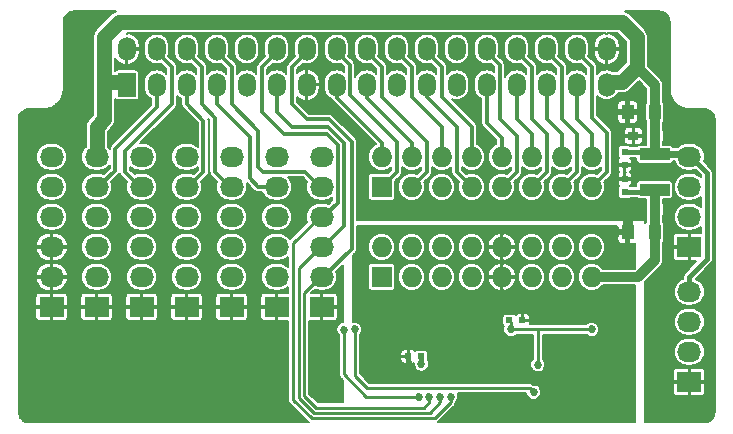
<source format=gbl>
G04 #@! TF.FileFunction,Copper,L2,Bot,Signal*
%FSLAX46Y46*%
G04 Gerber Fmt 4.6, Leading zero omitted, Abs format (unit mm)*
G04 Created by KiCad (PCBNEW Rev-6964-Dev Build) date Sun Oct 16 19:16:18 2016*
%MOMM*%
%LPD*%
G01*
G04 APERTURE LIST*
%ADD10C,0.101600*%
%ADD11O,1.500000X2.000000*%
%ADD12R,1.500000X2.000000*%
%ADD13R,2.032000X1.727200*%
%ADD14O,2.032000X1.727200*%
%ADD15R,1.727200X1.727200*%
%ADD16O,1.727200X1.727200*%
%ADD17R,0.500000X0.600000*%
%ADD18R,0.900000X0.800000*%
%ADD19R,1.000000X1.300000*%
%ADD20R,0.600000X0.500000*%
%ADD21R,2.500000X1.000000*%
%ADD22C,0.685800*%
%ADD23C,1.168400*%
%ADD24C,0.406400*%
%ADD25C,0.609600*%
%ADD26C,0.812800*%
%ADD27C,1.270000*%
%ADD28C,0.254000*%
%ADD29C,0.304800*%
%ADD30C,0.203200*%
G04 APERTURE END LIST*
D10*
D11*
X161925000Y-77220000D03*
X161925000Y-80260000D03*
X159385000Y-80260000D03*
X159385000Y-77220000D03*
X154305000Y-80260000D03*
X154305000Y-77220000D03*
X156845000Y-77220000D03*
X156845000Y-80260000D03*
X151765000Y-80260000D03*
X151765000Y-77220000D03*
X149225000Y-77220000D03*
X149225000Y-80260000D03*
X146685000Y-80260000D03*
X146685000Y-77220000D03*
X144145000Y-77220000D03*
X144145000Y-80260000D03*
X141605000Y-80260000D03*
X141605000Y-77220000D03*
X139065000Y-77220000D03*
X139065000Y-80260000D03*
X136525000Y-80260000D03*
X136525000Y-77220000D03*
X133985000Y-77220000D03*
X133985000Y-80260000D03*
X131445000Y-80260000D03*
X131445000Y-77220000D03*
X128905000Y-77220000D03*
X128905000Y-80260000D03*
D12*
X121285000Y-80260000D03*
D11*
X121285000Y-77220000D03*
X123825000Y-80260000D03*
X123825000Y-77220000D03*
X126365000Y-80260000D03*
X126365000Y-77220000D03*
D13*
X168910000Y-105410000D03*
D14*
X168910000Y-102870000D03*
X168910000Y-100330000D03*
X168910000Y-97790000D03*
D13*
X114935000Y-99060000D03*
D14*
X114935000Y-96520000D03*
X114935000Y-93980000D03*
X114935000Y-91440000D03*
X114935000Y-88900000D03*
X114935000Y-86360000D03*
D13*
X137795000Y-99060000D03*
D14*
X137795000Y-96520000D03*
X137795000Y-93980000D03*
X137795000Y-91440000D03*
X137795000Y-88900000D03*
X137795000Y-86360000D03*
D13*
X133985000Y-99060000D03*
D14*
X133985000Y-96520000D03*
X133985000Y-93980000D03*
X133985000Y-91440000D03*
X133985000Y-88900000D03*
X133985000Y-86360000D03*
D13*
X130175000Y-99060000D03*
D14*
X130175000Y-96520000D03*
X130175000Y-93980000D03*
X130175000Y-91440000D03*
X130175000Y-88900000D03*
X130175000Y-86360000D03*
D13*
X126365000Y-99060000D03*
D14*
X126365000Y-96520000D03*
X126365000Y-93980000D03*
X126365000Y-91440000D03*
X126365000Y-88900000D03*
X126365000Y-86360000D03*
D13*
X122555000Y-99060000D03*
D14*
X122555000Y-96520000D03*
X122555000Y-93980000D03*
X122555000Y-91440000D03*
X122555000Y-88900000D03*
X122555000Y-86360000D03*
D13*
X118745000Y-99060000D03*
D14*
X118745000Y-96520000D03*
X118745000Y-93980000D03*
X118745000Y-91440000D03*
X118745000Y-88900000D03*
X118745000Y-86360000D03*
D15*
X142875000Y-88900000D03*
D16*
X142875000Y-86360000D03*
X145415000Y-88900000D03*
X145415000Y-86360000D03*
X147955000Y-88900000D03*
X147955000Y-86360000D03*
X150495000Y-88900000D03*
X150495000Y-86360000D03*
X153035000Y-88900000D03*
X153035000Y-86360000D03*
X155575000Y-88900000D03*
X155575000Y-86360000D03*
X158115000Y-88900000D03*
X158115000Y-86360000D03*
X160655000Y-88900000D03*
X160655000Y-86360000D03*
D15*
X142875000Y-96520000D03*
D16*
X142875000Y-93980000D03*
X145415000Y-96520000D03*
X145415000Y-93980000D03*
X147955000Y-96520000D03*
X147955000Y-93980000D03*
X150495000Y-96520000D03*
X150495000Y-93980000D03*
X153035000Y-96520000D03*
X153035000Y-93980000D03*
X155575000Y-96520000D03*
X155575000Y-93980000D03*
X158115000Y-96520000D03*
X158115000Y-93980000D03*
X160655000Y-96520000D03*
X160655000Y-93980000D03*
D13*
X168910000Y-93980000D03*
D14*
X168910000Y-91440000D03*
X168910000Y-88900000D03*
X168910000Y-86360000D03*
D17*
X163449000Y-85937000D03*
X163449000Y-87037000D03*
D18*
X165989000Y-84582000D03*
X164189000Y-84582000D03*
D19*
X165996000Y-82550000D03*
X163696000Y-82550000D03*
X165989000Y-92710000D03*
X163689000Y-92710000D03*
D18*
X165989000Y-90805000D03*
X164189000Y-90805000D03*
D17*
X163449000Y-89323000D03*
X163449000Y-88223000D03*
D20*
X146219000Y-103251000D03*
X145119000Y-103251000D03*
X153691500Y-100203000D03*
X154791500Y-100203000D03*
D21*
X165989000Y-86130000D03*
X165989000Y-89130000D03*
D22*
X164846000Y-82550000D03*
D23*
X162560000Y-92710000D03*
D22*
X159069000Y-102870000D03*
D23*
X166370000Y-77470000D03*
X117475000Y-77470000D03*
D22*
X145161000Y-103886000D03*
X154813000Y-99314000D03*
X156083000Y-103949500D03*
X146240500Y-103886000D03*
X160655000Y-100965000D03*
X153797000Y-100965000D03*
X147821685Y-106665555D03*
X148710642Y-106655667D03*
X146922356Y-106660255D03*
X146033405Y-106649879D03*
X139686449Y-100970420D03*
X155738415Y-106283243D03*
X140589000Y-100965000D03*
D24*
X168910000Y-97790000D02*
X168910000Y-96520000D01*
X168910000Y-96520000D02*
X170411815Y-95018185D01*
X170411815Y-95018185D02*
X170411815Y-87709415D01*
X170411815Y-87709415D02*
X169062400Y-86360000D01*
X169062400Y-86360000D02*
X168910000Y-86360000D01*
D25*
X165989000Y-86130000D02*
X168680000Y-86130000D01*
X168680000Y-86130000D02*
X168910000Y-86360000D01*
D24*
X163449000Y-85937000D02*
X165796000Y-85937000D01*
X165796000Y-85937000D02*
X165989000Y-86130000D01*
D26*
X165989000Y-84582000D02*
X165989000Y-86130000D01*
X165996000Y-82550000D02*
X165996000Y-84575000D01*
X165996000Y-84575000D02*
X165989000Y-84582000D01*
X164465000Y-78740000D02*
X165996000Y-80271000D01*
X165996000Y-80271000D02*
X165996000Y-82550000D01*
D27*
X119380000Y-83185000D02*
X118745000Y-83820000D01*
X118745000Y-83820000D02*
X118745000Y-86360000D01*
X119380000Y-80010000D02*
X119380000Y-83185000D01*
X119380000Y-76200000D02*
X119380000Y-80010000D01*
X121285000Y-80010000D02*
X119380000Y-80010000D01*
X120650000Y-74930000D02*
X119380000Y-76200000D01*
X163195000Y-74930000D02*
X120650000Y-74930000D01*
X164465000Y-76200000D02*
X163195000Y-74930000D01*
X164465000Y-78740000D02*
X164465000Y-76200000D01*
X163195000Y-80010000D02*
X164465000Y-78740000D01*
X161925000Y-80010000D02*
X163195000Y-80010000D01*
D26*
X163689000Y-92710000D02*
X163689000Y-91305000D01*
X163689000Y-91305000D02*
X164189000Y-90805000D01*
D24*
X163696000Y-82550000D02*
X164846000Y-82550000D01*
D26*
X163703000Y-92696000D02*
X163689000Y-92710000D01*
D24*
X163689000Y-92710000D02*
X162560000Y-92710000D01*
X145119000Y-103251000D02*
X145119000Y-103844000D01*
X145119000Y-103844000D02*
X145161000Y-103886000D01*
X163449000Y-89323000D02*
X165796000Y-89323000D01*
X165796000Y-89323000D02*
X165989000Y-89130000D01*
X146219000Y-103251000D02*
X146219000Y-103864500D01*
X146219000Y-103864500D02*
X146240500Y-103886000D01*
D26*
X160655000Y-96520000D02*
X164592000Y-96520000D01*
X164592000Y-96520000D02*
X165989000Y-95123000D01*
X165989000Y-95123000D02*
X165989000Y-92710000D01*
X165989000Y-90805000D02*
X165989000Y-92710000D01*
X165989000Y-89130000D02*
X165989000Y-90805000D01*
D24*
X166309000Y-89450000D02*
X165989000Y-89130000D01*
D28*
X153797000Y-100965000D02*
X153797000Y-100308500D01*
X153797000Y-100308500D02*
X153691500Y-100203000D01*
X153797000Y-100965000D02*
X156083000Y-100965000D01*
X156083000Y-100965000D02*
X160655000Y-100965000D01*
X156083000Y-103949500D02*
X156083000Y-103464567D01*
X156083000Y-103464567D02*
X156083000Y-100965000D01*
D29*
X146685000Y-87630000D02*
X146685000Y-85090000D01*
X146685000Y-85090000D02*
X142875000Y-81280000D01*
X145415000Y-88900000D02*
X146685000Y-87630000D01*
X142875000Y-81280000D02*
X142875000Y-78740000D01*
X142875000Y-78740000D02*
X141605000Y-77470000D01*
X145415000Y-81280000D02*
X147955000Y-83820000D01*
X145415000Y-78740000D02*
X145415000Y-81280000D01*
X144145000Y-77470000D02*
X145415000Y-78740000D01*
X147955000Y-86360000D02*
X147955000Y-83820000D01*
X150495000Y-86360000D02*
X150495000Y-83820000D01*
X150495000Y-83820000D02*
X147955000Y-81280000D01*
X147955000Y-81280000D02*
X147955000Y-78740000D01*
X147955000Y-78740000D02*
X146685000Y-77470000D01*
X149225000Y-83820000D02*
X146685000Y-81280000D01*
X146685000Y-81280000D02*
X146685000Y-80010000D01*
X149225000Y-87630000D02*
X149225000Y-83820000D01*
X150495000Y-88900000D02*
X149225000Y-87630000D01*
X153035000Y-86360000D02*
X153035000Y-84753604D01*
X153035000Y-84753604D02*
X151765000Y-83483604D01*
X151765000Y-83483604D02*
X151765000Y-80010000D01*
X153035000Y-88900000D02*
X154305000Y-87630000D01*
X154305000Y-87630000D02*
X154305000Y-84619390D01*
X154305000Y-84619390D02*
X152870610Y-83185000D01*
X152870610Y-83185000D02*
X152870610Y-78575610D01*
X152870610Y-78575610D02*
X151765000Y-77470000D01*
X155575000Y-84455000D02*
X154305000Y-83185000D01*
X154305000Y-83185000D02*
X154305000Y-80010000D01*
X155575000Y-86360000D02*
X155575000Y-84455000D01*
X155575000Y-88900000D02*
X156845000Y-87630000D01*
X156845000Y-87630000D02*
X156845000Y-84431416D01*
X156845000Y-84431416D02*
X155575000Y-83161416D01*
X155575000Y-83161416D02*
X155575000Y-78740000D01*
X155575000Y-78740000D02*
X154305000Y-77470000D01*
X137795000Y-88900000D02*
X137642600Y-88900000D01*
X137642600Y-88900000D02*
X136372600Y-87630000D01*
X136372600Y-87630000D02*
X132814393Y-87630000D01*
X130175000Y-78740000D02*
X128905000Y-77470000D01*
X132814393Y-87630000D02*
X132435801Y-87251408D01*
X132435801Y-87251408D02*
X132435801Y-84175801D01*
X132435801Y-84175801D02*
X130175000Y-81915000D01*
X130175000Y-81915000D02*
X130175000Y-78740000D01*
X128905000Y-80010000D02*
X128905000Y-81915000D01*
X128905000Y-81915000D02*
X131698487Y-84708487D01*
X131698487Y-84708487D02*
X131698487Y-88171419D01*
X131698487Y-88171419D02*
X132427068Y-88900000D01*
X132427068Y-88900000D02*
X133985000Y-88900000D01*
X133985000Y-88900000D02*
X134137400Y-88900000D01*
X127635000Y-81915000D02*
X127635000Y-78740000D01*
X127635000Y-78740000D02*
X126365000Y-77470000D01*
X128752590Y-83032590D02*
X127635000Y-81915000D01*
X128752590Y-87629990D02*
X128752590Y-83032590D01*
X130175000Y-88900000D02*
X130022600Y-88900000D01*
X130022600Y-88900000D02*
X128752590Y-87629990D01*
X127787410Y-83337410D02*
X126365000Y-81915000D01*
X126365000Y-81915000D02*
X126365000Y-80010000D01*
X127787410Y-87629990D02*
X127787410Y-83337410D01*
X126365000Y-88900000D02*
X126517400Y-88900000D01*
X126517400Y-88900000D02*
X127787410Y-87629990D01*
X122555000Y-88900000D02*
X122402600Y-88900000D01*
X122402600Y-88900000D02*
X121132590Y-87629990D01*
X121132590Y-87629990D02*
X121132590Y-85833945D01*
X121132590Y-85833945D02*
X125095000Y-81871535D01*
X125095000Y-81871535D02*
X125095000Y-78740000D01*
X125095000Y-78740000D02*
X123825000Y-77470000D01*
X123825000Y-80010000D02*
X123825000Y-82163827D01*
X123825000Y-82163827D02*
X120289244Y-85699583D01*
X120289244Y-85699583D02*
X120289244Y-87508156D01*
X120289244Y-87508156D02*
X118897400Y-88900000D01*
X118897400Y-88900000D02*
X118745000Y-88900000D01*
X158115000Y-86360000D02*
X158115000Y-84411331D01*
X158115000Y-84411331D02*
X156845000Y-83141331D01*
X156845000Y-83141331D02*
X156845000Y-80010000D01*
X158115000Y-88900000D02*
X159385000Y-87630000D01*
X159385000Y-87630000D02*
X159385000Y-84439624D01*
X159385000Y-84439624D02*
X158115000Y-83169624D01*
X158115000Y-83169624D02*
X158115000Y-78740000D01*
X158115000Y-78740000D02*
X156845000Y-77470000D01*
X160655000Y-86360000D02*
X160655000Y-84387287D01*
X160655000Y-84387287D02*
X159385000Y-83117287D01*
X159385000Y-83117287D02*
X159385000Y-80010000D01*
X160655000Y-88900000D02*
X161925000Y-87630000D01*
X161925000Y-87630000D02*
X161925000Y-84302698D01*
X161925000Y-84302698D02*
X160655000Y-83032698D01*
X160655000Y-83032698D02*
X160655000Y-78740000D01*
X160655000Y-78740000D02*
X159385000Y-77470000D01*
D28*
X147821685Y-107150488D02*
X147821685Y-106665555D01*
X137126120Y-108037392D02*
X146934781Y-108037392D01*
X137642600Y-93980000D02*
X135853502Y-95769098D01*
X135853502Y-106764774D02*
X137126120Y-108037392D01*
X146934781Y-108037392D02*
X147821685Y-107150488D01*
X137795000Y-93980000D02*
X137642600Y-93980000D01*
X135853502Y-95769098D02*
X135853502Y-106764774D01*
D29*
X139700000Y-92227400D02*
X139700000Y-85174378D01*
X135255000Y-83820000D02*
X133985000Y-82550000D01*
X133985000Y-82550000D02*
X133985000Y-80010000D01*
X138345622Y-83820000D02*
X135255000Y-83820000D01*
X137947400Y-93980000D02*
X139700000Y-92227400D01*
X137795000Y-93980000D02*
X137947400Y-93980000D01*
X139700000Y-85174378D02*
X138345622Y-83820000D01*
X133985000Y-80010000D02*
X133985000Y-80010185D01*
D28*
X137795000Y-91440000D02*
X137642600Y-91440000D01*
X135396291Y-106954156D02*
X136936738Y-108494603D01*
X147356639Y-108494603D02*
X148710642Y-107140600D01*
X136936738Y-108494603D02*
X147356639Y-108494603D01*
X148710642Y-107140600D02*
X148710642Y-106655667D01*
X137642600Y-91440000D02*
X135396291Y-93686309D01*
X135396291Y-93686309D02*
X135396291Y-106954156D01*
D29*
X132715000Y-78740000D02*
X133985000Y-77470000D01*
X132715000Y-82550000D02*
X132715000Y-78740000D01*
X134620000Y-84455000D02*
X132715000Y-82550000D01*
X137947400Y-91440000D02*
X139166610Y-90220790D01*
X138262186Y-84455000D02*
X134620000Y-84455000D01*
X139166610Y-90220790D02*
X139166610Y-85359424D01*
X137795000Y-91440000D02*
X137947400Y-91440000D01*
X139166610Y-85359424D02*
X138262186Y-84455000D01*
D28*
X137315502Y-107580181D02*
X146487363Y-107580181D01*
X146922356Y-107145188D02*
X146922356Y-106660255D01*
X136310713Y-106575392D02*
X137315502Y-107580181D01*
X137642600Y-96520000D02*
X136310713Y-97851887D01*
X136310713Y-97851887D02*
X136310713Y-106575392D01*
X137795000Y-96520000D02*
X137642600Y-96520000D01*
X146487363Y-107580181D02*
X146922356Y-107145188D01*
D29*
X137795000Y-96520000D02*
X137947400Y-96520000D01*
X135255000Y-78740000D02*
X136525000Y-77470000D01*
X135255000Y-81915000D02*
X135255000Y-78740000D01*
X136525000Y-83185000D02*
X135255000Y-81915000D01*
X137947400Y-96520000D02*
X140335000Y-94132400D01*
X138429058Y-83185000D02*
X136525000Y-83185000D01*
X140335000Y-94132400D02*
X140335000Y-85090942D01*
X140335000Y-85090942D02*
X138429058Y-83185000D01*
X142875000Y-86360000D02*
X142875000Y-85138686D01*
X142875000Y-85138686D02*
X139065000Y-81328686D01*
X139065000Y-81328686D02*
X139065000Y-80010000D01*
X142875000Y-88900000D02*
X144145000Y-87630000D01*
X144145000Y-87630000D02*
X144145000Y-85090000D01*
X140170610Y-78575610D02*
X139065000Y-77470000D01*
X144145000Y-85090000D02*
X140170610Y-81115610D01*
X140170610Y-81115610D02*
X140170610Y-78575610D01*
D28*
X145548472Y-106649879D02*
X146033405Y-106649879D01*
X139686449Y-100970420D02*
X139686449Y-104762943D01*
X139686449Y-104762943D02*
X141573385Y-106649879D01*
X141573385Y-106649879D02*
X145548472Y-106649879D01*
X140589000Y-100965000D02*
X140589000Y-104867969D01*
X140589000Y-104867969D02*
X141661375Y-105940344D01*
X141661375Y-105940344D02*
X155395516Y-105940344D01*
X155395516Y-105940344D02*
X155738415Y-106283243D01*
D29*
X145415000Y-86360000D02*
X145415000Y-85138686D01*
X145415000Y-85138686D02*
X141605000Y-81328686D01*
X141605000Y-81328686D02*
X141605000Y-80010000D01*
D30*
G36*
X162833400Y-92468700D02*
X162922300Y-92557600D01*
X163536600Y-92557600D01*
X163536600Y-92537600D01*
X163841400Y-92537600D01*
X163841400Y-92557600D01*
X163861400Y-92557600D01*
X163861400Y-92862400D01*
X163841400Y-92862400D01*
X163841400Y-93626700D01*
X163930300Y-93715600D01*
X164224024Y-93715600D01*
X164292725Y-93701934D01*
X164357440Y-93675128D01*
X164363400Y-93671146D01*
X164363400Y-95742812D01*
X164297412Y-95808800D01*
X161580095Y-95808800D01*
X161484062Y-95691052D01*
X161308361Y-95545700D01*
X161107773Y-95437242D01*
X160889939Y-95369811D01*
X160663157Y-95345975D01*
X160436064Y-95366643D01*
X160217310Y-95431025D01*
X160015227Y-95536672D01*
X159837513Y-95679557D01*
X159690937Y-95854240D01*
X159581082Y-96054065D01*
X159512132Y-96271423D01*
X159486714Y-96498034D01*
X159486600Y-96514347D01*
X159486600Y-96525653D01*
X159508852Y-96752596D01*
X159574760Y-96970896D01*
X159681815Y-97172236D01*
X159825938Y-97348948D01*
X160001639Y-97494300D01*
X160202227Y-97602758D01*
X160420061Y-97670189D01*
X160646843Y-97694025D01*
X160873936Y-97673357D01*
X161092690Y-97608975D01*
X161294773Y-97503328D01*
X161472487Y-97360443D01*
X161580934Y-97231200D01*
X164363400Y-97231200D01*
X164363400Y-108840200D01*
X147612830Y-108840200D01*
X147626487Y-108829062D01*
X147657675Y-108804165D01*
X147660836Y-108801048D01*
X147660900Y-108800996D01*
X147660949Y-108800937D01*
X147661968Y-108799932D01*
X149015970Y-107445929D01*
X149041254Y-107415147D01*
X149066926Y-107384553D01*
X149068022Y-107382560D01*
X149069460Y-107380809D01*
X149088283Y-107345704D01*
X149107525Y-107310704D01*
X149108212Y-107308538D01*
X149109284Y-107306539D01*
X149120931Y-107268441D01*
X149133006Y-107230376D01*
X149133260Y-107228116D01*
X149133922Y-107225949D01*
X149137947Y-107186329D01*
X149142400Y-107146629D01*
X149142431Y-107142187D01*
X149142439Y-107142108D01*
X149142432Y-107142034D01*
X149142442Y-107140600D01*
X149142442Y-107138908D01*
X149203320Y-107080935D01*
X149276539Y-106977141D01*
X149328203Y-106861102D01*
X149356344Y-106737238D01*
X149358370Y-106592157D01*
X149333698Y-106467555D01*
X149294372Y-106372144D01*
X155096185Y-106372144D01*
X155112793Y-106462637D01*
X155159553Y-106580738D01*
X155228361Y-106687507D01*
X155316597Y-106778878D01*
X155420899Y-106851370D01*
X155537296Y-106902223D01*
X155661354Y-106929499D01*
X155788346Y-106932159D01*
X155913437Y-106910102D01*
X156031861Y-106864168D01*
X156139108Y-106796107D01*
X156231093Y-106708511D01*
X156304312Y-106604717D01*
X156355976Y-106488678D01*
X156384117Y-106364814D01*
X156386143Y-106219733D01*
X156361471Y-106095131D01*
X156313067Y-105977695D01*
X156242775Y-105871897D01*
X156153272Y-105781767D01*
X156047967Y-105710738D01*
X155930872Y-105661515D01*
X155806446Y-105635974D01*
X155701069Y-105635239D01*
X155700845Y-105635015D01*
X155670029Y-105609703D01*
X155639469Y-105584060D01*
X155637477Y-105582965D01*
X155635724Y-105581525D01*
X155600602Y-105562693D01*
X155565620Y-105543461D01*
X155563454Y-105542774D01*
X155561455Y-105541702D01*
X155523369Y-105530059D01*
X155485292Y-105517980D01*
X155483030Y-105517726D01*
X155480864Y-105517064D01*
X155441205Y-105513035D01*
X155401545Y-105508586D01*
X155397114Y-105508555D01*
X155397024Y-105508546D01*
X155396940Y-105508554D01*
X155395516Y-105508544D01*
X141840233Y-105508544D01*
X141020800Y-104689111D01*
X141020800Y-103390700D01*
X144463400Y-103390700D01*
X144463400Y-103536023D01*
X144477065Y-103604724D01*
X144503871Y-103669439D01*
X144542787Y-103727681D01*
X144592318Y-103777212D01*
X144650560Y-103816128D01*
X144715275Y-103842934D01*
X144783976Y-103856600D01*
X144979300Y-103856600D01*
X145068200Y-103767700D01*
X145068200Y-103301800D01*
X144552300Y-103301800D01*
X144463400Y-103390700D01*
X141020800Y-103390700D01*
X141020800Y-102965977D01*
X144463400Y-102965977D01*
X144463400Y-103111300D01*
X144552300Y-103200200D01*
X145068200Y-103200200D01*
X145068200Y-102734300D01*
X145169800Y-102734300D01*
X145169800Y-103200200D01*
X145189800Y-103200200D01*
X145189800Y-103301800D01*
X145169800Y-103301800D01*
X145169800Y-103767700D01*
X145258700Y-103856600D01*
X145454024Y-103856600D01*
X145522725Y-103842934D01*
X145587440Y-103816128D01*
X145594099Y-103811679D01*
X145593722Y-103813452D01*
X145591949Y-103940460D01*
X145614878Y-104065394D01*
X145661638Y-104183495D01*
X145730446Y-104290264D01*
X145818682Y-104381635D01*
X145922984Y-104454127D01*
X146039381Y-104504980D01*
X146163439Y-104532256D01*
X146290431Y-104534916D01*
X146415522Y-104512859D01*
X146533946Y-104466925D01*
X146641193Y-104398864D01*
X146733178Y-104311268D01*
X146806397Y-104207474D01*
X146858061Y-104091435D01*
X146886202Y-103967571D01*
X146888228Y-103822490D01*
X146863556Y-103697888D01*
X146815152Y-103580452D01*
X146813958Y-103578655D01*
X146819389Y-103560751D01*
X146825274Y-103501000D01*
X146825274Y-103001000D01*
X146819389Y-102941249D01*
X146801960Y-102883794D01*
X146773658Y-102830843D01*
X146735568Y-102784432D01*
X146689157Y-102746342D01*
X146636206Y-102718040D01*
X146578751Y-102700611D01*
X146519000Y-102694726D01*
X145919000Y-102694726D01*
X145859249Y-102700611D01*
X145801794Y-102718040D01*
X145748843Y-102746342D01*
X145702432Y-102784432D01*
X145702177Y-102784742D01*
X145695213Y-102774319D01*
X145645682Y-102724788D01*
X145587440Y-102685872D01*
X145522725Y-102659066D01*
X145454024Y-102645400D01*
X145258700Y-102645400D01*
X145169800Y-102734300D01*
X145068200Y-102734300D01*
X144979300Y-102645400D01*
X144783976Y-102645400D01*
X144715275Y-102659066D01*
X144650560Y-102685872D01*
X144592318Y-102724788D01*
X144542787Y-102774319D01*
X144503871Y-102832561D01*
X144477065Y-102897276D01*
X144463400Y-102965977D01*
X141020800Y-102965977D01*
X141020800Y-101448241D01*
X141081678Y-101390268D01*
X141154897Y-101286474D01*
X141206561Y-101170435D01*
X141234702Y-101046571D01*
X141236728Y-100901490D01*
X141212056Y-100776888D01*
X141163652Y-100659452D01*
X141093360Y-100553654D01*
X141003857Y-100463524D01*
X140898552Y-100392495D01*
X140781457Y-100343272D01*
X140657031Y-100317731D01*
X140530013Y-100316845D01*
X140436600Y-100334664D01*
X140436600Y-99953000D01*
X153085226Y-99953000D01*
X153085226Y-100453000D01*
X153091111Y-100512751D01*
X153108540Y-100570206D01*
X153136842Y-100623157D01*
X153174932Y-100669568D01*
X153207464Y-100696268D01*
X153176631Y-100768207D01*
X153150222Y-100892452D01*
X153148449Y-101019460D01*
X153171378Y-101144394D01*
X153218138Y-101262495D01*
X153286946Y-101369264D01*
X153375182Y-101460635D01*
X153479484Y-101533127D01*
X153595881Y-101583980D01*
X153719939Y-101611256D01*
X153846931Y-101613916D01*
X153972022Y-101591859D01*
X154090446Y-101545925D01*
X154197693Y-101477864D01*
X154282819Y-101396800D01*
X155651200Y-101396800D01*
X155651200Y-103465768D01*
X155584432Y-103531152D01*
X155512670Y-103635958D01*
X155462631Y-103752707D01*
X155436222Y-103876952D01*
X155434449Y-104003960D01*
X155457378Y-104128894D01*
X155504138Y-104246995D01*
X155572946Y-104353764D01*
X155661182Y-104445135D01*
X155765484Y-104517627D01*
X155881881Y-104568480D01*
X156005939Y-104595756D01*
X156132931Y-104598416D01*
X156258022Y-104576359D01*
X156376446Y-104530425D01*
X156483693Y-104462364D01*
X156575678Y-104374768D01*
X156648897Y-104270974D01*
X156700561Y-104154935D01*
X156728702Y-104031071D01*
X156730728Y-103885990D01*
X156706056Y-103761388D01*
X156657652Y-103643952D01*
X156587360Y-103538154D01*
X156514800Y-103465086D01*
X156514800Y-101396800D01*
X160171537Y-101396800D01*
X160233182Y-101460635D01*
X160337484Y-101533127D01*
X160453881Y-101583980D01*
X160577939Y-101611256D01*
X160704931Y-101613916D01*
X160830022Y-101591859D01*
X160948446Y-101545925D01*
X161055693Y-101477864D01*
X161147678Y-101390268D01*
X161220897Y-101286474D01*
X161272561Y-101170435D01*
X161300702Y-101046571D01*
X161302728Y-100901490D01*
X161278056Y-100776888D01*
X161229652Y-100659452D01*
X161159360Y-100553654D01*
X161069857Y-100463524D01*
X160964552Y-100392495D01*
X160847457Y-100343272D01*
X160723031Y-100317731D01*
X160596013Y-100316845D01*
X160471243Y-100340646D01*
X160353471Y-100388229D01*
X160247185Y-100457780D01*
X160170169Y-100533200D01*
X155438114Y-100533200D01*
X155447100Y-100488023D01*
X155447100Y-100342700D01*
X155358200Y-100253800D01*
X154842300Y-100253800D01*
X154842300Y-100273800D01*
X154740700Y-100273800D01*
X154740700Y-100253800D01*
X154720700Y-100253800D01*
X154720700Y-100152200D01*
X154740700Y-100152200D01*
X154740700Y-99686300D01*
X154842300Y-99686300D01*
X154842300Y-100152200D01*
X155358200Y-100152200D01*
X155447100Y-100063300D01*
X155447100Y-99917977D01*
X155433435Y-99849276D01*
X155406629Y-99784561D01*
X155367713Y-99726319D01*
X155318182Y-99676788D01*
X155259940Y-99637872D01*
X155195225Y-99611066D01*
X155126524Y-99597400D01*
X154931200Y-99597400D01*
X154842300Y-99686300D01*
X154740700Y-99686300D01*
X154651800Y-99597400D01*
X154456476Y-99597400D01*
X154387775Y-99611066D01*
X154323060Y-99637872D01*
X154264818Y-99676788D01*
X154215287Y-99726319D01*
X154208323Y-99736742D01*
X154208068Y-99736432D01*
X154161657Y-99698342D01*
X154108706Y-99670040D01*
X154051251Y-99652611D01*
X153991500Y-99646726D01*
X153391500Y-99646726D01*
X153331749Y-99652611D01*
X153274294Y-99670040D01*
X153221343Y-99698342D01*
X153174932Y-99736432D01*
X153136842Y-99782843D01*
X153108540Y-99835794D01*
X153091111Y-99893249D01*
X153085226Y-99953000D01*
X140436600Y-99953000D01*
X140436600Y-95656400D01*
X141705126Y-95656400D01*
X141705126Y-97383600D01*
X141711011Y-97443351D01*
X141728440Y-97500806D01*
X141756742Y-97553757D01*
X141794832Y-97600168D01*
X141841243Y-97638258D01*
X141894194Y-97666560D01*
X141951649Y-97683989D01*
X142011400Y-97689874D01*
X143738600Y-97689874D01*
X143798351Y-97683989D01*
X143855806Y-97666560D01*
X143908757Y-97638258D01*
X143955168Y-97600168D01*
X143993258Y-97553757D01*
X144021560Y-97500806D01*
X144038989Y-97443351D01*
X144044874Y-97383600D01*
X144044874Y-96514347D01*
X144246600Y-96514347D01*
X144246600Y-96525653D01*
X144268852Y-96752596D01*
X144334760Y-96970896D01*
X144441815Y-97172236D01*
X144585938Y-97348948D01*
X144761639Y-97494300D01*
X144962227Y-97602758D01*
X145180061Y-97670189D01*
X145406843Y-97694025D01*
X145633936Y-97673357D01*
X145852690Y-97608975D01*
X146054773Y-97503328D01*
X146232487Y-97360443D01*
X146379063Y-97185760D01*
X146488918Y-96985935D01*
X146557868Y-96768577D01*
X146583286Y-96541966D01*
X146583400Y-96525653D01*
X146583400Y-96514347D01*
X146786600Y-96514347D01*
X146786600Y-96525653D01*
X146808852Y-96752596D01*
X146874760Y-96970896D01*
X146981815Y-97172236D01*
X147125938Y-97348948D01*
X147301639Y-97494300D01*
X147502227Y-97602758D01*
X147720061Y-97670189D01*
X147946843Y-97694025D01*
X148173936Y-97673357D01*
X148392690Y-97608975D01*
X148594773Y-97503328D01*
X148772487Y-97360443D01*
X148919063Y-97185760D01*
X149028918Y-96985935D01*
X149097868Y-96768577D01*
X149123286Y-96541966D01*
X149123400Y-96525653D01*
X149123400Y-96514347D01*
X149326600Y-96514347D01*
X149326600Y-96525653D01*
X149348852Y-96752596D01*
X149414760Y-96970896D01*
X149521815Y-97172236D01*
X149665938Y-97348948D01*
X149841639Y-97494300D01*
X150042227Y-97602758D01*
X150260061Y-97670189D01*
X150486843Y-97694025D01*
X150713936Y-97673357D01*
X150932690Y-97608975D01*
X151134773Y-97503328D01*
X151312487Y-97360443D01*
X151459063Y-97185760D01*
X151568918Y-96985935D01*
X151637868Y-96768577D01*
X151638747Y-96760734D01*
X151839800Y-96760734D01*
X151909730Y-96989280D01*
X152022904Y-97199792D01*
X152174972Y-97384180D01*
X152360090Y-97535358D01*
X152571145Y-97647517D01*
X152794266Y-97715197D01*
X152984200Y-97649158D01*
X152984200Y-96570800D01*
X153085800Y-96570800D01*
X153085800Y-97649158D01*
X153275734Y-97715197D01*
X153498855Y-97647517D01*
X153709910Y-97535358D01*
X153895028Y-97384180D01*
X154047096Y-97199792D01*
X154160270Y-96989280D01*
X154230200Y-96760734D01*
X154164244Y-96570800D01*
X153085800Y-96570800D01*
X152984200Y-96570800D01*
X151905756Y-96570800D01*
X151839800Y-96760734D01*
X151638747Y-96760734D01*
X151663286Y-96541966D01*
X151663400Y-96525653D01*
X151663400Y-96514347D01*
X154406600Y-96514347D01*
X154406600Y-96525653D01*
X154428852Y-96752596D01*
X154494760Y-96970896D01*
X154601815Y-97172236D01*
X154745938Y-97348948D01*
X154921639Y-97494300D01*
X155122227Y-97602758D01*
X155340061Y-97670189D01*
X155566843Y-97694025D01*
X155793936Y-97673357D01*
X156012690Y-97608975D01*
X156214773Y-97503328D01*
X156392487Y-97360443D01*
X156539063Y-97185760D01*
X156648918Y-96985935D01*
X156717868Y-96768577D01*
X156743286Y-96541966D01*
X156743400Y-96525653D01*
X156743400Y-96514347D01*
X156946600Y-96514347D01*
X156946600Y-96525653D01*
X156968852Y-96752596D01*
X157034760Y-96970896D01*
X157141815Y-97172236D01*
X157285938Y-97348948D01*
X157461639Y-97494300D01*
X157662227Y-97602758D01*
X157880061Y-97670189D01*
X158106843Y-97694025D01*
X158333936Y-97673357D01*
X158552690Y-97608975D01*
X158754773Y-97503328D01*
X158932487Y-97360443D01*
X159079063Y-97185760D01*
X159188918Y-96985935D01*
X159257868Y-96768577D01*
X159283286Y-96541966D01*
X159283400Y-96525653D01*
X159283400Y-96514347D01*
X159261148Y-96287404D01*
X159195240Y-96069104D01*
X159088185Y-95867764D01*
X158944062Y-95691052D01*
X158768361Y-95545700D01*
X158567773Y-95437242D01*
X158349939Y-95369811D01*
X158123157Y-95345975D01*
X157896064Y-95366643D01*
X157677310Y-95431025D01*
X157475227Y-95536672D01*
X157297513Y-95679557D01*
X157150937Y-95854240D01*
X157041082Y-96054065D01*
X156972132Y-96271423D01*
X156946714Y-96498034D01*
X156946600Y-96514347D01*
X156743400Y-96514347D01*
X156721148Y-96287404D01*
X156655240Y-96069104D01*
X156548185Y-95867764D01*
X156404062Y-95691052D01*
X156228361Y-95545700D01*
X156027773Y-95437242D01*
X155809939Y-95369811D01*
X155583157Y-95345975D01*
X155356064Y-95366643D01*
X155137310Y-95431025D01*
X154935227Y-95536672D01*
X154757513Y-95679557D01*
X154610937Y-95854240D01*
X154501082Y-96054065D01*
X154432132Y-96271423D01*
X154406714Y-96498034D01*
X154406600Y-96514347D01*
X151663400Y-96514347D01*
X151641148Y-96287404D01*
X151638692Y-96279266D01*
X151839800Y-96279266D01*
X151905756Y-96469200D01*
X152984200Y-96469200D01*
X152984200Y-95390842D01*
X153085800Y-95390842D01*
X153085800Y-96469200D01*
X154164244Y-96469200D01*
X154230200Y-96279266D01*
X154160270Y-96050720D01*
X154047096Y-95840208D01*
X153895028Y-95655820D01*
X153709910Y-95504642D01*
X153498855Y-95392483D01*
X153275734Y-95324803D01*
X153085800Y-95390842D01*
X152984200Y-95390842D01*
X152794266Y-95324803D01*
X152571145Y-95392483D01*
X152360090Y-95504642D01*
X152174972Y-95655820D01*
X152022904Y-95840208D01*
X151909730Y-96050720D01*
X151839800Y-96279266D01*
X151638692Y-96279266D01*
X151575240Y-96069104D01*
X151468185Y-95867764D01*
X151324062Y-95691052D01*
X151148361Y-95545700D01*
X150947773Y-95437242D01*
X150729939Y-95369811D01*
X150503157Y-95345975D01*
X150276064Y-95366643D01*
X150057310Y-95431025D01*
X149855227Y-95536672D01*
X149677513Y-95679557D01*
X149530937Y-95854240D01*
X149421082Y-96054065D01*
X149352132Y-96271423D01*
X149326714Y-96498034D01*
X149326600Y-96514347D01*
X149123400Y-96514347D01*
X149101148Y-96287404D01*
X149035240Y-96069104D01*
X148928185Y-95867764D01*
X148784062Y-95691052D01*
X148608361Y-95545700D01*
X148407773Y-95437242D01*
X148189939Y-95369811D01*
X147963157Y-95345975D01*
X147736064Y-95366643D01*
X147517310Y-95431025D01*
X147315227Y-95536672D01*
X147137513Y-95679557D01*
X146990937Y-95854240D01*
X146881082Y-96054065D01*
X146812132Y-96271423D01*
X146786714Y-96498034D01*
X146786600Y-96514347D01*
X146583400Y-96514347D01*
X146561148Y-96287404D01*
X146495240Y-96069104D01*
X146388185Y-95867764D01*
X146244062Y-95691052D01*
X146068361Y-95545700D01*
X145867773Y-95437242D01*
X145649939Y-95369811D01*
X145423157Y-95345975D01*
X145196064Y-95366643D01*
X144977310Y-95431025D01*
X144775227Y-95536672D01*
X144597513Y-95679557D01*
X144450937Y-95854240D01*
X144341082Y-96054065D01*
X144272132Y-96271423D01*
X144246714Y-96498034D01*
X144246600Y-96514347D01*
X144044874Y-96514347D01*
X144044874Y-95656400D01*
X144038989Y-95596649D01*
X144021560Y-95539194D01*
X143993258Y-95486243D01*
X143955168Y-95439832D01*
X143908757Y-95401742D01*
X143855806Y-95373440D01*
X143798351Y-95356011D01*
X143738600Y-95350126D01*
X142011400Y-95350126D01*
X141951649Y-95356011D01*
X141894194Y-95373440D01*
X141841243Y-95401742D01*
X141794832Y-95439832D01*
X141756742Y-95486243D01*
X141728440Y-95539194D01*
X141711011Y-95596649D01*
X141705126Y-95656400D01*
X140436600Y-95656400D01*
X140436600Y-94677378D01*
X140658289Y-94455689D01*
X140685091Y-94423061D01*
X140712242Y-94390703D01*
X140713400Y-94388597D01*
X140714926Y-94386739D01*
X140734870Y-94349544D01*
X140755229Y-94312510D01*
X140755957Y-94310215D01*
X140757091Y-94308100D01*
X140769429Y-94267744D01*
X140782209Y-94227457D01*
X140782477Y-94225069D01*
X140783180Y-94222769D01*
X140787449Y-94180737D01*
X140792155Y-94138784D01*
X140792188Y-94134083D01*
X140792197Y-94133996D01*
X140792189Y-94133915D01*
X140792200Y-94132400D01*
X140792200Y-93974347D01*
X141706600Y-93974347D01*
X141706600Y-93985653D01*
X141728852Y-94212596D01*
X141794760Y-94430896D01*
X141901815Y-94632236D01*
X142045938Y-94808948D01*
X142221639Y-94954300D01*
X142422227Y-95062758D01*
X142640061Y-95130189D01*
X142866843Y-95154025D01*
X143093936Y-95133357D01*
X143312690Y-95068975D01*
X143514773Y-94963328D01*
X143692487Y-94820443D01*
X143839063Y-94645760D01*
X143948918Y-94445935D01*
X144017868Y-94228577D01*
X144043286Y-94001966D01*
X144043400Y-93985653D01*
X144043400Y-93974347D01*
X144246600Y-93974347D01*
X144246600Y-93985653D01*
X144268852Y-94212596D01*
X144334760Y-94430896D01*
X144441815Y-94632236D01*
X144585938Y-94808948D01*
X144761639Y-94954300D01*
X144962227Y-95062758D01*
X145180061Y-95130189D01*
X145406843Y-95154025D01*
X145633936Y-95133357D01*
X145852690Y-95068975D01*
X146054773Y-94963328D01*
X146232487Y-94820443D01*
X146379063Y-94645760D01*
X146488918Y-94445935D01*
X146557868Y-94228577D01*
X146583286Y-94001966D01*
X146583400Y-93985653D01*
X146583400Y-93974347D01*
X146786600Y-93974347D01*
X146786600Y-93985653D01*
X146808852Y-94212596D01*
X146874760Y-94430896D01*
X146981815Y-94632236D01*
X147125938Y-94808948D01*
X147301639Y-94954300D01*
X147502227Y-95062758D01*
X147720061Y-95130189D01*
X147946843Y-95154025D01*
X148173936Y-95133357D01*
X148392690Y-95068975D01*
X148594773Y-94963328D01*
X148772487Y-94820443D01*
X148919063Y-94645760D01*
X149028918Y-94445935D01*
X149097868Y-94228577D01*
X149123286Y-94001966D01*
X149123400Y-93985653D01*
X149123400Y-93974347D01*
X149326600Y-93974347D01*
X149326600Y-93985653D01*
X149348852Y-94212596D01*
X149414760Y-94430896D01*
X149521815Y-94632236D01*
X149665938Y-94808948D01*
X149841639Y-94954300D01*
X150042227Y-95062758D01*
X150260061Y-95130189D01*
X150486843Y-95154025D01*
X150713936Y-95133357D01*
X150932690Y-95068975D01*
X151134773Y-94963328D01*
X151312487Y-94820443D01*
X151459063Y-94645760D01*
X151568918Y-94445935D01*
X151637868Y-94228577D01*
X151638747Y-94220734D01*
X151839800Y-94220734D01*
X151909730Y-94449280D01*
X152022904Y-94659792D01*
X152174972Y-94844180D01*
X152360090Y-94995358D01*
X152571145Y-95107517D01*
X152794266Y-95175197D01*
X152984200Y-95109158D01*
X152984200Y-94030800D01*
X153085800Y-94030800D01*
X153085800Y-95109158D01*
X153275734Y-95175197D01*
X153498855Y-95107517D01*
X153709910Y-94995358D01*
X153895028Y-94844180D01*
X154047096Y-94659792D01*
X154160270Y-94449280D01*
X154230200Y-94220734D01*
X154164244Y-94030800D01*
X153085800Y-94030800D01*
X152984200Y-94030800D01*
X151905756Y-94030800D01*
X151839800Y-94220734D01*
X151638747Y-94220734D01*
X151663286Y-94001966D01*
X151663400Y-93985653D01*
X151663400Y-93974347D01*
X154406600Y-93974347D01*
X154406600Y-93985653D01*
X154428852Y-94212596D01*
X154494760Y-94430896D01*
X154601815Y-94632236D01*
X154745938Y-94808948D01*
X154921639Y-94954300D01*
X155122227Y-95062758D01*
X155340061Y-95130189D01*
X155566843Y-95154025D01*
X155793936Y-95133357D01*
X156012690Y-95068975D01*
X156214773Y-94963328D01*
X156392487Y-94820443D01*
X156539063Y-94645760D01*
X156648918Y-94445935D01*
X156717868Y-94228577D01*
X156743286Y-94001966D01*
X156743400Y-93985653D01*
X156743400Y-93974347D01*
X156946600Y-93974347D01*
X156946600Y-93985653D01*
X156968852Y-94212596D01*
X157034760Y-94430896D01*
X157141815Y-94632236D01*
X157285938Y-94808948D01*
X157461639Y-94954300D01*
X157662227Y-95062758D01*
X157880061Y-95130189D01*
X158106843Y-95154025D01*
X158333936Y-95133357D01*
X158552690Y-95068975D01*
X158754773Y-94963328D01*
X158932487Y-94820443D01*
X159079063Y-94645760D01*
X159188918Y-94445935D01*
X159257868Y-94228577D01*
X159283286Y-94001966D01*
X159283400Y-93985653D01*
X159283400Y-93974347D01*
X159486600Y-93974347D01*
X159486600Y-93985653D01*
X159508852Y-94212596D01*
X159574760Y-94430896D01*
X159681815Y-94632236D01*
X159825938Y-94808948D01*
X160001639Y-94954300D01*
X160202227Y-95062758D01*
X160420061Y-95130189D01*
X160646843Y-95154025D01*
X160873936Y-95133357D01*
X161092690Y-95068975D01*
X161294773Y-94963328D01*
X161472487Y-94820443D01*
X161619063Y-94645760D01*
X161728918Y-94445935D01*
X161797868Y-94228577D01*
X161823286Y-94001966D01*
X161823400Y-93985653D01*
X161823400Y-93974347D01*
X161801148Y-93747404D01*
X161735240Y-93529104D01*
X161628185Y-93327764D01*
X161484062Y-93151052D01*
X161308361Y-93005700D01*
X161207751Y-92951300D01*
X162833400Y-92951300D01*
X162833400Y-93395023D01*
X162847065Y-93463724D01*
X162873871Y-93528439D01*
X162912787Y-93586681D01*
X162962318Y-93636212D01*
X163020560Y-93675128D01*
X163085275Y-93701934D01*
X163153976Y-93715600D01*
X163447700Y-93715600D01*
X163536600Y-93626700D01*
X163536600Y-92862400D01*
X162922300Y-92862400D01*
X162833400Y-92951300D01*
X161207751Y-92951300D01*
X161107773Y-92897242D01*
X160889939Y-92829811D01*
X160663157Y-92805975D01*
X160436064Y-92826643D01*
X160217310Y-92891025D01*
X160015227Y-92996672D01*
X159837513Y-93139557D01*
X159690937Y-93314240D01*
X159581082Y-93514065D01*
X159512132Y-93731423D01*
X159486714Y-93958034D01*
X159486600Y-93974347D01*
X159283400Y-93974347D01*
X159261148Y-93747404D01*
X159195240Y-93529104D01*
X159088185Y-93327764D01*
X158944062Y-93151052D01*
X158768361Y-93005700D01*
X158567773Y-92897242D01*
X158349939Y-92829811D01*
X158123157Y-92805975D01*
X157896064Y-92826643D01*
X157677310Y-92891025D01*
X157475227Y-92996672D01*
X157297513Y-93139557D01*
X157150937Y-93314240D01*
X157041082Y-93514065D01*
X156972132Y-93731423D01*
X156946714Y-93958034D01*
X156946600Y-93974347D01*
X156743400Y-93974347D01*
X156721148Y-93747404D01*
X156655240Y-93529104D01*
X156548185Y-93327764D01*
X156404062Y-93151052D01*
X156228361Y-93005700D01*
X156027773Y-92897242D01*
X155809939Y-92829811D01*
X155583157Y-92805975D01*
X155356064Y-92826643D01*
X155137310Y-92891025D01*
X154935227Y-92996672D01*
X154757513Y-93139557D01*
X154610937Y-93314240D01*
X154501082Y-93514065D01*
X154432132Y-93731423D01*
X154406714Y-93958034D01*
X154406600Y-93974347D01*
X151663400Y-93974347D01*
X151641148Y-93747404D01*
X151638692Y-93739266D01*
X151839800Y-93739266D01*
X151905756Y-93929200D01*
X152984200Y-93929200D01*
X152984200Y-92850842D01*
X153085800Y-92850842D01*
X153085800Y-93929200D01*
X154164244Y-93929200D01*
X154230200Y-93739266D01*
X154160270Y-93510720D01*
X154047096Y-93300208D01*
X153895028Y-93115820D01*
X153709910Y-92964642D01*
X153498855Y-92852483D01*
X153275734Y-92784803D01*
X153085800Y-92850842D01*
X152984200Y-92850842D01*
X152794266Y-92784803D01*
X152571145Y-92852483D01*
X152360090Y-92964642D01*
X152174972Y-93115820D01*
X152022904Y-93300208D01*
X151909730Y-93510720D01*
X151839800Y-93739266D01*
X151638692Y-93739266D01*
X151575240Y-93529104D01*
X151468185Y-93327764D01*
X151324062Y-93151052D01*
X151148361Y-93005700D01*
X150947773Y-92897242D01*
X150729939Y-92829811D01*
X150503157Y-92805975D01*
X150276064Y-92826643D01*
X150057310Y-92891025D01*
X149855227Y-92996672D01*
X149677513Y-93139557D01*
X149530937Y-93314240D01*
X149421082Y-93514065D01*
X149352132Y-93731423D01*
X149326714Y-93958034D01*
X149326600Y-93974347D01*
X149123400Y-93974347D01*
X149101148Y-93747404D01*
X149035240Y-93529104D01*
X148928185Y-93327764D01*
X148784062Y-93151052D01*
X148608361Y-93005700D01*
X148407773Y-92897242D01*
X148189939Y-92829811D01*
X147963157Y-92805975D01*
X147736064Y-92826643D01*
X147517310Y-92891025D01*
X147315227Y-92996672D01*
X147137513Y-93139557D01*
X146990937Y-93314240D01*
X146881082Y-93514065D01*
X146812132Y-93731423D01*
X146786714Y-93958034D01*
X146786600Y-93974347D01*
X146583400Y-93974347D01*
X146561148Y-93747404D01*
X146495240Y-93529104D01*
X146388185Y-93327764D01*
X146244062Y-93151052D01*
X146068361Y-93005700D01*
X145867773Y-92897242D01*
X145649939Y-92829811D01*
X145423157Y-92805975D01*
X145196064Y-92826643D01*
X144977310Y-92891025D01*
X144775227Y-92996672D01*
X144597513Y-93139557D01*
X144450937Y-93314240D01*
X144341082Y-93514065D01*
X144272132Y-93731423D01*
X144246714Y-93958034D01*
X144246600Y-93974347D01*
X144043400Y-93974347D01*
X144021148Y-93747404D01*
X143955240Y-93529104D01*
X143848185Y-93327764D01*
X143704062Y-93151052D01*
X143528361Y-93005700D01*
X143327773Y-92897242D01*
X143109939Y-92829811D01*
X142883157Y-92805975D01*
X142656064Y-92826643D01*
X142437310Y-92891025D01*
X142235227Y-92996672D01*
X142057513Y-93139557D01*
X141910937Y-93314240D01*
X141801082Y-93514065D01*
X141732132Y-93731423D01*
X141706714Y-93958034D01*
X141706600Y-93974347D01*
X140792200Y-93974347D01*
X140792200Y-92176600D01*
X162833400Y-92176600D01*
X162833400Y-92468700D01*
X162833400Y-92468700D01*
G37*
X162833400Y-92468700D02*
X162922300Y-92557600D01*
X163536600Y-92557600D01*
X163536600Y-92537600D01*
X163841400Y-92537600D01*
X163841400Y-92557600D01*
X163861400Y-92557600D01*
X163861400Y-92862400D01*
X163841400Y-92862400D01*
X163841400Y-93626700D01*
X163930300Y-93715600D01*
X164224024Y-93715600D01*
X164292725Y-93701934D01*
X164357440Y-93675128D01*
X164363400Y-93671146D01*
X164363400Y-95742812D01*
X164297412Y-95808800D01*
X161580095Y-95808800D01*
X161484062Y-95691052D01*
X161308361Y-95545700D01*
X161107773Y-95437242D01*
X160889939Y-95369811D01*
X160663157Y-95345975D01*
X160436064Y-95366643D01*
X160217310Y-95431025D01*
X160015227Y-95536672D01*
X159837513Y-95679557D01*
X159690937Y-95854240D01*
X159581082Y-96054065D01*
X159512132Y-96271423D01*
X159486714Y-96498034D01*
X159486600Y-96514347D01*
X159486600Y-96525653D01*
X159508852Y-96752596D01*
X159574760Y-96970896D01*
X159681815Y-97172236D01*
X159825938Y-97348948D01*
X160001639Y-97494300D01*
X160202227Y-97602758D01*
X160420061Y-97670189D01*
X160646843Y-97694025D01*
X160873936Y-97673357D01*
X161092690Y-97608975D01*
X161294773Y-97503328D01*
X161472487Y-97360443D01*
X161580934Y-97231200D01*
X164363400Y-97231200D01*
X164363400Y-108840200D01*
X147612830Y-108840200D01*
X147626487Y-108829062D01*
X147657675Y-108804165D01*
X147660836Y-108801048D01*
X147660900Y-108800996D01*
X147660949Y-108800937D01*
X147661968Y-108799932D01*
X149015970Y-107445929D01*
X149041254Y-107415147D01*
X149066926Y-107384553D01*
X149068022Y-107382560D01*
X149069460Y-107380809D01*
X149088283Y-107345704D01*
X149107525Y-107310704D01*
X149108212Y-107308538D01*
X149109284Y-107306539D01*
X149120931Y-107268441D01*
X149133006Y-107230376D01*
X149133260Y-107228116D01*
X149133922Y-107225949D01*
X149137947Y-107186329D01*
X149142400Y-107146629D01*
X149142431Y-107142187D01*
X149142439Y-107142108D01*
X149142432Y-107142034D01*
X149142442Y-107140600D01*
X149142442Y-107138908D01*
X149203320Y-107080935D01*
X149276539Y-106977141D01*
X149328203Y-106861102D01*
X149356344Y-106737238D01*
X149358370Y-106592157D01*
X149333698Y-106467555D01*
X149294372Y-106372144D01*
X155096185Y-106372144D01*
X155112793Y-106462637D01*
X155159553Y-106580738D01*
X155228361Y-106687507D01*
X155316597Y-106778878D01*
X155420899Y-106851370D01*
X155537296Y-106902223D01*
X155661354Y-106929499D01*
X155788346Y-106932159D01*
X155913437Y-106910102D01*
X156031861Y-106864168D01*
X156139108Y-106796107D01*
X156231093Y-106708511D01*
X156304312Y-106604717D01*
X156355976Y-106488678D01*
X156384117Y-106364814D01*
X156386143Y-106219733D01*
X156361471Y-106095131D01*
X156313067Y-105977695D01*
X156242775Y-105871897D01*
X156153272Y-105781767D01*
X156047967Y-105710738D01*
X155930872Y-105661515D01*
X155806446Y-105635974D01*
X155701069Y-105635239D01*
X155700845Y-105635015D01*
X155670029Y-105609703D01*
X155639469Y-105584060D01*
X155637477Y-105582965D01*
X155635724Y-105581525D01*
X155600602Y-105562693D01*
X155565620Y-105543461D01*
X155563454Y-105542774D01*
X155561455Y-105541702D01*
X155523369Y-105530059D01*
X155485292Y-105517980D01*
X155483030Y-105517726D01*
X155480864Y-105517064D01*
X155441205Y-105513035D01*
X155401545Y-105508586D01*
X155397114Y-105508555D01*
X155397024Y-105508546D01*
X155396940Y-105508554D01*
X155395516Y-105508544D01*
X141840233Y-105508544D01*
X141020800Y-104689111D01*
X141020800Y-103390700D01*
X144463400Y-103390700D01*
X144463400Y-103536023D01*
X144477065Y-103604724D01*
X144503871Y-103669439D01*
X144542787Y-103727681D01*
X144592318Y-103777212D01*
X144650560Y-103816128D01*
X144715275Y-103842934D01*
X144783976Y-103856600D01*
X144979300Y-103856600D01*
X145068200Y-103767700D01*
X145068200Y-103301800D01*
X144552300Y-103301800D01*
X144463400Y-103390700D01*
X141020800Y-103390700D01*
X141020800Y-102965977D01*
X144463400Y-102965977D01*
X144463400Y-103111300D01*
X144552300Y-103200200D01*
X145068200Y-103200200D01*
X145068200Y-102734300D01*
X145169800Y-102734300D01*
X145169800Y-103200200D01*
X145189800Y-103200200D01*
X145189800Y-103301800D01*
X145169800Y-103301800D01*
X145169800Y-103767700D01*
X145258700Y-103856600D01*
X145454024Y-103856600D01*
X145522725Y-103842934D01*
X145587440Y-103816128D01*
X145594099Y-103811679D01*
X145593722Y-103813452D01*
X145591949Y-103940460D01*
X145614878Y-104065394D01*
X145661638Y-104183495D01*
X145730446Y-104290264D01*
X145818682Y-104381635D01*
X145922984Y-104454127D01*
X146039381Y-104504980D01*
X146163439Y-104532256D01*
X146290431Y-104534916D01*
X146415522Y-104512859D01*
X146533946Y-104466925D01*
X146641193Y-104398864D01*
X146733178Y-104311268D01*
X146806397Y-104207474D01*
X146858061Y-104091435D01*
X146886202Y-103967571D01*
X146888228Y-103822490D01*
X146863556Y-103697888D01*
X146815152Y-103580452D01*
X146813958Y-103578655D01*
X146819389Y-103560751D01*
X146825274Y-103501000D01*
X146825274Y-103001000D01*
X146819389Y-102941249D01*
X146801960Y-102883794D01*
X146773658Y-102830843D01*
X146735568Y-102784432D01*
X146689157Y-102746342D01*
X146636206Y-102718040D01*
X146578751Y-102700611D01*
X146519000Y-102694726D01*
X145919000Y-102694726D01*
X145859249Y-102700611D01*
X145801794Y-102718040D01*
X145748843Y-102746342D01*
X145702432Y-102784432D01*
X145702177Y-102784742D01*
X145695213Y-102774319D01*
X145645682Y-102724788D01*
X145587440Y-102685872D01*
X145522725Y-102659066D01*
X145454024Y-102645400D01*
X145258700Y-102645400D01*
X145169800Y-102734300D01*
X145068200Y-102734300D01*
X144979300Y-102645400D01*
X144783976Y-102645400D01*
X144715275Y-102659066D01*
X144650560Y-102685872D01*
X144592318Y-102724788D01*
X144542787Y-102774319D01*
X144503871Y-102832561D01*
X144477065Y-102897276D01*
X144463400Y-102965977D01*
X141020800Y-102965977D01*
X141020800Y-101448241D01*
X141081678Y-101390268D01*
X141154897Y-101286474D01*
X141206561Y-101170435D01*
X141234702Y-101046571D01*
X141236728Y-100901490D01*
X141212056Y-100776888D01*
X141163652Y-100659452D01*
X141093360Y-100553654D01*
X141003857Y-100463524D01*
X140898552Y-100392495D01*
X140781457Y-100343272D01*
X140657031Y-100317731D01*
X140530013Y-100316845D01*
X140436600Y-100334664D01*
X140436600Y-99953000D01*
X153085226Y-99953000D01*
X153085226Y-100453000D01*
X153091111Y-100512751D01*
X153108540Y-100570206D01*
X153136842Y-100623157D01*
X153174932Y-100669568D01*
X153207464Y-100696268D01*
X153176631Y-100768207D01*
X153150222Y-100892452D01*
X153148449Y-101019460D01*
X153171378Y-101144394D01*
X153218138Y-101262495D01*
X153286946Y-101369264D01*
X153375182Y-101460635D01*
X153479484Y-101533127D01*
X153595881Y-101583980D01*
X153719939Y-101611256D01*
X153846931Y-101613916D01*
X153972022Y-101591859D01*
X154090446Y-101545925D01*
X154197693Y-101477864D01*
X154282819Y-101396800D01*
X155651200Y-101396800D01*
X155651200Y-103465768D01*
X155584432Y-103531152D01*
X155512670Y-103635958D01*
X155462631Y-103752707D01*
X155436222Y-103876952D01*
X155434449Y-104003960D01*
X155457378Y-104128894D01*
X155504138Y-104246995D01*
X155572946Y-104353764D01*
X155661182Y-104445135D01*
X155765484Y-104517627D01*
X155881881Y-104568480D01*
X156005939Y-104595756D01*
X156132931Y-104598416D01*
X156258022Y-104576359D01*
X156376446Y-104530425D01*
X156483693Y-104462364D01*
X156575678Y-104374768D01*
X156648897Y-104270974D01*
X156700561Y-104154935D01*
X156728702Y-104031071D01*
X156730728Y-103885990D01*
X156706056Y-103761388D01*
X156657652Y-103643952D01*
X156587360Y-103538154D01*
X156514800Y-103465086D01*
X156514800Y-101396800D01*
X160171537Y-101396800D01*
X160233182Y-101460635D01*
X160337484Y-101533127D01*
X160453881Y-101583980D01*
X160577939Y-101611256D01*
X160704931Y-101613916D01*
X160830022Y-101591859D01*
X160948446Y-101545925D01*
X161055693Y-101477864D01*
X161147678Y-101390268D01*
X161220897Y-101286474D01*
X161272561Y-101170435D01*
X161300702Y-101046571D01*
X161302728Y-100901490D01*
X161278056Y-100776888D01*
X161229652Y-100659452D01*
X161159360Y-100553654D01*
X161069857Y-100463524D01*
X160964552Y-100392495D01*
X160847457Y-100343272D01*
X160723031Y-100317731D01*
X160596013Y-100316845D01*
X160471243Y-100340646D01*
X160353471Y-100388229D01*
X160247185Y-100457780D01*
X160170169Y-100533200D01*
X155438114Y-100533200D01*
X155447100Y-100488023D01*
X155447100Y-100342700D01*
X155358200Y-100253800D01*
X154842300Y-100253800D01*
X154842300Y-100273800D01*
X154740700Y-100273800D01*
X154740700Y-100253800D01*
X154720700Y-100253800D01*
X154720700Y-100152200D01*
X154740700Y-100152200D01*
X154740700Y-99686300D01*
X154842300Y-99686300D01*
X154842300Y-100152200D01*
X155358200Y-100152200D01*
X155447100Y-100063300D01*
X155447100Y-99917977D01*
X155433435Y-99849276D01*
X155406629Y-99784561D01*
X155367713Y-99726319D01*
X155318182Y-99676788D01*
X155259940Y-99637872D01*
X155195225Y-99611066D01*
X155126524Y-99597400D01*
X154931200Y-99597400D01*
X154842300Y-99686300D01*
X154740700Y-99686300D01*
X154651800Y-99597400D01*
X154456476Y-99597400D01*
X154387775Y-99611066D01*
X154323060Y-99637872D01*
X154264818Y-99676788D01*
X154215287Y-99726319D01*
X154208323Y-99736742D01*
X154208068Y-99736432D01*
X154161657Y-99698342D01*
X154108706Y-99670040D01*
X154051251Y-99652611D01*
X153991500Y-99646726D01*
X153391500Y-99646726D01*
X153331749Y-99652611D01*
X153274294Y-99670040D01*
X153221343Y-99698342D01*
X153174932Y-99736432D01*
X153136842Y-99782843D01*
X153108540Y-99835794D01*
X153091111Y-99893249D01*
X153085226Y-99953000D01*
X140436600Y-99953000D01*
X140436600Y-95656400D01*
X141705126Y-95656400D01*
X141705126Y-97383600D01*
X141711011Y-97443351D01*
X141728440Y-97500806D01*
X141756742Y-97553757D01*
X141794832Y-97600168D01*
X141841243Y-97638258D01*
X141894194Y-97666560D01*
X141951649Y-97683989D01*
X142011400Y-97689874D01*
X143738600Y-97689874D01*
X143798351Y-97683989D01*
X143855806Y-97666560D01*
X143908757Y-97638258D01*
X143955168Y-97600168D01*
X143993258Y-97553757D01*
X144021560Y-97500806D01*
X144038989Y-97443351D01*
X144044874Y-97383600D01*
X144044874Y-96514347D01*
X144246600Y-96514347D01*
X144246600Y-96525653D01*
X144268852Y-96752596D01*
X144334760Y-96970896D01*
X144441815Y-97172236D01*
X144585938Y-97348948D01*
X144761639Y-97494300D01*
X144962227Y-97602758D01*
X145180061Y-97670189D01*
X145406843Y-97694025D01*
X145633936Y-97673357D01*
X145852690Y-97608975D01*
X146054773Y-97503328D01*
X146232487Y-97360443D01*
X146379063Y-97185760D01*
X146488918Y-96985935D01*
X146557868Y-96768577D01*
X146583286Y-96541966D01*
X146583400Y-96525653D01*
X146583400Y-96514347D01*
X146786600Y-96514347D01*
X146786600Y-96525653D01*
X146808852Y-96752596D01*
X146874760Y-96970896D01*
X146981815Y-97172236D01*
X147125938Y-97348948D01*
X147301639Y-97494300D01*
X147502227Y-97602758D01*
X147720061Y-97670189D01*
X147946843Y-97694025D01*
X148173936Y-97673357D01*
X148392690Y-97608975D01*
X148594773Y-97503328D01*
X148772487Y-97360443D01*
X148919063Y-97185760D01*
X149028918Y-96985935D01*
X149097868Y-96768577D01*
X149123286Y-96541966D01*
X149123400Y-96525653D01*
X149123400Y-96514347D01*
X149326600Y-96514347D01*
X149326600Y-96525653D01*
X149348852Y-96752596D01*
X149414760Y-96970896D01*
X149521815Y-97172236D01*
X149665938Y-97348948D01*
X149841639Y-97494300D01*
X150042227Y-97602758D01*
X150260061Y-97670189D01*
X150486843Y-97694025D01*
X150713936Y-97673357D01*
X150932690Y-97608975D01*
X151134773Y-97503328D01*
X151312487Y-97360443D01*
X151459063Y-97185760D01*
X151568918Y-96985935D01*
X151637868Y-96768577D01*
X151638747Y-96760734D01*
X151839800Y-96760734D01*
X151909730Y-96989280D01*
X152022904Y-97199792D01*
X152174972Y-97384180D01*
X152360090Y-97535358D01*
X152571145Y-97647517D01*
X152794266Y-97715197D01*
X152984200Y-97649158D01*
X152984200Y-96570800D01*
X153085800Y-96570800D01*
X153085800Y-97649158D01*
X153275734Y-97715197D01*
X153498855Y-97647517D01*
X153709910Y-97535358D01*
X153895028Y-97384180D01*
X154047096Y-97199792D01*
X154160270Y-96989280D01*
X154230200Y-96760734D01*
X154164244Y-96570800D01*
X153085800Y-96570800D01*
X152984200Y-96570800D01*
X151905756Y-96570800D01*
X151839800Y-96760734D01*
X151638747Y-96760734D01*
X151663286Y-96541966D01*
X151663400Y-96525653D01*
X151663400Y-96514347D01*
X154406600Y-96514347D01*
X154406600Y-96525653D01*
X154428852Y-96752596D01*
X154494760Y-96970896D01*
X154601815Y-97172236D01*
X154745938Y-97348948D01*
X154921639Y-97494300D01*
X155122227Y-97602758D01*
X155340061Y-97670189D01*
X155566843Y-97694025D01*
X155793936Y-97673357D01*
X156012690Y-97608975D01*
X156214773Y-97503328D01*
X156392487Y-97360443D01*
X156539063Y-97185760D01*
X156648918Y-96985935D01*
X156717868Y-96768577D01*
X156743286Y-96541966D01*
X156743400Y-96525653D01*
X156743400Y-96514347D01*
X156946600Y-96514347D01*
X156946600Y-96525653D01*
X156968852Y-96752596D01*
X157034760Y-96970896D01*
X157141815Y-97172236D01*
X157285938Y-97348948D01*
X157461639Y-97494300D01*
X157662227Y-97602758D01*
X157880061Y-97670189D01*
X158106843Y-97694025D01*
X158333936Y-97673357D01*
X158552690Y-97608975D01*
X158754773Y-97503328D01*
X158932487Y-97360443D01*
X159079063Y-97185760D01*
X159188918Y-96985935D01*
X159257868Y-96768577D01*
X159283286Y-96541966D01*
X159283400Y-96525653D01*
X159283400Y-96514347D01*
X159261148Y-96287404D01*
X159195240Y-96069104D01*
X159088185Y-95867764D01*
X158944062Y-95691052D01*
X158768361Y-95545700D01*
X158567773Y-95437242D01*
X158349939Y-95369811D01*
X158123157Y-95345975D01*
X157896064Y-95366643D01*
X157677310Y-95431025D01*
X157475227Y-95536672D01*
X157297513Y-95679557D01*
X157150937Y-95854240D01*
X157041082Y-96054065D01*
X156972132Y-96271423D01*
X156946714Y-96498034D01*
X156946600Y-96514347D01*
X156743400Y-96514347D01*
X156721148Y-96287404D01*
X156655240Y-96069104D01*
X156548185Y-95867764D01*
X156404062Y-95691052D01*
X156228361Y-95545700D01*
X156027773Y-95437242D01*
X155809939Y-95369811D01*
X155583157Y-95345975D01*
X155356064Y-95366643D01*
X155137310Y-95431025D01*
X154935227Y-95536672D01*
X154757513Y-95679557D01*
X154610937Y-95854240D01*
X154501082Y-96054065D01*
X154432132Y-96271423D01*
X154406714Y-96498034D01*
X154406600Y-96514347D01*
X151663400Y-96514347D01*
X151641148Y-96287404D01*
X151638692Y-96279266D01*
X151839800Y-96279266D01*
X151905756Y-96469200D01*
X152984200Y-96469200D01*
X152984200Y-95390842D01*
X153085800Y-95390842D01*
X153085800Y-96469200D01*
X154164244Y-96469200D01*
X154230200Y-96279266D01*
X154160270Y-96050720D01*
X154047096Y-95840208D01*
X153895028Y-95655820D01*
X153709910Y-95504642D01*
X153498855Y-95392483D01*
X153275734Y-95324803D01*
X153085800Y-95390842D01*
X152984200Y-95390842D01*
X152794266Y-95324803D01*
X152571145Y-95392483D01*
X152360090Y-95504642D01*
X152174972Y-95655820D01*
X152022904Y-95840208D01*
X151909730Y-96050720D01*
X151839800Y-96279266D01*
X151638692Y-96279266D01*
X151575240Y-96069104D01*
X151468185Y-95867764D01*
X151324062Y-95691052D01*
X151148361Y-95545700D01*
X150947773Y-95437242D01*
X150729939Y-95369811D01*
X150503157Y-95345975D01*
X150276064Y-95366643D01*
X150057310Y-95431025D01*
X149855227Y-95536672D01*
X149677513Y-95679557D01*
X149530937Y-95854240D01*
X149421082Y-96054065D01*
X149352132Y-96271423D01*
X149326714Y-96498034D01*
X149326600Y-96514347D01*
X149123400Y-96514347D01*
X149101148Y-96287404D01*
X149035240Y-96069104D01*
X148928185Y-95867764D01*
X148784062Y-95691052D01*
X148608361Y-95545700D01*
X148407773Y-95437242D01*
X148189939Y-95369811D01*
X147963157Y-95345975D01*
X147736064Y-95366643D01*
X147517310Y-95431025D01*
X147315227Y-95536672D01*
X147137513Y-95679557D01*
X146990937Y-95854240D01*
X146881082Y-96054065D01*
X146812132Y-96271423D01*
X146786714Y-96498034D01*
X146786600Y-96514347D01*
X146583400Y-96514347D01*
X146561148Y-96287404D01*
X146495240Y-96069104D01*
X146388185Y-95867764D01*
X146244062Y-95691052D01*
X146068361Y-95545700D01*
X145867773Y-95437242D01*
X145649939Y-95369811D01*
X145423157Y-95345975D01*
X145196064Y-95366643D01*
X144977310Y-95431025D01*
X144775227Y-95536672D01*
X144597513Y-95679557D01*
X144450937Y-95854240D01*
X144341082Y-96054065D01*
X144272132Y-96271423D01*
X144246714Y-96498034D01*
X144246600Y-96514347D01*
X144044874Y-96514347D01*
X144044874Y-95656400D01*
X144038989Y-95596649D01*
X144021560Y-95539194D01*
X143993258Y-95486243D01*
X143955168Y-95439832D01*
X143908757Y-95401742D01*
X143855806Y-95373440D01*
X143798351Y-95356011D01*
X143738600Y-95350126D01*
X142011400Y-95350126D01*
X141951649Y-95356011D01*
X141894194Y-95373440D01*
X141841243Y-95401742D01*
X141794832Y-95439832D01*
X141756742Y-95486243D01*
X141728440Y-95539194D01*
X141711011Y-95596649D01*
X141705126Y-95656400D01*
X140436600Y-95656400D01*
X140436600Y-94677378D01*
X140658289Y-94455689D01*
X140685091Y-94423061D01*
X140712242Y-94390703D01*
X140713400Y-94388597D01*
X140714926Y-94386739D01*
X140734870Y-94349544D01*
X140755229Y-94312510D01*
X140755957Y-94310215D01*
X140757091Y-94308100D01*
X140769429Y-94267744D01*
X140782209Y-94227457D01*
X140782477Y-94225069D01*
X140783180Y-94222769D01*
X140787449Y-94180737D01*
X140792155Y-94138784D01*
X140792188Y-94134083D01*
X140792197Y-94133996D01*
X140792189Y-94133915D01*
X140792200Y-94132400D01*
X140792200Y-93974347D01*
X141706600Y-93974347D01*
X141706600Y-93985653D01*
X141728852Y-94212596D01*
X141794760Y-94430896D01*
X141901815Y-94632236D01*
X142045938Y-94808948D01*
X142221639Y-94954300D01*
X142422227Y-95062758D01*
X142640061Y-95130189D01*
X142866843Y-95154025D01*
X143093936Y-95133357D01*
X143312690Y-95068975D01*
X143514773Y-94963328D01*
X143692487Y-94820443D01*
X143839063Y-94645760D01*
X143948918Y-94445935D01*
X144017868Y-94228577D01*
X144043286Y-94001966D01*
X144043400Y-93985653D01*
X144043400Y-93974347D01*
X144246600Y-93974347D01*
X144246600Y-93985653D01*
X144268852Y-94212596D01*
X144334760Y-94430896D01*
X144441815Y-94632236D01*
X144585938Y-94808948D01*
X144761639Y-94954300D01*
X144962227Y-95062758D01*
X145180061Y-95130189D01*
X145406843Y-95154025D01*
X145633936Y-95133357D01*
X145852690Y-95068975D01*
X146054773Y-94963328D01*
X146232487Y-94820443D01*
X146379063Y-94645760D01*
X146488918Y-94445935D01*
X146557868Y-94228577D01*
X146583286Y-94001966D01*
X146583400Y-93985653D01*
X146583400Y-93974347D01*
X146786600Y-93974347D01*
X146786600Y-93985653D01*
X146808852Y-94212596D01*
X146874760Y-94430896D01*
X146981815Y-94632236D01*
X147125938Y-94808948D01*
X147301639Y-94954300D01*
X147502227Y-95062758D01*
X147720061Y-95130189D01*
X147946843Y-95154025D01*
X148173936Y-95133357D01*
X148392690Y-95068975D01*
X148594773Y-94963328D01*
X148772487Y-94820443D01*
X148919063Y-94645760D01*
X149028918Y-94445935D01*
X149097868Y-94228577D01*
X149123286Y-94001966D01*
X149123400Y-93985653D01*
X149123400Y-93974347D01*
X149326600Y-93974347D01*
X149326600Y-93985653D01*
X149348852Y-94212596D01*
X149414760Y-94430896D01*
X149521815Y-94632236D01*
X149665938Y-94808948D01*
X149841639Y-94954300D01*
X150042227Y-95062758D01*
X150260061Y-95130189D01*
X150486843Y-95154025D01*
X150713936Y-95133357D01*
X150932690Y-95068975D01*
X151134773Y-94963328D01*
X151312487Y-94820443D01*
X151459063Y-94645760D01*
X151568918Y-94445935D01*
X151637868Y-94228577D01*
X151638747Y-94220734D01*
X151839800Y-94220734D01*
X151909730Y-94449280D01*
X152022904Y-94659792D01*
X152174972Y-94844180D01*
X152360090Y-94995358D01*
X152571145Y-95107517D01*
X152794266Y-95175197D01*
X152984200Y-95109158D01*
X152984200Y-94030800D01*
X153085800Y-94030800D01*
X153085800Y-95109158D01*
X153275734Y-95175197D01*
X153498855Y-95107517D01*
X153709910Y-94995358D01*
X153895028Y-94844180D01*
X154047096Y-94659792D01*
X154160270Y-94449280D01*
X154230200Y-94220734D01*
X154164244Y-94030800D01*
X153085800Y-94030800D01*
X152984200Y-94030800D01*
X151905756Y-94030800D01*
X151839800Y-94220734D01*
X151638747Y-94220734D01*
X151663286Y-94001966D01*
X151663400Y-93985653D01*
X151663400Y-93974347D01*
X154406600Y-93974347D01*
X154406600Y-93985653D01*
X154428852Y-94212596D01*
X154494760Y-94430896D01*
X154601815Y-94632236D01*
X154745938Y-94808948D01*
X154921639Y-94954300D01*
X155122227Y-95062758D01*
X155340061Y-95130189D01*
X155566843Y-95154025D01*
X155793936Y-95133357D01*
X156012690Y-95068975D01*
X156214773Y-94963328D01*
X156392487Y-94820443D01*
X156539063Y-94645760D01*
X156648918Y-94445935D01*
X156717868Y-94228577D01*
X156743286Y-94001966D01*
X156743400Y-93985653D01*
X156743400Y-93974347D01*
X156946600Y-93974347D01*
X156946600Y-93985653D01*
X156968852Y-94212596D01*
X157034760Y-94430896D01*
X157141815Y-94632236D01*
X157285938Y-94808948D01*
X157461639Y-94954300D01*
X157662227Y-95062758D01*
X157880061Y-95130189D01*
X158106843Y-95154025D01*
X158333936Y-95133357D01*
X158552690Y-95068975D01*
X158754773Y-94963328D01*
X158932487Y-94820443D01*
X159079063Y-94645760D01*
X159188918Y-94445935D01*
X159257868Y-94228577D01*
X159283286Y-94001966D01*
X159283400Y-93985653D01*
X159283400Y-93974347D01*
X159486600Y-93974347D01*
X159486600Y-93985653D01*
X159508852Y-94212596D01*
X159574760Y-94430896D01*
X159681815Y-94632236D01*
X159825938Y-94808948D01*
X160001639Y-94954300D01*
X160202227Y-95062758D01*
X160420061Y-95130189D01*
X160646843Y-95154025D01*
X160873936Y-95133357D01*
X161092690Y-95068975D01*
X161294773Y-94963328D01*
X161472487Y-94820443D01*
X161619063Y-94645760D01*
X161728918Y-94445935D01*
X161797868Y-94228577D01*
X161823286Y-94001966D01*
X161823400Y-93985653D01*
X161823400Y-93974347D01*
X161801148Y-93747404D01*
X161735240Y-93529104D01*
X161628185Y-93327764D01*
X161484062Y-93151052D01*
X161308361Y-93005700D01*
X161207751Y-92951300D01*
X162833400Y-92951300D01*
X162833400Y-93395023D01*
X162847065Y-93463724D01*
X162873871Y-93528439D01*
X162912787Y-93586681D01*
X162962318Y-93636212D01*
X163020560Y-93675128D01*
X163085275Y-93701934D01*
X163153976Y-93715600D01*
X163447700Y-93715600D01*
X163536600Y-93626700D01*
X163536600Y-92862400D01*
X162922300Y-92862400D01*
X162833400Y-92951300D01*
X161207751Y-92951300D01*
X161107773Y-92897242D01*
X160889939Y-92829811D01*
X160663157Y-92805975D01*
X160436064Y-92826643D01*
X160217310Y-92891025D01*
X160015227Y-92996672D01*
X159837513Y-93139557D01*
X159690937Y-93314240D01*
X159581082Y-93514065D01*
X159512132Y-93731423D01*
X159486714Y-93958034D01*
X159486600Y-93974347D01*
X159283400Y-93974347D01*
X159261148Y-93747404D01*
X159195240Y-93529104D01*
X159088185Y-93327764D01*
X158944062Y-93151052D01*
X158768361Y-93005700D01*
X158567773Y-92897242D01*
X158349939Y-92829811D01*
X158123157Y-92805975D01*
X157896064Y-92826643D01*
X157677310Y-92891025D01*
X157475227Y-92996672D01*
X157297513Y-93139557D01*
X157150937Y-93314240D01*
X157041082Y-93514065D01*
X156972132Y-93731423D01*
X156946714Y-93958034D01*
X156946600Y-93974347D01*
X156743400Y-93974347D01*
X156721148Y-93747404D01*
X156655240Y-93529104D01*
X156548185Y-93327764D01*
X156404062Y-93151052D01*
X156228361Y-93005700D01*
X156027773Y-92897242D01*
X155809939Y-92829811D01*
X155583157Y-92805975D01*
X155356064Y-92826643D01*
X155137310Y-92891025D01*
X154935227Y-92996672D01*
X154757513Y-93139557D01*
X154610937Y-93314240D01*
X154501082Y-93514065D01*
X154432132Y-93731423D01*
X154406714Y-93958034D01*
X154406600Y-93974347D01*
X151663400Y-93974347D01*
X151641148Y-93747404D01*
X151638692Y-93739266D01*
X151839800Y-93739266D01*
X151905756Y-93929200D01*
X152984200Y-93929200D01*
X152984200Y-92850842D01*
X153085800Y-92850842D01*
X153085800Y-93929200D01*
X154164244Y-93929200D01*
X154230200Y-93739266D01*
X154160270Y-93510720D01*
X154047096Y-93300208D01*
X153895028Y-93115820D01*
X153709910Y-92964642D01*
X153498855Y-92852483D01*
X153275734Y-92784803D01*
X153085800Y-92850842D01*
X152984200Y-92850842D01*
X152794266Y-92784803D01*
X152571145Y-92852483D01*
X152360090Y-92964642D01*
X152174972Y-93115820D01*
X152022904Y-93300208D01*
X151909730Y-93510720D01*
X151839800Y-93739266D01*
X151638692Y-93739266D01*
X151575240Y-93529104D01*
X151468185Y-93327764D01*
X151324062Y-93151052D01*
X151148361Y-93005700D01*
X150947773Y-92897242D01*
X150729939Y-92829811D01*
X150503157Y-92805975D01*
X150276064Y-92826643D01*
X150057310Y-92891025D01*
X149855227Y-92996672D01*
X149677513Y-93139557D01*
X149530937Y-93314240D01*
X149421082Y-93514065D01*
X149352132Y-93731423D01*
X149326714Y-93958034D01*
X149326600Y-93974347D01*
X149123400Y-93974347D01*
X149101148Y-93747404D01*
X149035240Y-93529104D01*
X148928185Y-93327764D01*
X148784062Y-93151052D01*
X148608361Y-93005700D01*
X148407773Y-92897242D01*
X148189939Y-92829811D01*
X147963157Y-92805975D01*
X147736064Y-92826643D01*
X147517310Y-92891025D01*
X147315227Y-92996672D01*
X147137513Y-93139557D01*
X146990937Y-93314240D01*
X146881082Y-93514065D01*
X146812132Y-93731423D01*
X146786714Y-93958034D01*
X146786600Y-93974347D01*
X146583400Y-93974347D01*
X146561148Y-93747404D01*
X146495240Y-93529104D01*
X146388185Y-93327764D01*
X146244062Y-93151052D01*
X146068361Y-93005700D01*
X145867773Y-92897242D01*
X145649939Y-92829811D01*
X145423157Y-92805975D01*
X145196064Y-92826643D01*
X144977310Y-92891025D01*
X144775227Y-92996672D01*
X144597513Y-93139557D01*
X144450937Y-93314240D01*
X144341082Y-93514065D01*
X144272132Y-93731423D01*
X144246714Y-93958034D01*
X144246600Y-93974347D01*
X144043400Y-93974347D01*
X144021148Y-93747404D01*
X143955240Y-93529104D01*
X143848185Y-93327764D01*
X143704062Y-93151052D01*
X143528361Y-93005700D01*
X143327773Y-92897242D01*
X143109939Y-92829811D01*
X142883157Y-92805975D01*
X142656064Y-92826643D01*
X142437310Y-92891025D01*
X142235227Y-92996672D01*
X142057513Y-93139557D01*
X141910937Y-93314240D01*
X141801082Y-93514065D01*
X141732132Y-93731423D01*
X141706714Y-93958034D01*
X141706600Y-93974347D01*
X140792200Y-93974347D01*
X140792200Y-92176600D01*
X162833400Y-92176600D01*
X162833400Y-92468700D01*
G36*
X166542550Y-74058540D02*
X166708534Y-74108654D01*
X166861621Y-74190051D01*
X166995984Y-74299635D01*
X167106499Y-74433225D01*
X167188964Y-74585741D01*
X167240235Y-74751367D01*
X167260200Y-74941328D01*
X167260200Y-80645000D01*
X167260207Y-80645066D01*
X167260202Y-80646328D01*
X167260233Y-80655194D01*
X167261910Y-80671702D01*
X167261794Y-80688287D01*
X167262312Y-80693565D01*
X167288220Y-80940068D01*
X167295145Y-80973805D01*
X167301592Y-81007603D01*
X167303125Y-81012680D01*
X167376420Y-81249456D01*
X167389771Y-81281218D01*
X167402654Y-81313104D01*
X167405143Y-81317787D01*
X167523031Y-81535816D01*
X167542286Y-81564363D01*
X167561130Y-81593160D01*
X167564474Y-81597260D01*
X167564480Y-81597268D01*
X167564487Y-81597275D01*
X167722474Y-81788249D01*
X167746914Y-81812519D01*
X167770984Y-81837099D01*
X167775070Y-81840479D01*
X167967148Y-81997134D01*
X167995812Y-82016178D01*
X168024223Y-82035632D01*
X168028888Y-82038154D01*
X168247736Y-82154517D01*
X168279578Y-82167641D01*
X168311200Y-82181195D01*
X168316266Y-82182763D01*
X168553547Y-82254403D01*
X168587345Y-82261095D01*
X168620986Y-82268246D01*
X168626258Y-82268800D01*
X168626260Y-82268800D01*
X168872938Y-82292987D01*
X168888866Y-82292987D01*
X168904697Y-82294763D01*
X168910000Y-82294800D01*
X170161428Y-82294800D01*
X170352550Y-82313540D01*
X170518534Y-82363654D01*
X170671621Y-82445051D01*
X170805984Y-82554635D01*
X170916499Y-82688225D01*
X170998964Y-82840741D01*
X171050235Y-83006367D01*
X171070200Y-83196328D01*
X171070200Y-107931428D01*
X171051460Y-108122550D01*
X171001346Y-108288536D01*
X170919948Y-108441624D01*
X170810365Y-108575984D01*
X170676779Y-108686497D01*
X170524257Y-108768965D01*
X170358637Y-108820233D01*
X170168671Y-108840200D01*
X165201600Y-108840200D01*
X165201600Y-105549700D01*
X167538400Y-105549700D01*
X167538400Y-106308623D01*
X167552065Y-106377324D01*
X167578871Y-106442039D01*
X167617787Y-106500281D01*
X167667318Y-106549812D01*
X167725560Y-106588728D01*
X167790275Y-106615534D01*
X167858976Y-106629200D01*
X168770300Y-106629200D01*
X168859200Y-106540300D01*
X168859200Y-105460800D01*
X168960800Y-105460800D01*
X168960800Y-106540300D01*
X169049700Y-106629200D01*
X169961024Y-106629200D01*
X170029725Y-106615534D01*
X170094440Y-106588728D01*
X170152682Y-106549812D01*
X170202213Y-106500281D01*
X170241129Y-106442039D01*
X170267935Y-106377324D01*
X170281600Y-106308623D01*
X170281600Y-105549700D01*
X170192700Y-105460800D01*
X168960800Y-105460800D01*
X168859200Y-105460800D01*
X167627300Y-105460800D01*
X167538400Y-105549700D01*
X165201600Y-105549700D01*
X165201600Y-104511377D01*
X167538400Y-104511377D01*
X167538400Y-105270300D01*
X167627300Y-105359200D01*
X168859200Y-105359200D01*
X168859200Y-104279700D01*
X168960800Y-104279700D01*
X168960800Y-105359200D01*
X170192700Y-105359200D01*
X170281600Y-105270300D01*
X170281600Y-104511377D01*
X170267935Y-104442676D01*
X170241129Y-104377961D01*
X170202213Y-104319719D01*
X170152682Y-104270188D01*
X170094440Y-104231272D01*
X170029725Y-104204466D01*
X169961024Y-104190800D01*
X169049700Y-104190800D01*
X168960800Y-104279700D01*
X168859200Y-104279700D01*
X168770300Y-104190800D01*
X167858976Y-104190800D01*
X167790275Y-104204466D01*
X167725560Y-104231272D01*
X167667318Y-104270188D01*
X167617787Y-104319719D01*
X167578871Y-104377961D01*
X167552065Y-104442676D01*
X167538400Y-104511377D01*
X165201600Y-104511377D01*
X165201600Y-102861843D01*
X167582837Y-102861843D01*
X167603505Y-103088936D01*
X167667887Y-103307690D01*
X167773534Y-103509773D01*
X167916419Y-103687487D01*
X168091102Y-103834063D01*
X168290927Y-103943918D01*
X168508285Y-104012868D01*
X168734896Y-104038286D01*
X168751209Y-104038400D01*
X169068791Y-104038400D01*
X169295734Y-104016148D01*
X169514034Y-103950240D01*
X169715374Y-103843185D01*
X169892086Y-103699062D01*
X170037438Y-103523361D01*
X170145896Y-103322773D01*
X170213327Y-103104939D01*
X170237163Y-102878157D01*
X170216495Y-102651064D01*
X170152113Y-102432310D01*
X170046466Y-102230227D01*
X169903581Y-102052513D01*
X169728898Y-101905937D01*
X169529073Y-101796082D01*
X169311715Y-101727132D01*
X169085104Y-101701714D01*
X169068791Y-101701600D01*
X168751209Y-101701600D01*
X168524266Y-101723852D01*
X168305966Y-101789760D01*
X168104626Y-101896815D01*
X167927914Y-102040938D01*
X167782562Y-102216639D01*
X167674104Y-102417227D01*
X167606673Y-102635061D01*
X167582837Y-102861843D01*
X165201600Y-102861843D01*
X165201600Y-100321843D01*
X167582837Y-100321843D01*
X167603505Y-100548936D01*
X167667887Y-100767690D01*
X167773534Y-100969773D01*
X167916419Y-101147487D01*
X168091102Y-101294063D01*
X168290927Y-101403918D01*
X168508285Y-101472868D01*
X168734896Y-101498286D01*
X168751209Y-101498400D01*
X169068791Y-101498400D01*
X169295734Y-101476148D01*
X169514034Y-101410240D01*
X169715374Y-101303185D01*
X169892086Y-101159062D01*
X170037438Y-100983361D01*
X170145896Y-100782773D01*
X170213327Y-100564939D01*
X170237163Y-100338157D01*
X170216495Y-100111064D01*
X170152113Y-99892310D01*
X170046466Y-99690227D01*
X169903581Y-99512513D01*
X169728898Y-99365937D01*
X169529073Y-99256082D01*
X169311715Y-99187132D01*
X169085104Y-99161714D01*
X169068791Y-99161600D01*
X168751209Y-99161600D01*
X168524266Y-99183852D01*
X168305966Y-99249760D01*
X168104626Y-99356815D01*
X167927914Y-99500938D01*
X167782562Y-99676639D01*
X167674104Y-99877227D01*
X167606673Y-100095061D01*
X167582837Y-100321843D01*
X165201600Y-100321843D01*
X165201600Y-96916188D01*
X166491894Y-95625895D01*
X166533556Y-95575175D01*
X166575821Y-95524805D01*
X166577625Y-95521523D01*
X166579995Y-95518638D01*
X166611018Y-95460780D01*
X166642689Y-95403171D01*
X166643819Y-95399607D01*
X166645587Y-95396311D01*
X166664792Y-95333496D01*
X166684659Y-95270867D01*
X166685076Y-95267149D01*
X166686169Y-95263574D01*
X166692807Y-95198228D01*
X166700131Y-95132930D01*
X166700182Y-95125623D01*
X166700196Y-95125483D01*
X166700184Y-95125352D01*
X166700200Y-95123000D01*
X166700200Y-94119700D01*
X167538400Y-94119700D01*
X167538400Y-94878623D01*
X167552065Y-94947324D01*
X167578871Y-95012039D01*
X167617787Y-95070281D01*
X167667318Y-95119812D01*
X167725560Y-95158728D01*
X167790275Y-95185534D01*
X167858976Y-95199200D01*
X168770300Y-95199200D01*
X168859200Y-95110300D01*
X168859200Y-94030800D01*
X167627300Y-94030800D01*
X167538400Y-94119700D01*
X166700200Y-94119700D01*
X166700200Y-93580974D01*
X166705568Y-93576568D01*
X166743658Y-93530157D01*
X166771960Y-93477206D01*
X166789389Y-93419751D01*
X166795274Y-93360000D01*
X166795274Y-93081377D01*
X167538400Y-93081377D01*
X167538400Y-93840300D01*
X167627300Y-93929200D01*
X168859200Y-93929200D01*
X168859200Y-92849700D01*
X168770300Y-92760800D01*
X167858976Y-92760800D01*
X167790275Y-92774466D01*
X167725560Y-92801272D01*
X167667318Y-92840188D01*
X167617787Y-92889719D01*
X167578871Y-92947961D01*
X167552065Y-93012676D01*
X167538400Y-93081377D01*
X166795274Y-93081377D01*
X166795274Y-92060000D01*
X166789389Y-92000249D01*
X166771960Y-91942794D01*
X166743658Y-91889843D01*
X166705568Y-91843432D01*
X166700200Y-91839026D01*
X166700200Y-91362917D01*
X166721960Y-91322206D01*
X166739389Y-91264751D01*
X166745274Y-91205000D01*
X166745274Y-90405000D01*
X166739389Y-90345249D01*
X166721960Y-90287794D01*
X166700200Y-90247083D01*
X166700200Y-89936274D01*
X167239000Y-89936274D01*
X167298751Y-89930389D01*
X167356206Y-89912960D01*
X167409157Y-89884658D01*
X167455568Y-89846568D01*
X167493658Y-89800157D01*
X167521960Y-89747206D01*
X167539389Y-89689751D01*
X167545274Y-89630000D01*
X167545274Y-88630000D01*
X167539389Y-88570249D01*
X167521960Y-88512794D01*
X167493658Y-88459843D01*
X167455568Y-88413432D01*
X167409157Y-88375342D01*
X167356206Y-88347040D01*
X167298751Y-88329611D01*
X167239000Y-88323726D01*
X164739000Y-88323726D01*
X164679249Y-88329611D01*
X164621794Y-88347040D01*
X164568843Y-88375342D01*
X164522432Y-88413432D01*
X164484342Y-88459843D01*
X164456040Y-88512794D01*
X164438611Y-88570249D01*
X164432726Y-88630000D01*
X164432726Y-88815000D01*
X163922600Y-88815000D01*
X163915568Y-88806432D01*
X163915258Y-88806177D01*
X163925681Y-88799213D01*
X163975212Y-88749682D01*
X164014128Y-88691440D01*
X164040934Y-88626725D01*
X164054600Y-88558024D01*
X164054600Y-88362700D01*
X163965700Y-88273800D01*
X163499800Y-88273800D01*
X163499800Y-88293800D01*
X163398200Y-88293800D01*
X163398200Y-88273800D01*
X162932300Y-88273800D01*
X162843400Y-88362700D01*
X162843400Y-88558024D01*
X162857066Y-88626725D01*
X162883872Y-88691440D01*
X162922788Y-88749682D01*
X162972319Y-88799213D01*
X162982742Y-88806177D01*
X162982432Y-88806432D01*
X162944342Y-88852843D01*
X162916040Y-88905794D01*
X162898611Y-88963249D01*
X162892726Y-89023000D01*
X162892726Y-89623000D01*
X162898611Y-89682751D01*
X162916040Y-89740206D01*
X162944342Y-89793157D01*
X162982432Y-89839568D01*
X163028843Y-89877658D01*
X163081794Y-89905960D01*
X163139249Y-89923389D01*
X163199000Y-89929274D01*
X163699000Y-89929274D01*
X163758751Y-89923389D01*
X163816206Y-89905960D01*
X163869157Y-89877658D01*
X163915568Y-89839568D01*
X163922600Y-89831000D01*
X164509655Y-89831000D01*
X164522432Y-89846568D01*
X164568843Y-89884658D01*
X164621794Y-89912960D01*
X164679249Y-89930389D01*
X164739000Y-89936274D01*
X165277800Y-89936274D01*
X165277800Y-90247083D01*
X165256040Y-90287794D01*
X165238611Y-90345249D01*
X165232726Y-90405000D01*
X165232726Y-91205000D01*
X165238611Y-91264751D01*
X165256040Y-91322206D01*
X165277800Y-91362917D01*
X165277800Y-91839026D01*
X165272432Y-91843432D01*
X165234342Y-91889843D01*
X165206040Y-91942794D01*
X165201600Y-91957431D01*
X165201600Y-91821000D01*
X165199648Y-91801179D01*
X165193866Y-91782119D01*
X165184477Y-91764554D01*
X165171842Y-91749158D01*
X165156446Y-91736523D01*
X165138881Y-91727134D01*
X165119821Y-91721352D01*
X165100000Y-91719400D01*
X164295946Y-91719400D01*
X164292725Y-91718066D01*
X164224024Y-91704400D01*
X163930300Y-91704400D01*
X163915300Y-91719400D01*
X163462700Y-91719400D01*
X163447700Y-91704400D01*
X163153976Y-91704400D01*
X163085275Y-91718066D01*
X163082054Y-91719400D01*
X140792200Y-91719400D01*
X140792200Y-85090942D01*
X140788078Y-85048899D01*
X140784398Y-85006839D01*
X140783728Y-85004532D01*
X140783493Y-85002138D01*
X140771296Y-84961742D01*
X140759504Y-84921152D01*
X140758395Y-84919013D01*
X140757702Y-84916717D01*
X140737885Y-84879446D01*
X140718440Y-84841933D01*
X140716942Y-84840057D01*
X140715812Y-84837931D01*
X140689083Y-84805158D01*
X140662772Y-84772199D01*
X140659477Y-84768857D01*
X140659416Y-84768783D01*
X140659347Y-84768726D01*
X140658289Y-84767653D01*
X138752347Y-82861711D01*
X138719719Y-82834909D01*
X138687361Y-82807758D01*
X138685255Y-82806600D01*
X138683397Y-82805074D01*
X138646202Y-82785130D01*
X138609168Y-82764771D01*
X138606873Y-82764043D01*
X138604758Y-82762909D01*
X138564361Y-82750558D01*
X138524115Y-82737791D01*
X138521732Y-82737524D01*
X138519427Y-82736819D01*
X138477301Y-82732540D01*
X138435442Y-82727845D01*
X138430752Y-82727812D01*
X138430654Y-82727802D01*
X138430563Y-82727811D01*
X138429058Y-82727800D01*
X136714378Y-82727800D01*
X135712200Y-81725622D01*
X135712200Y-81253364D01*
X135779144Y-81327698D01*
X135953000Y-81457495D01*
X136148838Y-81550881D01*
X136302054Y-81592888D01*
X136474200Y-81525430D01*
X136474200Y-80310800D01*
X136575800Y-80310800D01*
X136575800Y-81525430D01*
X136747946Y-81592888D01*
X136901162Y-81550881D01*
X137097000Y-81457495D01*
X137270856Y-81327698D01*
X137416050Y-81166477D01*
X137527001Y-80980028D01*
X137599446Y-80775516D01*
X137630600Y-80560800D01*
X137630600Y-80310800D01*
X136575800Y-80310800D01*
X136474200Y-80310800D01*
X136454200Y-80310800D01*
X136454200Y-80209200D01*
X136474200Y-80209200D01*
X136474200Y-78994570D01*
X136575800Y-78994570D01*
X136575800Y-80209200D01*
X137630600Y-80209200D01*
X137630600Y-79959200D01*
X137599446Y-79744484D01*
X137527001Y-79539972D01*
X137416050Y-79353523D01*
X137270856Y-79192302D01*
X137097000Y-79062505D01*
X136901162Y-78969119D01*
X136747946Y-78927112D01*
X136575800Y-78994570D01*
X136474200Y-78994570D01*
X136302054Y-78927112D01*
X136148838Y-78969119D01*
X135953000Y-79062505D01*
X135779144Y-79192302D01*
X135712200Y-79266636D01*
X135712200Y-78929378D01*
X136174769Y-78466809D01*
X136312903Y-78509569D01*
X136517636Y-78531087D01*
X136722650Y-78512430D01*
X136920135Y-78454307D01*
X137102570Y-78358932D01*
X137263005Y-78229939D01*
X137395330Y-78072240D01*
X137494504Y-77891843D01*
X137556750Y-77695618D01*
X137579697Y-77491040D01*
X137579800Y-77476313D01*
X137579800Y-76963687D01*
X138010200Y-76963687D01*
X138010200Y-77476313D01*
X138030289Y-77681191D01*
X138089789Y-77878266D01*
X138186435Y-78060030D01*
X138316545Y-78219561D01*
X138475163Y-78350782D01*
X138656249Y-78448694D01*
X138852903Y-78509569D01*
X139057636Y-78531087D01*
X139262650Y-78512430D01*
X139415783Y-78467361D01*
X139713410Y-78764988D01*
X139713410Y-79177674D01*
X139654837Y-79129218D01*
X139473751Y-79031306D01*
X139277097Y-78970431D01*
X139072364Y-78948913D01*
X138867350Y-78967570D01*
X138669865Y-79025693D01*
X138487430Y-79121068D01*
X138326995Y-79250061D01*
X138194670Y-79407760D01*
X138095496Y-79588157D01*
X138033250Y-79784382D01*
X138010303Y-79988960D01*
X138010200Y-80003687D01*
X138010200Y-80516313D01*
X138030289Y-80721191D01*
X138089789Y-80918266D01*
X138186435Y-81100030D01*
X138316545Y-81259561D01*
X138475163Y-81390782D01*
X138634189Y-81476766D01*
X138640496Y-81498476D01*
X138641605Y-81500615D01*
X138642298Y-81502911D01*
X138662115Y-81540182D01*
X138681560Y-81577695D01*
X138683058Y-81579571D01*
X138684188Y-81581697D01*
X138710917Y-81614470D01*
X138737228Y-81647429D01*
X138740523Y-81650771D01*
X138740584Y-81650845D01*
X138740653Y-81650902D01*
X138741711Y-81651975D01*
X142387041Y-85297305D01*
X142235227Y-85376672D01*
X142057513Y-85519557D01*
X141910937Y-85694240D01*
X141801082Y-85894065D01*
X141732132Y-86111423D01*
X141706714Y-86338034D01*
X141706600Y-86354347D01*
X141706600Y-86365653D01*
X141728852Y-86592596D01*
X141794760Y-86810896D01*
X141901815Y-87012236D01*
X142045938Y-87188948D01*
X142221639Y-87334300D01*
X142422227Y-87442758D01*
X142640061Y-87510189D01*
X142866843Y-87534025D01*
X143093936Y-87513357D01*
X143312690Y-87448975D01*
X143514773Y-87343328D01*
X143687800Y-87204211D01*
X143687800Y-87440622D01*
X143398296Y-87730126D01*
X142011400Y-87730126D01*
X141951649Y-87736011D01*
X141894194Y-87753440D01*
X141841243Y-87781742D01*
X141794832Y-87819832D01*
X141756742Y-87866243D01*
X141728440Y-87919194D01*
X141711011Y-87976649D01*
X141705126Y-88036400D01*
X141705126Y-89763600D01*
X141711011Y-89823351D01*
X141728440Y-89880806D01*
X141756742Y-89933757D01*
X141794832Y-89980168D01*
X141841243Y-90018258D01*
X141894194Y-90046560D01*
X141951649Y-90063989D01*
X142011400Y-90069874D01*
X143738600Y-90069874D01*
X143798351Y-90063989D01*
X143855806Y-90046560D01*
X143908757Y-90018258D01*
X143955168Y-89980168D01*
X143993258Y-89933757D01*
X144021560Y-89880806D01*
X144038989Y-89823351D01*
X144044874Y-89763600D01*
X144044874Y-88376704D01*
X144468289Y-87953289D01*
X144495091Y-87920661D01*
X144522242Y-87888303D01*
X144523400Y-87886197D01*
X144524926Y-87884339D01*
X144544870Y-87847144D01*
X144565229Y-87810110D01*
X144565957Y-87807815D01*
X144567091Y-87805700D01*
X144579429Y-87765344D01*
X144592209Y-87725057D01*
X144592477Y-87722669D01*
X144593180Y-87720369D01*
X144597449Y-87678337D01*
X144602155Y-87636384D01*
X144602188Y-87631683D01*
X144602197Y-87631596D01*
X144602189Y-87631515D01*
X144602200Y-87630000D01*
X144602200Y-87202401D01*
X144761639Y-87334300D01*
X144962227Y-87442758D01*
X145180061Y-87510189D01*
X145406843Y-87534025D01*
X145633936Y-87513357D01*
X145852690Y-87448975D01*
X146054773Y-87343328D01*
X146227800Y-87204211D01*
X146227800Y-87440622D01*
X145855102Y-87813320D01*
X145649939Y-87749811D01*
X145423157Y-87725975D01*
X145196064Y-87746643D01*
X144977310Y-87811025D01*
X144775227Y-87916672D01*
X144597513Y-88059557D01*
X144450937Y-88234240D01*
X144341082Y-88434065D01*
X144272132Y-88651423D01*
X144246714Y-88878034D01*
X144246600Y-88894347D01*
X144246600Y-88905653D01*
X144268852Y-89132596D01*
X144334760Y-89350896D01*
X144441815Y-89552236D01*
X144585938Y-89728948D01*
X144761639Y-89874300D01*
X144962227Y-89982758D01*
X145180061Y-90050189D01*
X145406843Y-90074025D01*
X145633936Y-90053357D01*
X145852690Y-89988975D01*
X146054773Y-89883328D01*
X146232487Y-89740443D01*
X146379063Y-89565760D01*
X146488918Y-89365935D01*
X146557868Y-89148577D01*
X146583286Y-88921966D01*
X146583400Y-88905653D01*
X146583400Y-88894347D01*
X146786600Y-88894347D01*
X146786600Y-88905653D01*
X146808852Y-89132596D01*
X146874760Y-89350896D01*
X146981815Y-89552236D01*
X147125938Y-89728948D01*
X147301639Y-89874300D01*
X147502227Y-89982758D01*
X147720061Y-90050189D01*
X147946843Y-90074025D01*
X148173936Y-90053357D01*
X148392690Y-89988975D01*
X148594773Y-89883328D01*
X148772487Y-89740443D01*
X148919063Y-89565760D01*
X149028918Y-89365935D01*
X149097868Y-89148577D01*
X149123286Y-88921966D01*
X149123400Y-88905653D01*
X149123400Y-88894347D01*
X149101148Y-88667404D01*
X149035240Y-88449104D01*
X148928185Y-88247764D01*
X148784062Y-88071052D01*
X148608361Y-87925700D01*
X148407773Y-87817242D01*
X148189939Y-87749811D01*
X147963157Y-87725975D01*
X147736064Y-87746643D01*
X147517310Y-87811025D01*
X147315227Y-87916672D01*
X147137513Y-88059557D01*
X146990937Y-88234240D01*
X146881082Y-88434065D01*
X146812132Y-88651423D01*
X146786714Y-88878034D01*
X146786600Y-88894347D01*
X146583400Y-88894347D01*
X146561148Y-88667404D01*
X146499237Y-88462341D01*
X147008289Y-87953289D01*
X147035091Y-87920661D01*
X147062242Y-87888303D01*
X147063400Y-87886197D01*
X147064926Y-87884339D01*
X147084870Y-87847144D01*
X147105229Y-87810110D01*
X147105957Y-87807815D01*
X147107091Y-87805700D01*
X147119429Y-87765344D01*
X147132209Y-87725057D01*
X147132477Y-87722669D01*
X147133180Y-87720369D01*
X147137449Y-87678337D01*
X147142155Y-87636384D01*
X147142188Y-87631683D01*
X147142197Y-87631596D01*
X147142189Y-87631515D01*
X147142200Y-87630000D01*
X147142200Y-87202401D01*
X147301639Y-87334300D01*
X147502227Y-87442758D01*
X147720061Y-87510189D01*
X147946843Y-87534025D01*
X148173936Y-87513357D01*
X148392690Y-87448975D01*
X148594773Y-87343328D01*
X148767800Y-87204211D01*
X148767800Y-87630000D01*
X148771922Y-87672043D01*
X148775602Y-87714103D01*
X148776272Y-87716410D01*
X148776507Y-87718804D01*
X148788704Y-87759200D01*
X148800496Y-87799790D01*
X148801605Y-87801929D01*
X148802298Y-87804225D01*
X148822115Y-87841496D01*
X148841560Y-87879009D01*
X148843058Y-87880885D01*
X148844188Y-87883011D01*
X148870917Y-87915784D01*
X148897228Y-87948743D01*
X148900523Y-87952085D01*
X148900584Y-87952159D01*
X148900653Y-87952216D01*
X148901711Y-87953289D01*
X149411787Y-88463365D01*
X149352132Y-88651423D01*
X149326714Y-88878034D01*
X149326600Y-88894347D01*
X149326600Y-88905653D01*
X149348852Y-89132596D01*
X149414760Y-89350896D01*
X149521815Y-89552236D01*
X149665938Y-89728948D01*
X149841639Y-89874300D01*
X150042227Y-89982758D01*
X150260061Y-90050189D01*
X150486843Y-90074025D01*
X150713936Y-90053357D01*
X150932690Y-89988975D01*
X151134773Y-89883328D01*
X151312487Y-89740443D01*
X151459063Y-89565760D01*
X151568918Y-89365935D01*
X151637868Y-89148577D01*
X151663286Y-88921966D01*
X151663400Y-88905653D01*
X151663400Y-88894347D01*
X151641148Y-88667404D01*
X151575240Y-88449104D01*
X151468185Y-88247764D01*
X151324062Y-88071052D01*
X151148361Y-87925700D01*
X150947773Y-87817242D01*
X150729939Y-87749811D01*
X150503157Y-87725975D01*
X150276064Y-87746643D01*
X150057310Y-87811025D01*
X150054219Y-87812641D01*
X149682200Y-87440622D01*
X149682200Y-87202401D01*
X149841639Y-87334300D01*
X150042227Y-87442758D01*
X150260061Y-87510189D01*
X150486843Y-87534025D01*
X150713936Y-87513357D01*
X150932690Y-87448975D01*
X151134773Y-87343328D01*
X151312487Y-87200443D01*
X151459063Y-87025760D01*
X151568918Y-86825935D01*
X151637868Y-86608577D01*
X151663286Y-86381966D01*
X151663400Y-86365653D01*
X151663400Y-86354347D01*
X151641148Y-86127404D01*
X151575240Y-85909104D01*
X151468185Y-85707764D01*
X151324062Y-85531052D01*
X151148361Y-85385700D01*
X150952200Y-85279636D01*
X150952200Y-83820000D01*
X150948078Y-83777957D01*
X150944398Y-83735897D01*
X150943728Y-83733590D01*
X150943493Y-83731196D01*
X150931282Y-83690753D01*
X150919503Y-83650210D01*
X150918397Y-83648075D01*
X150917702Y-83645775D01*
X150897867Y-83608469D01*
X150878440Y-83570991D01*
X150876942Y-83569115D01*
X150875812Y-83566989D01*
X150849078Y-83534210D01*
X150822771Y-83501256D01*
X150819473Y-83497911D01*
X150819416Y-83497841D01*
X150819351Y-83497788D01*
X150818289Y-83496710D01*
X148803236Y-81481658D01*
X148816249Y-81488694D01*
X149012903Y-81549569D01*
X149217636Y-81571087D01*
X149422650Y-81552430D01*
X149620135Y-81494307D01*
X149802570Y-81398932D01*
X149963005Y-81269939D01*
X150095330Y-81112240D01*
X150194504Y-80931843D01*
X150256750Y-80735618D01*
X150279697Y-80531040D01*
X150279800Y-80516313D01*
X150279800Y-80003687D01*
X150259711Y-79798809D01*
X150200211Y-79601734D01*
X150103565Y-79419970D01*
X149973455Y-79260439D01*
X149814837Y-79129218D01*
X149633751Y-79031306D01*
X149437097Y-78970431D01*
X149232364Y-78948913D01*
X149027350Y-78967570D01*
X148829865Y-79025693D01*
X148647430Y-79121068D01*
X148486995Y-79250061D01*
X148412200Y-79339198D01*
X148412200Y-78740000D01*
X148408078Y-78697957D01*
X148404398Y-78655897D01*
X148403728Y-78653590D01*
X148403493Y-78651196D01*
X148391296Y-78610800D01*
X148379504Y-78570210D01*
X148378395Y-78568071D01*
X148377702Y-78565775D01*
X148357885Y-78528504D01*
X148338440Y-78490991D01*
X148336942Y-78489115D01*
X148335812Y-78486989D01*
X148309058Y-78454185D01*
X148282771Y-78421257D01*
X148279478Y-78417917D01*
X148279416Y-78417841D01*
X148279346Y-78417783D01*
X148278289Y-78416711D01*
X147678326Y-77816748D01*
X147716750Y-77695618D01*
X147739697Y-77491040D01*
X147739800Y-77476313D01*
X147739800Y-76963687D01*
X148170200Y-76963687D01*
X148170200Y-77476313D01*
X148190289Y-77681191D01*
X148249789Y-77878266D01*
X148346435Y-78060030D01*
X148476545Y-78219561D01*
X148635163Y-78350782D01*
X148816249Y-78448694D01*
X149012903Y-78509569D01*
X149217636Y-78531087D01*
X149422650Y-78512430D01*
X149620135Y-78454307D01*
X149802570Y-78358932D01*
X149963005Y-78229939D01*
X150095330Y-78072240D01*
X150194504Y-77891843D01*
X150256750Y-77695618D01*
X150279697Y-77491040D01*
X150279800Y-77476313D01*
X150279800Y-76963687D01*
X150259711Y-76758809D01*
X150200211Y-76561734D01*
X150103565Y-76379970D01*
X149973455Y-76220439D01*
X149814837Y-76089218D01*
X149633751Y-75991306D01*
X149437097Y-75930431D01*
X149232364Y-75908913D01*
X149027350Y-75927570D01*
X148829865Y-75985693D01*
X148647430Y-76081068D01*
X148486995Y-76210061D01*
X148354670Y-76367760D01*
X148255496Y-76548157D01*
X148193250Y-76744382D01*
X148170303Y-76948960D01*
X148170200Y-76963687D01*
X147739800Y-76963687D01*
X147719711Y-76758809D01*
X147660211Y-76561734D01*
X147563565Y-76379970D01*
X147433455Y-76220439D01*
X147274837Y-76089218D01*
X147093751Y-75991306D01*
X146897097Y-75930431D01*
X146692364Y-75908913D01*
X146487350Y-75927570D01*
X146289865Y-75985693D01*
X146107430Y-76081068D01*
X145946995Y-76210061D01*
X145814670Y-76367760D01*
X145715496Y-76548157D01*
X145653250Y-76744382D01*
X145630303Y-76948960D01*
X145630200Y-76963687D01*
X145630200Y-77476313D01*
X145650289Y-77681191D01*
X145709789Y-77878266D01*
X145806435Y-78060030D01*
X145936545Y-78219561D01*
X146095163Y-78350782D01*
X146276249Y-78448694D01*
X146472903Y-78509569D01*
X146677636Y-78531087D01*
X146882650Y-78512430D01*
X147035783Y-78467361D01*
X147497800Y-78929378D01*
X147497800Y-79339334D01*
X147433455Y-79260439D01*
X147274837Y-79129218D01*
X147093751Y-79031306D01*
X146897097Y-78970431D01*
X146692364Y-78948913D01*
X146487350Y-78967570D01*
X146289865Y-79025693D01*
X146107430Y-79121068D01*
X145946995Y-79250061D01*
X145872200Y-79339198D01*
X145872200Y-78740000D01*
X145868078Y-78697957D01*
X145864398Y-78655897D01*
X145863728Y-78653590D01*
X145863493Y-78651196D01*
X145851296Y-78610800D01*
X145839504Y-78570210D01*
X145838395Y-78568071D01*
X145837702Y-78565775D01*
X145817885Y-78528504D01*
X145798440Y-78490991D01*
X145796942Y-78489115D01*
X145795812Y-78486989D01*
X145769058Y-78454185D01*
X145742771Y-78421257D01*
X145739478Y-78417917D01*
X145739416Y-78417841D01*
X145739346Y-78417783D01*
X145738289Y-78416711D01*
X145138326Y-77816748D01*
X145176750Y-77695618D01*
X145199697Y-77491040D01*
X145199800Y-77476313D01*
X145199800Y-76963687D01*
X145179711Y-76758809D01*
X145120211Y-76561734D01*
X145023565Y-76379970D01*
X144893455Y-76220439D01*
X144734837Y-76089218D01*
X144553751Y-75991306D01*
X144357097Y-75930431D01*
X144152364Y-75908913D01*
X143947350Y-75927570D01*
X143749865Y-75985693D01*
X143567430Y-76081068D01*
X143406995Y-76210061D01*
X143274670Y-76367760D01*
X143175496Y-76548157D01*
X143113250Y-76744382D01*
X143090303Y-76948960D01*
X143090200Y-76963687D01*
X143090200Y-77476313D01*
X143110289Y-77681191D01*
X143169789Y-77878266D01*
X143266435Y-78060030D01*
X143396545Y-78219561D01*
X143555163Y-78350782D01*
X143736249Y-78448694D01*
X143932903Y-78509569D01*
X144137636Y-78531087D01*
X144342650Y-78512430D01*
X144495783Y-78467361D01*
X144957800Y-78929378D01*
X144957800Y-79339334D01*
X144893455Y-79260439D01*
X144734837Y-79129218D01*
X144553751Y-79031306D01*
X144357097Y-78970431D01*
X144152364Y-78948913D01*
X143947350Y-78967570D01*
X143749865Y-79025693D01*
X143567430Y-79121068D01*
X143406995Y-79250061D01*
X143332200Y-79339198D01*
X143332200Y-78740000D01*
X143328078Y-78697957D01*
X143324398Y-78655897D01*
X143323728Y-78653590D01*
X143323493Y-78651196D01*
X143311296Y-78610800D01*
X143299504Y-78570210D01*
X143298395Y-78568071D01*
X143297702Y-78565775D01*
X143277885Y-78528504D01*
X143258440Y-78490991D01*
X143256942Y-78489115D01*
X143255812Y-78486989D01*
X143229058Y-78454185D01*
X143202771Y-78421257D01*
X143199478Y-78417917D01*
X143199416Y-78417841D01*
X143199346Y-78417783D01*
X143198289Y-78416711D01*
X142598326Y-77816748D01*
X142636750Y-77695618D01*
X142659697Y-77491040D01*
X142659800Y-77476313D01*
X142659800Y-76963687D01*
X142639711Y-76758809D01*
X142580211Y-76561734D01*
X142483565Y-76379970D01*
X142353455Y-76220439D01*
X142194837Y-76089218D01*
X142013751Y-75991306D01*
X141817097Y-75930431D01*
X141612364Y-75908913D01*
X141407350Y-75927570D01*
X141209865Y-75985693D01*
X141027430Y-76081068D01*
X140866995Y-76210061D01*
X140734670Y-76367760D01*
X140635496Y-76548157D01*
X140573250Y-76744382D01*
X140550303Y-76948960D01*
X140550200Y-76963687D01*
X140550200Y-77476313D01*
X140570289Y-77681191D01*
X140629789Y-77878266D01*
X140726435Y-78060030D01*
X140856545Y-78219561D01*
X141015163Y-78350782D01*
X141196249Y-78448694D01*
X141392903Y-78509569D01*
X141597636Y-78531087D01*
X141802650Y-78512430D01*
X141955783Y-78467361D01*
X142417800Y-78929378D01*
X142417800Y-79339334D01*
X142353455Y-79260439D01*
X142194837Y-79129218D01*
X142013751Y-79031306D01*
X141817097Y-78970431D01*
X141612364Y-78948913D01*
X141407350Y-78967570D01*
X141209865Y-79025693D01*
X141027430Y-79121068D01*
X140866995Y-79250061D01*
X140734670Y-79407760D01*
X140635496Y-79588157D01*
X140627810Y-79612386D01*
X140627810Y-78575610D01*
X140623687Y-78533563D01*
X140620008Y-78491508D01*
X140619338Y-78489201D01*
X140619103Y-78486806D01*
X140606903Y-78446397D01*
X140595114Y-78405820D01*
X140594005Y-78403681D01*
X140593312Y-78401385D01*
X140573495Y-78364114D01*
X140554050Y-78326601D01*
X140552552Y-78324725D01*
X140551422Y-78322599D01*
X140524693Y-78289826D01*
X140498382Y-78256867D01*
X140495087Y-78253525D01*
X140495026Y-78253451D01*
X140494957Y-78253394D01*
X140493899Y-78252321D01*
X140058326Y-77816748D01*
X140096750Y-77695618D01*
X140119697Y-77491040D01*
X140119800Y-77476313D01*
X140119800Y-76963687D01*
X140099711Y-76758809D01*
X140040211Y-76561734D01*
X139943565Y-76379970D01*
X139813455Y-76220439D01*
X139654837Y-76089218D01*
X139473751Y-75991306D01*
X139277097Y-75930431D01*
X139072364Y-75908913D01*
X138867350Y-75927570D01*
X138669865Y-75985693D01*
X138487430Y-76081068D01*
X138326995Y-76210061D01*
X138194670Y-76367760D01*
X138095496Y-76548157D01*
X138033250Y-76744382D01*
X138010303Y-76948960D01*
X138010200Y-76963687D01*
X137579800Y-76963687D01*
X137559711Y-76758809D01*
X137500211Y-76561734D01*
X137403565Y-76379970D01*
X137273455Y-76220439D01*
X137114837Y-76089218D01*
X136933751Y-75991306D01*
X136737097Y-75930431D01*
X136532364Y-75908913D01*
X136327350Y-75927570D01*
X136129865Y-75985693D01*
X135947430Y-76081068D01*
X135786995Y-76210061D01*
X135654670Y-76367760D01*
X135555496Y-76548157D01*
X135493250Y-76744382D01*
X135470303Y-76948960D01*
X135470200Y-76963687D01*
X135470200Y-77476313D01*
X135490289Y-77681191D01*
X135531322Y-77817100D01*
X134931711Y-78416711D01*
X134904909Y-78449339D01*
X134877758Y-78481697D01*
X134876600Y-78483803D01*
X134875074Y-78485661D01*
X134855130Y-78522856D01*
X134834771Y-78559890D01*
X134834043Y-78562185D01*
X134832909Y-78564300D01*
X134820558Y-78604697D01*
X134807791Y-78644943D01*
X134807524Y-78647326D01*
X134806819Y-78649631D01*
X134802540Y-78691757D01*
X134797845Y-78733616D01*
X134797812Y-78738306D01*
X134797802Y-78738404D01*
X134797811Y-78738495D01*
X134797800Y-78740000D01*
X134797800Y-79339334D01*
X134733455Y-79260439D01*
X134574837Y-79129218D01*
X134393751Y-79031306D01*
X134197097Y-78970431D01*
X133992364Y-78948913D01*
X133787350Y-78967570D01*
X133589865Y-79025693D01*
X133407430Y-79121068D01*
X133246995Y-79250061D01*
X133172200Y-79339198D01*
X133172200Y-78929378D01*
X133634769Y-78466809D01*
X133772903Y-78509569D01*
X133977636Y-78531087D01*
X134182650Y-78512430D01*
X134380135Y-78454307D01*
X134562570Y-78358932D01*
X134723005Y-78229939D01*
X134855330Y-78072240D01*
X134954504Y-77891843D01*
X135016750Y-77695618D01*
X135039697Y-77491040D01*
X135039800Y-77476313D01*
X135039800Y-76963687D01*
X135019711Y-76758809D01*
X134960211Y-76561734D01*
X134863565Y-76379970D01*
X134733455Y-76220439D01*
X134574837Y-76089218D01*
X134393751Y-75991306D01*
X134197097Y-75930431D01*
X133992364Y-75908913D01*
X133787350Y-75927570D01*
X133589865Y-75985693D01*
X133407430Y-76081068D01*
X133246995Y-76210061D01*
X133114670Y-76367760D01*
X133015496Y-76548157D01*
X132953250Y-76744382D01*
X132930303Y-76948960D01*
X132930200Y-76963687D01*
X132930200Y-77476313D01*
X132950289Y-77681191D01*
X132991322Y-77817100D01*
X132391711Y-78416711D01*
X132364909Y-78449339D01*
X132337758Y-78481697D01*
X132336600Y-78483803D01*
X132335074Y-78485661D01*
X132315130Y-78522856D01*
X132294771Y-78559890D01*
X132294043Y-78562185D01*
X132292909Y-78564300D01*
X132280558Y-78604697D01*
X132267791Y-78644943D01*
X132267524Y-78647326D01*
X132266819Y-78649631D01*
X132262540Y-78691757D01*
X132257845Y-78733616D01*
X132257812Y-78738306D01*
X132257802Y-78738404D01*
X132257811Y-78738495D01*
X132257800Y-78740000D01*
X132257800Y-79339334D01*
X132193455Y-79260439D01*
X132034837Y-79129218D01*
X131853751Y-79031306D01*
X131657097Y-78970431D01*
X131452364Y-78948913D01*
X131247350Y-78967570D01*
X131049865Y-79025693D01*
X130867430Y-79121068D01*
X130706995Y-79250061D01*
X130632200Y-79339198D01*
X130632200Y-78740000D01*
X130628078Y-78697957D01*
X130624398Y-78655897D01*
X130623728Y-78653590D01*
X130623493Y-78651196D01*
X130611296Y-78610800D01*
X130599504Y-78570210D01*
X130598395Y-78568071D01*
X130597702Y-78565775D01*
X130577885Y-78528504D01*
X130558440Y-78490991D01*
X130556942Y-78489115D01*
X130555812Y-78486989D01*
X130529058Y-78454185D01*
X130502771Y-78421257D01*
X130499478Y-78417917D01*
X130499416Y-78417841D01*
X130499346Y-78417783D01*
X130498289Y-78416711D01*
X129898326Y-77816748D01*
X129936750Y-77695618D01*
X129959697Y-77491040D01*
X129959800Y-77476313D01*
X129959800Y-76963687D01*
X130390200Y-76963687D01*
X130390200Y-77476313D01*
X130410289Y-77681191D01*
X130469789Y-77878266D01*
X130566435Y-78060030D01*
X130696545Y-78219561D01*
X130855163Y-78350782D01*
X131036249Y-78448694D01*
X131232903Y-78509569D01*
X131437636Y-78531087D01*
X131642650Y-78512430D01*
X131840135Y-78454307D01*
X132022570Y-78358932D01*
X132183005Y-78229939D01*
X132315330Y-78072240D01*
X132414504Y-77891843D01*
X132476750Y-77695618D01*
X132499697Y-77491040D01*
X132499800Y-77476313D01*
X132499800Y-76963687D01*
X132479711Y-76758809D01*
X132420211Y-76561734D01*
X132323565Y-76379970D01*
X132193455Y-76220439D01*
X132034837Y-76089218D01*
X131853751Y-75991306D01*
X131657097Y-75930431D01*
X131452364Y-75908913D01*
X131247350Y-75927570D01*
X131049865Y-75985693D01*
X130867430Y-76081068D01*
X130706995Y-76210061D01*
X130574670Y-76367760D01*
X130475496Y-76548157D01*
X130413250Y-76744382D01*
X130390303Y-76948960D01*
X130390200Y-76963687D01*
X129959800Y-76963687D01*
X129939711Y-76758809D01*
X129880211Y-76561734D01*
X129783565Y-76379970D01*
X129653455Y-76220439D01*
X129494837Y-76089218D01*
X129313751Y-75991306D01*
X129117097Y-75930431D01*
X128912364Y-75908913D01*
X128707350Y-75927570D01*
X128509865Y-75985693D01*
X128327430Y-76081068D01*
X128166995Y-76210061D01*
X128034670Y-76367760D01*
X127935496Y-76548157D01*
X127873250Y-76744382D01*
X127850303Y-76948960D01*
X127850200Y-76963687D01*
X127850200Y-77476313D01*
X127870289Y-77681191D01*
X127929789Y-77878266D01*
X128026435Y-78060030D01*
X128156545Y-78219561D01*
X128315163Y-78350782D01*
X128496249Y-78448694D01*
X128692903Y-78509569D01*
X128897636Y-78531087D01*
X129102650Y-78512430D01*
X129255783Y-78467361D01*
X129717800Y-78929378D01*
X129717800Y-79339334D01*
X129653455Y-79260439D01*
X129494837Y-79129218D01*
X129313751Y-79031306D01*
X129117097Y-78970431D01*
X128912364Y-78948913D01*
X128707350Y-78967570D01*
X128509865Y-79025693D01*
X128327430Y-79121068D01*
X128166995Y-79250061D01*
X128092200Y-79339198D01*
X128092200Y-78740000D01*
X128088078Y-78697957D01*
X128084398Y-78655897D01*
X128083728Y-78653590D01*
X128083493Y-78651196D01*
X128071296Y-78610800D01*
X128059504Y-78570210D01*
X128058395Y-78568071D01*
X128057702Y-78565775D01*
X128037885Y-78528504D01*
X128018440Y-78490991D01*
X128016942Y-78489115D01*
X128015812Y-78486989D01*
X127989058Y-78454185D01*
X127962771Y-78421257D01*
X127959478Y-78417917D01*
X127959416Y-78417841D01*
X127959346Y-78417783D01*
X127958289Y-78416711D01*
X127358326Y-77816748D01*
X127396750Y-77695618D01*
X127419697Y-77491040D01*
X127419800Y-77476313D01*
X127419800Y-76963687D01*
X127399711Y-76758809D01*
X127340211Y-76561734D01*
X127243565Y-76379970D01*
X127113455Y-76220439D01*
X126954837Y-76089218D01*
X126773751Y-75991306D01*
X126577097Y-75930431D01*
X126372364Y-75908913D01*
X126167350Y-75927570D01*
X125969865Y-75985693D01*
X125787430Y-76081068D01*
X125626995Y-76210061D01*
X125494670Y-76367760D01*
X125395496Y-76548157D01*
X125333250Y-76744382D01*
X125310303Y-76948960D01*
X125310200Y-76963687D01*
X125310200Y-77476313D01*
X125330289Y-77681191D01*
X125389789Y-77878266D01*
X125486435Y-78060030D01*
X125616545Y-78219561D01*
X125775163Y-78350782D01*
X125956249Y-78448694D01*
X126152903Y-78509569D01*
X126357636Y-78531087D01*
X126562650Y-78512430D01*
X126715783Y-78467361D01*
X127177800Y-78929378D01*
X127177800Y-79339334D01*
X127113455Y-79260439D01*
X126954837Y-79129218D01*
X126773751Y-79031306D01*
X126577097Y-78970431D01*
X126372364Y-78948913D01*
X126167350Y-78967570D01*
X125969865Y-79025693D01*
X125787430Y-79121068D01*
X125626995Y-79250061D01*
X125552200Y-79339198D01*
X125552200Y-78740000D01*
X125548078Y-78697957D01*
X125544398Y-78655897D01*
X125543728Y-78653590D01*
X125543493Y-78651196D01*
X125531296Y-78610800D01*
X125519504Y-78570210D01*
X125518395Y-78568071D01*
X125517702Y-78565775D01*
X125497885Y-78528504D01*
X125478440Y-78490991D01*
X125476942Y-78489115D01*
X125475812Y-78486989D01*
X125449058Y-78454185D01*
X125422771Y-78421257D01*
X125419478Y-78417917D01*
X125419416Y-78417841D01*
X125419346Y-78417783D01*
X125418289Y-78416711D01*
X124818326Y-77816748D01*
X124856750Y-77695618D01*
X124879697Y-77491040D01*
X124879800Y-77476313D01*
X124879800Y-76963687D01*
X124859711Y-76758809D01*
X124800211Y-76561734D01*
X124703565Y-76379970D01*
X124573455Y-76220439D01*
X124414837Y-76089218D01*
X124233751Y-75991306D01*
X124037097Y-75930431D01*
X123832364Y-75908913D01*
X123627350Y-75927570D01*
X123429865Y-75985693D01*
X123247430Y-76081068D01*
X123086995Y-76210061D01*
X122954670Y-76367760D01*
X122855496Y-76548157D01*
X122793250Y-76744382D01*
X122770303Y-76948960D01*
X122770200Y-76963687D01*
X122770200Y-77476313D01*
X122790289Y-77681191D01*
X122849789Y-77878266D01*
X122946435Y-78060030D01*
X123076545Y-78219561D01*
X123235163Y-78350782D01*
X123416249Y-78448694D01*
X123612903Y-78509569D01*
X123817636Y-78531087D01*
X124022650Y-78512430D01*
X124175783Y-78467361D01*
X124637800Y-78929378D01*
X124637800Y-79339334D01*
X124573455Y-79260439D01*
X124414837Y-79129218D01*
X124233751Y-79031306D01*
X124037097Y-78970431D01*
X123832364Y-78948913D01*
X123627350Y-78967570D01*
X123429865Y-79025693D01*
X123247430Y-79121068D01*
X123086995Y-79250061D01*
X122954670Y-79407760D01*
X122855496Y-79588157D01*
X122793250Y-79784382D01*
X122770303Y-79988960D01*
X122770200Y-80003687D01*
X122770200Y-80516313D01*
X122790289Y-80721191D01*
X122849789Y-80918266D01*
X122946435Y-81100030D01*
X123076545Y-81259561D01*
X123235163Y-81390782D01*
X123367800Y-81462498D01*
X123367800Y-81974449D01*
X119965955Y-85376294D01*
X119939153Y-85408922D01*
X119912002Y-85441280D01*
X119910844Y-85443386D01*
X119909318Y-85445244D01*
X119889374Y-85482439D01*
X119869015Y-85519473D01*
X119868287Y-85521768D01*
X119867153Y-85523883D01*
X119854802Y-85564280D01*
X119842035Y-85604526D01*
X119841768Y-85606909D01*
X119841063Y-85609214D01*
X119836784Y-85651340D01*
X119835474Y-85663024D01*
X119738581Y-85542513D01*
X119684800Y-85497386D01*
X119684800Y-84209278D01*
X120044539Y-83849539D01*
X120099636Y-83782463D01*
X120155442Y-83715956D01*
X120157823Y-83711625D01*
X120160959Y-83707807D01*
X120201972Y-83631317D01*
X120243803Y-83555227D01*
X120245298Y-83550516D01*
X120247633Y-83546160D01*
X120273019Y-83463128D01*
X120299263Y-83380395D01*
X120299814Y-83375485D01*
X120301259Y-83370758D01*
X120310039Y-83284327D01*
X120319708Y-83198122D01*
X120319776Y-83188471D01*
X120319795Y-83188281D01*
X120319778Y-83188104D01*
X120319800Y-83185000D01*
X120319800Y-81477691D01*
X120364843Y-81514658D01*
X120417794Y-81542960D01*
X120475249Y-81560389D01*
X120535000Y-81566274D01*
X122035000Y-81566274D01*
X122094751Y-81560389D01*
X122152206Y-81542960D01*
X122205157Y-81514658D01*
X122251568Y-81476568D01*
X122289658Y-81430157D01*
X122317960Y-81377206D01*
X122335389Y-81319751D01*
X122341274Y-81260000D01*
X122341274Y-79260000D01*
X122335389Y-79200249D01*
X122317960Y-79142794D01*
X122289658Y-79089843D01*
X122251568Y-79043432D01*
X122205157Y-79005342D01*
X122152206Y-78977040D01*
X122094751Y-78959611D01*
X122035000Y-78953726D01*
X120535000Y-78953726D01*
X120475249Y-78959611D01*
X120417794Y-78977040D01*
X120364843Y-79005342D01*
X120319800Y-79042309D01*
X120319800Y-78001871D01*
X120393950Y-78126477D01*
X120539144Y-78287698D01*
X120713000Y-78417495D01*
X120908838Y-78510881D01*
X121062054Y-78552888D01*
X121234200Y-78485430D01*
X121234200Y-77270800D01*
X121335800Y-77270800D01*
X121335800Y-78485430D01*
X121507946Y-78552888D01*
X121661162Y-78510881D01*
X121857000Y-78417495D01*
X122030856Y-78287698D01*
X122176050Y-78126477D01*
X122287001Y-77940028D01*
X122359446Y-77735516D01*
X122390600Y-77520800D01*
X122390600Y-77270800D01*
X121335800Y-77270800D01*
X121234200Y-77270800D01*
X121214200Y-77270800D01*
X121214200Y-77169200D01*
X121234200Y-77169200D01*
X121234200Y-77149200D01*
X121335800Y-77149200D01*
X121335800Y-77169200D01*
X122390600Y-77169200D01*
X122390600Y-76919200D01*
X122359446Y-76704484D01*
X122287001Y-76499972D01*
X122176050Y-76313523D01*
X122030856Y-76152302D01*
X121857000Y-76022505D01*
X121661162Y-75929119D01*
X121507946Y-75887112D01*
X121335802Y-75954569D01*
X121335802Y-75869800D01*
X161874198Y-75869800D01*
X161874198Y-75954569D01*
X161702054Y-75887112D01*
X161548838Y-75929119D01*
X161353000Y-76022505D01*
X161179144Y-76152302D01*
X161033950Y-76313523D01*
X160922999Y-76499972D01*
X160850554Y-76704484D01*
X160819400Y-76919200D01*
X160819400Y-77169200D01*
X161874200Y-77169200D01*
X161874200Y-77149200D01*
X161975800Y-77149200D01*
X161975800Y-77169200D01*
X163030600Y-77169200D01*
X163030600Y-76919200D01*
X162999446Y-76704484D01*
X162927001Y-76499972D01*
X162816050Y-76313523D01*
X162670856Y-76152302D01*
X162497000Y-76022505D01*
X162301162Y-75929119D01*
X162147946Y-75887112D01*
X161975802Y-75954569D01*
X161975802Y-75869800D01*
X162805722Y-75869800D01*
X163525200Y-76589278D01*
X163525200Y-78350722D01*
X162805722Y-79070200D01*
X162405685Y-79070200D01*
X162333751Y-79031306D01*
X162137097Y-78970431D01*
X161932364Y-78948913D01*
X161727350Y-78967570D01*
X161529865Y-79025693D01*
X161347430Y-79121068D01*
X161186995Y-79250061D01*
X161112200Y-79339198D01*
X161112200Y-78740000D01*
X161108078Y-78697957D01*
X161104398Y-78655897D01*
X161103728Y-78653590D01*
X161103493Y-78651196D01*
X161091296Y-78610800D01*
X161079504Y-78570210D01*
X161078395Y-78568071D01*
X161077702Y-78565775D01*
X161057885Y-78528504D01*
X161038440Y-78490991D01*
X161036942Y-78489115D01*
X161035812Y-78486989D01*
X161009058Y-78454185D01*
X160982771Y-78421257D01*
X160979478Y-78417917D01*
X160979416Y-78417841D01*
X160979346Y-78417783D01*
X160978289Y-78416711D01*
X160378326Y-77816748D01*
X160416750Y-77695618D01*
X160439697Y-77491040D01*
X160439800Y-77476313D01*
X160439800Y-77270800D01*
X160819400Y-77270800D01*
X160819400Y-77520800D01*
X160850554Y-77735516D01*
X160922999Y-77940028D01*
X161033950Y-78126477D01*
X161179144Y-78287698D01*
X161353000Y-78417495D01*
X161548838Y-78510881D01*
X161702054Y-78552888D01*
X161874200Y-78485430D01*
X161874200Y-77270800D01*
X161975800Y-77270800D01*
X161975800Y-78485430D01*
X162147946Y-78552888D01*
X162301162Y-78510881D01*
X162497000Y-78417495D01*
X162670856Y-78287698D01*
X162816050Y-78126477D01*
X162927001Y-77940028D01*
X162999446Y-77735516D01*
X163030600Y-77520800D01*
X163030600Y-77270800D01*
X161975800Y-77270800D01*
X161874200Y-77270800D01*
X160819400Y-77270800D01*
X160439800Y-77270800D01*
X160439800Y-76963687D01*
X160419711Y-76758809D01*
X160360211Y-76561734D01*
X160263565Y-76379970D01*
X160133455Y-76220439D01*
X159974837Y-76089218D01*
X159793751Y-75991306D01*
X159597097Y-75930431D01*
X159392364Y-75908913D01*
X159187350Y-75927570D01*
X158989865Y-75985693D01*
X158807430Y-76081068D01*
X158646995Y-76210061D01*
X158514670Y-76367760D01*
X158415496Y-76548157D01*
X158353250Y-76744382D01*
X158330303Y-76948960D01*
X158330200Y-76963687D01*
X158330200Y-77476313D01*
X158350289Y-77681191D01*
X158409789Y-77878266D01*
X158506435Y-78060030D01*
X158636545Y-78219561D01*
X158795163Y-78350782D01*
X158976249Y-78448694D01*
X159172903Y-78509569D01*
X159377636Y-78531087D01*
X159582650Y-78512430D01*
X159735783Y-78467361D01*
X160197800Y-78929378D01*
X160197800Y-79339334D01*
X160133455Y-79260439D01*
X159974837Y-79129218D01*
X159793751Y-79031306D01*
X159597097Y-78970431D01*
X159392364Y-78948913D01*
X159187350Y-78967570D01*
X158989865Y-79025693D01*
X158807430Y-79121068D01*
X158646995Y-79250061D01*
X158572200Y-79339198D01*
X158572200Y-78740000D01*
X158568078Y-78697957D01*
X158564398Y-78655897D01*
X158563728Y-78653590D01*
X158563493Y-78651196D01*
X158551296Y-78610800D01*
X158539504Y-78570210D01*
X158538395Y-78568071D01*
X158537702Y-78565775D01*
X158517885Y-78528504D01*
X158498440Y-78490991D01*
X158496942Y-78489115D01*
X158495812Y-78486989D01*
X158469058Y-78454185D01*
X158442771Y-78421257D01*
X158439478Y-78417917D01*
X158439416Y-78417841D01*
X158439346Y-78417783D01*
X158438289Y-78416711D01*
X157838326Y-77816748D01*
X157876750Y-77695618D01*
X157899697Y-77491040D01*
X157899800Y-77476313D01*
X157899800Y-76963687D01*
X157879711Y-76758809D01*
X157820211Y-76561734D01*
X157723565Y-76379970D01*
X157593455Y-76220439D01*
X157434837Y-76089218D01*
X157253751Y-75991306D01*
X157057097Y-75930431D01*
X156852364Y-75908913D01*
X156647350Y-75927570D01*
X156449865Y-75985693D01*
X156267430Y-76081068D01*
X156106995Y-76210061D01*
X155974670Y-76367760D01*
X155875496Y-76548157D01*
X155813250Y-76744382D01*
X155790303Y-76948960D01*
X155790200Y-76963687D01*
X155790200Y-77476313D01*
X155810289Y-77681191D01*
X155869789Y-77878266D01*
X155966435Y-78060030D01*
X156096545Y-78219561D01*
X156255163Y-78350782D01*
X156436249Y-78448694D01*
X156632903Y-78509569D01*
X156837636Y-78531087D01*
X157042650Y-78512430D01*
X157195783Y-78467361D01*
X157657800Y-78929378D01*
X157657800Y-79339334D01*
X157593455Y-79260439D01*
X157434837Y-79129218D01*
X157253751Y-79031306D01*
X157057097Y-78970431D01*
X156852364Y-78948913D01*
X156647350Y-78967570D01*
X156449865Y-79025693D01*
X156267430Y-79121068D01*
X156106995Y-79250061D01*
X156032200Y-79339198D01*
X156032200Y-78740000D01*
X156028078Y-78697957D01*
X156024398Y-78655897D01*
X156023728Y-78653590D01*
X156023493Y-78651196D01*
X156011296Y-78610800D01*
X155999504Y-78570210D01*
X155998395Y-78568071D01*
X155997702Y-78565775D01*
X155977885Y-78528504D01*
X155958440Y-78490991D01*
X155956942Y-78489115D01*
X155955812Y-78486989D01*
X155929058Y-78454185D01*
X155902771Y-78421257D01*
X155899478Y-78417917D01*
X155899416Y-78417841D01*
X155899346Y-78417783D01*
X155898289Y-78416711D01*
X155298326Y-77816748D01*
X155336750Y-77695618D01*
X155359697Y-77491040D01*
X155359800Y-77476313D01*
X155359800Y-76963687D01*
X155339711Y-76758809D01*
X155280211Y-76561734D01*
X155183565Y-76379970D01*
X155053455Y-76220439D01*
X154894837Y-76089218D01*
X154713751Y-75991306D01*
X154517097Y-75930431D01*
X154312364Y-75908913D01*
X154107350Y-75927570D01*
X153909865Y-75985693D01*
X153727430Y-76081068D01*
X153566995Y-76210061D01*
X153434670Y-76367760D01*
X153335496Y-76548157D01*
X153273250Y-76744382D01*
X153250303Y-76948960D01*
X153250200Y-76963687D01*
X153250200Y-77476313D01*
X153270289Y-77681191D01*
X153329789Y-77878266D01*
X153426435Y-78060030D01*
X153556545Y-78219561D01*
X153715163Y-78350782D01*
X153896249Y-78448694D01*
X154092903Y-78509569D01*
X154297636Y-78531087D01*
X154502650Y-78512430D01*
X154655783Y-78467361D01*
X155117800Y-78929378D01*
X155117800Y-79339334D01*
X155053455Y-79260439D01*
X154894837Y-79129218D01*
X154713751Y-79031306D01*
X154517097Y-78970431D01*
X154312364Y-78948913D01*
X154107350Y-78967570D01*
X153909865Y-79025693D01*
X153727430Y-79121068D01*
X153566995Y-79250061D01*
X153434670Y-79407760D01*
X153335496Y-79588157D01*
X153327810Y-79612386D01*
X153327810Y-78575610D01*
X153323687Y-78533563D01*
X153320008Y-78491508D01*
X153319338Y-78489201D01*
X153319103Y-78486806D01*
X153306903Y-78446397D01*
X153295114Y-78405820D01*
X153294005Y-78403681D01*
X153293312Y-78401385D01*
X153273495Y-78364114D01*
X153254050Y-78326601D01*
X153252552Y-78324725D01*
X153251422Y-78322599D01*
X153224693Y-78289826D01*
X153198382Y-78256867D01*
X153195087Y-78253525D01*
X153195026Y-78253451D01*
X153194957Y-78253394D01*
X153193899Y-78252321D01*
X152758326Y-77816748D01*
X152796750Y-77695618D01*
X152819697Y-77491040D01*
X152819800Y-77476313D01*
X152819800Y-76963687D01*
X152799711Y-76758809D01*
X152740211Y-76561734D01*
X152643565Y-76379970D01*
X152513455Y-76220439D01*
X152354837Y-76089218D01*
X152173751Y-75991306D01*
X151977097Y-75930431D01*
X151772364Y-75908913D01*
X151567350Y-75927570D01*
X151369865Y-75985693D01*
X151187430Y-76081068D01*
X151026995Y-76210061D01*
X150894670Y-76367760D01*
X150795496Y-76548157D01*
X150733250Y-76744382D01*
X150710303Y-76948960D01*
X150710200Y-76963687D01*
X150710200Y-77476313D01*
X150730289Y-77681191D01*
X150789789Y-77878266D01*
X150886435Y-78060030D01*
X151016545Y-78219561D01*
X151175163Y-78350782D01*
X151356249Y-78448694D01*
X151552903Y-78509569D01*
X151757636Y-78531087D01*
X151962650Y-78512430D01*
X152115783Y-78467361D01*
X152413410Y-78764988D01*
X152413410Y-79177674D01*
X152354837Y-79129218D01*
X152173751Y-79031306D01*
X151977097Y-78970431D01*
X151772364Y-78948913D01*
X151567350Y-78967570D01*
X151369865Y-79025693D01*
X151187430Y-79121068D01*
X151026995Y-79250061D01*
X150894670Y-79407760D01*
X150795496Y-79588157D01*
X150733250Y-79784382D01*
X150710303Y-79988960D01*
X150710200Y-80003687D01*
X150710200Y-80516313D01*
X150730289Y-80721191D01*
X150789789Y-80918266D01*
X150886435Y-81100030D01*
X151016545Y-81259561D01*
X151175163Y-81390782D01*
X151307800Y-81462498D01*
X151307800Y-83483604D01*
X151311922Y-83525647D01*
X151315602Y-83567707D01*
X151316272Y-83570014D01*
X151316507Y-83572408D01*
X151328704Y-83612804D01*
X151340496Y-83653394D01*
X151341605Y-83655533D01*
X151342298Y-83657829D01*
X151362115Y-83695100D01*
X151381560Y-83732613D01*
X151383058Y-83734489D01*
X151384188Y-83736615D01*
X151410917Y-83769388D01*
X151437228Y-83802347D01*
X151440523Y-83805689D01*
X151440584Y-83805763D01*
X151440653Y-83805820D01*
X151441711Y-83806893D01*
X152577800Y-84942982D01*
X152577800Y-85281225D01*
X152395227Y-85376672D01*
X152217513Y-85519557D01*
X152070937Y-85694240D01*
X151961082Y-85894065D01*
X151892132Y-86111423D01*
X151866714Y-86338034D01*
X151866600Y-86354347D01*
X151866600Y-86365653D01*
X151888852Y-86592596D01*
X151954760Y-86810896D01*
X152061815Y-87012236D01*
X152205938Y-87188948D01*
X152381639Y-87334300D01*
X152582227Y-87442758D01*
X152800061Y-87510189D01*
X153026843Y-87534025D01*
X153253936Y-87513357D01*
X153472690Y-87448975D01*
X153674773Y-87343328D01*
X153847800Y-87204211D01*
X153847800Y-87440622D01*
X153475102Y-87813320D01*
X153269939Y-87749811D01*
X153043157Y-87725975D01*
X152816064Y-87746643D01*
X152597310Y-87811025D01*
X152395227Y-87916672D01*
X152217513Y-88059557D01*
X152070937Y-88234240D01*
X151961082Y-88434065D01*
X151892132Y-88651423D01*
X151866714Y-88878034D01*
X151866600Y-88894347D01*
X151866600Y-88905653D01*
X151888852Y-89132596D01*
X151954760Y-89350896D01*
X152061815Y-89552236D01*
X152205938Y-89728948D01*
X152381639Y-89874300D01*
X152582227Y-89982758D01*
X152800061Y-90050189D01*
X153026843Y-90074025D01*
X153253936Y-90053357D01*
X153472690Y-89988975D01*
X153674773Y-89883328D01*
X153852487Y-89740443D01*
X153999063Y-89565760D01*
X154108918Y-89365935D01*
X154177868Y-89148577D01*
X154203286Y-88921966D01*
X154203400Y-88905653D01*
X154203400Y-88894347D01*
X154181148Y-88667404D01*
X154119237Y-88462341D01*
X154628289Y-87953289D01*
X154655091Y-87920661D01*
X154682242Y-87888303D01*
X154683400Y-87886197D01*
X154684926Y-87884339D01*
X154704870Y-87847144D01*
X154725229Y-87810110D01*
X154725957Y-87807815D01*
X154727091Y-87805700D01*
X154739429Y-87765344D01*
X154752209Y-87725057D01*
X154752477Y-87722669D01*
X154753180Y-87720369D01*
X154757449Y-87678337D01*
X154762155Y-87636384D01*
X154762188Y-87631683D01*
X154762197Y-87631596D01*
X154762189Y-87631515D01*
X154762200Y-87630000D01*
X154762200Y-87202401D01*
X154921639Y-87334300D01*
X155122227Y-87442758D01*
X155340061Y-87510189D01*
X155566843Y-87534025D01*
X155793936Y-87513357D01*
X156012690Y-87448975D01*
X156214773Y-87343328D01*
X156387800Y-87204211D01*
X156387800Y-87440622D01*
X156015102Y-87813320D01*
X155809939Y-87749811D01*
X155583157Y-87725975D01*
X155356064Y-87746643D01*
X155137310Y-87811025D01*
X154935227Y-87916672D01*
X154757513Y-88059557D01*
X154610937Y-88234240D01*
X154501082Y-88434065D01*
X154432132Y-88651423D01*
X154406714Y-88878034D01*
X154406600Y-88894347D01*
X154406600Y-88905653D01*
X154428852Y-89132596D01*
X154494760Y-89350896D01*
X154601815Y-89552236D01*
X154745938Y-89728948D01*
X154921639Y-89874300D01*
X155122227Y-89982758D01*
X155340061Y-90050189D01*
X155566843Y-90074025D01*
X155793936Y-90053357D01*
X156012690Y-89988975D01*
X156214773Y-89883328D01*
X156392487Y-89740443D01*
X156539063Y-89565760D01*
X156648918Y-89365935D01*
X156717868Y-89148577D01*
X156743286Y-88921966D01*
X156743400Y-88905653D01*
X156743400Y-88894347D01*
X156721148Y-88667404D01*
X156659237Y-88462341D01*
X157168289Y-87953289D01*
X157195091Y-87920661D01*
X157222242Y-87888303D01*
X157223400Y-87886197D01*
X157224926Y-87884339D01*
X157244870Y-87847144D01*
X157265229Y-87810110D01*
X157265957Y-87807815D01*
X157267091Y-87805700D01*
X157279429Y-87765344D01*
X157292209Y-87725057D01*
X157292477Y-87722669D01*
X157293180Y-87720369D01*
X157297449Y-87678337D01*
X157302155Y-87636384D01*
X157302188Y-87631683D01*
X157302197Y-87631596D01*
X157302189Y-87631515D01*
X157302200Y-87630000D01*
X157302200Y-87202401D01*
X157461639Y-87334300D01*
X157662227Y-87442758D01*
X157880061Y-87510189D01*
X158106843Y-87534025D01*
X158333936Y-87513357D01*
X158552690Y-87448975D01*
X158754773Y-87343328D01*
X158927800Y-87204211D01*
X158927800Y-87440622D01*
X158555102Y-87813320D01*
X158349939Y-87749811D01*
X158123157Y-87725975D01*
X157896064Y-87746643D01*
X157677310Y-87811025D01*
X157475227Y-87916672D01*
X157297513Y-88059557D01*
X157150937Y-88234240D01*
X157041082Y-88434065D01*
X156972132Y-88651423D01*
X156946714Y-88878034D01*
X156946600Y-88894347D01*
X156946600Y-88905653D01*
X156968852Y-89132596D01*
X157034760Y-89350896D01*
X157141815Y-89552236D01*
X157285938Y-89728948D01*
X157461639Y-89874300D01*
X157662227Y-89982758D01*
X157880061Y-90050189D01*
X158106843Y-90074025D01*
X158333936Y-90053357D01*
X158552690Y-89988975D01*
X158754773Y-89883328D01*
X158932487Y-89740443D01*
X159079063Y-89565760D01*
X159188918Y-89365935D01*
X159257868Y-89148577D01*
X159283286Y-88921966D01*
X159283400Y-88905653D01*
X159283400Y-88894347D01*
X159261148Y-88667404D01*
X159199237Y-88462341D01*
X159708289Y-87953289D01*
X159735091Y-87920661D01*
X159762242Y-87888303D01*
X159763400Y-87886197D01*
X159764926Y-87884339D01*
X159784870Y-87847144D01*
X159805229Y-87810110D01*
X159805957Y-87807815D01*
X159807091Y-87805700D01*
X159819429Y-87765344D01*
X159832209Y-87725057D01*
X159832477Y-87722669D01*
X159833180Y-87720369D01*
X159837449Y-87678337D01*
X159842155Y-87636384D01*
X159842188Y-87631683D01*
X159842197Y-87631596D01*
X159842189Y-87631515D01*
X159842200Y-87630000D01*
X159842200Y-87202401D01*
X160001639Y-87334300D01*
X160202227Y-87442758D01*
X160420061Y-87510189D01*
X160646843Y-87534025D01*
X160873936Y-87513357D01*
X161092690Y-87448975D01*
X161294773Y-87343328D01*
X161467800Y-87204211D01*
X161467800Y-87440622D01*
X161095102Y-87813320D01*
X160889939Y-87749811D01*
X160663157Y-87725975D01*
X160436064Y-87746643D01*
X160217310Y-87811025D01*
X160015227Y-87916672D01*
X159837513Y-88059557D01*
X159690937Y-88234240D01*
X159581082Y-88434065D01*
X159512132Y-88651423D01*
X159486714Y-88878034D01*
X159486600Y-88894347D01*
X159486600Y-88905653D01*
X159508852Y-89132596D01*
X159574760Y-89350896D01*
X159681815Y-89552236D01*
X159825938Y-89728948D01*
X160001639Y-89874300D01*
X160202227Y-89982758D01*
X160420061Y-90050189D01*
X160646843Y-90074025D01*
X160873936Y-90053357D01*
X161092690Y-89988975D01*
X161294773Y-89883328D01*
X161472487Y-89740443D01*
X161619063Y-89565760D01*
X161728918Y-89365935D01*
X161797868Y-89148577D01*
X161823286Y-88921966D01*
X161823400Y-88905653D01*
X161823400Y-88894347D01*
X161801148Y-88667404D01*
X161739237Y-88462341D01*
X162248289Y-87953289D01*
X162275091Y-87920661D01*
X162302242Y-87888303D01*
X162303400Y-87886197D01*
X162304926Y-87884339D01*
X162324870Y-87847144D01*
X162345229Y-87810110D01*
X162345957Y-87807815D01*
X162347091Y-87805700D01*
X162359429Y-87765344D01*
X162372209Y-87725057D01*
X162372477Y-87722669D01*
X162373180Y-87720369D01*
X162377449Y-87678337D01*
X162382155Y-87636384D01*
X162382188Y-87631683D01*
X162382197Y-87631596D01*
X162382189Y-87631515D01*
X162382200Y-87630000D01*
X162382200Y-87176700D01*
X162843400Y-87176700D01*
X162843400Y-87372024D01*
X162857066Y-87440725D01*
X162883872Y-87505440D01*
X162922788Y-87563682D01*
X162972319Y-87613213D01*
X162997443Y-87630000D01*
X162972319Y-87646787D01*
X162922788Y-87696318D01*
X162883872Y-87754560D01*
X162857066Y-87819275D01*
X162843400Y-87887976D01*
X162843400Y-88083300D01*
X162932300Y-88172200D01*
X163398200Y-88172200D01*
X163398200Y-87656300D01*
X163371900Y-87630000D01*
X163398200Y-87603700D01*
X163398200Y-87087800D01*
X163499800Y-87087800D01*
X163499800Y-87603700D01*
X163526100Y-87630000D01*
X163499800Y-87656300D01*
X163499800Y-88172200D01*
X163965700Y-88172200D01*
X164054600Y-88083300D01*
X164054600Y-87887976D01*
X164040934Y-87819275D01*
X164014128Y-87754560D01*
X163975212Y-87696318D01*
X163925681Y-87646787D01*
X163900557Y-87630000D01*
X163925681Y-87613213D01*
X163975212Y-87563682D01*
X164014128Y-87505440D01*
X164040934Y-87440725D01*
X164054600Y-87372024D01*
X164054600Y-87176700D01*
X163965700Y-87087800D01*
X163499800Y-87087800D01*
X163398200Y-87087800D01*
X162932300Y-87087800D01*
X162843400Y-87176700D01*
X162382200Y-87176700D01*
X162382200Y-84302698D01*
X162378075Y-84260625D01*
X162374398Y-84218595D01*
X162373728Y-84216288D01*
X162373493Y-84213894D01*
X162361296Y-84173498D01*
X162353592Y-84146977D01*
X163383400Y-84146977D01*
X163383400Y-84442300D01*
X163472300Y-84531200D01*
X164138200Y-84531200D01*
X164138200Y-83915300D01*
X164239800Y-83915300D01*
X164239800Y-84531200D01*
X164905700Y-84531200D01*
X164994600Y-84442300D01*
X164994600Y-84146977D01*
X164980935Y-84078276D01*
X164954129Y-84013561D01*
X164915213Y-83955319D01*
X164865682Y-83905788D01*
X164807440Y-83866872D01*
X164742725Y-83840066D01*
X164674024Y-83826400D01*
X164328700Y-83826400D01*
X164239800Y-83915300D01*
X164138200Y-83915300D01*
X164049300Y-83826400D01*
X163703976Y-83826400D01*
X163635275Y-83840066D01*
X163570560Y-83866872D01*
X163512318Y-83905788D01*
X163462787Y-83955319D01*
X163423871Y-84013561D01*
X163397065Y-84078276D01*
X163383400Y-84146977D01*
X162353592Y-84146977D01*
X162349504Y-84132908D01*
X162348395Y-84130769D01*
X162347702Y-84128473D01*
X162327885Y-84091202D01*
X162308440Y-84053689D01*
X162306942Y-84051813D01*
X162305812Y-84049687D01*
X162279058Y-84016883D01*
X162252771Y-83983955D01*
X162249478Y-83980615D01*
X162249416Y-83980539D01*
X162249346Y-83980481D01*
X162248289Y-83979409D01*
X161112200Y-82843320D01*
X161112200Y-82791300D01*
X162840400Y-82791300D01*
X162840400Y-83235023D01*
X162854065Y-83303724D01*
X162880871Y-83368439D01*
X162919787Y-83426681D01*
X162969318Y-83476212D01*
X163027560Y-83515128D01*
X163092275Y-83541934D01*
X163160976Y-83555600D01*
X163454700Y-83555600D01*
X163543600Y-83466700D01*
X163543600Y-82702400D01*
X163848400Y-82702400D01*
X163848400Y-83466700D01*
X163937300Y-83555600D01*
X164231024Y-83555600D01*
X164299725Y-83541934D01*
X164364440Y-83515128D01*
X164422682Y-83476212D01*
X164472213Y-83426681D01*
X164511129Y-83368439D01*
X164537935Y-83303724D01*
X164551600Y-83235023D01*
X164551600Y-82791300D01*
X164462700Y-82702400D01*
X163848400Y-82702400D01*
X163543600Y-82702400D01*
X162929300Y-82702400D01*
X162840400Y-82791300D01*
X161112200Y-82791300D01*
X161112200Y-81864977D01*
X162840400Y-81864977D01*
X162840400Y-82308700D01*
X162929300Y-82397600D01*
X163543600Y-82397600D01*
X163543600Y-81633300D01*
X163848400Y-81633300D01*
X163848400Y-82397600D01*
X164462700Y-82397600D01*
X164551600Y-82308700D01*
X164551600Y-81864977D01*
X164537935Y-81796276D01*
X164511129Y-81731561D01*
X164472213Y-81673319D01*
X164422682Y-81623788D01*
X164364440Y-81584872D01*
X164299725Y-81558066D01*
X164231024Y-81544400D01*
X163937300Y-81544400D01*
X163848400Y-81633300D01*
X163543600Y-81633300D01*
X163454700Y-81544400D01*
X163160976Y-81544400D01*
X163092275Y-81558066D01*
X163027560Y-81584872D01*
X162969318Y-81623788D01*
X162919787Y-81673319D01*
X162880871Y-81731561D01*
X162854065Y-81796276D01*
X162840400Y-81864977D01*
X161112200Y-81864977D01*
X161112200Y-81180666D01*
X161176545Y-81259561D01*
X161335163Y-81390782D01*
X161516249Y-81488694D01*
X161712903Y-81549569D01*
X161917636Y-81571087D01*
X162122650Y-81552430D01*
X162320135Y-81494307D01*
X162502570Y-81398932D01*
X162663005Y-81269939D01*
X162795330Y-81112240D01*
X162884632Y-80949800D01*
X163195000Y-80949800D01*
X163281410Y-80941328D01*
X163367878Y-80933763D01*
X163372624Y-80932384D01*
X163377541Y-80931902D01*
X163460627Y-80906816D01*
X163544011Y-80882591D01*
X163548399Y-80880316D01*
X163553130Y-80878888D01*
X163629773Y-80838136D01*
X163706852Y-80798182D01*
X163710715Y-80795099D01*
X163715077Y-80792779D01*
X163782354Y-80737910D01*
X163850195Y-80683753D01*
X163857072Y-80676971D01*
X163857215Y-80676855D01*
X163857324Y-80676723D01*
X163859539Y-80674539D01*
X164626645Y-79907433D01*
X165284800Y-80565588D01*
X165284800Y-81679026D01*
X165279432Y-81683432D01*
X165241342Y-81729843D01*
X165213040Y-81782794D01*
X165195611Y-81840249D01*
X165189726Y-81900000D01*
X165189726Y-83200000D01*
X165195611Y-83259751D01*
X165213040Y-83317206D01*
X165241342Y-83370157D01*
X165279432Y-83416568D01*
X165284800Y-83420974D01*
X165284800Y-84011285D01*
X165284342Y-84011843D01*
X165256040Y-84064794D01*
X165238611Y-84122249D01*
X165232726Y-84182000D01*
X165232726Y-84982000D01*
X165238611Y-85041751D01*
X165256040Y-85099206D01*
X165277800Y-85139917D01*
X165277800Y-85323726D01*
X164743227Y-85323726D01*
X164807440Y-85297128D01*
X164865682Y-85258212D01*
X164915213Y-85208681D01*
X164954129Y-85150439D01*
X164980935Y-85085724D01*
X164994600Y-85017023D01*
X164994600Y-84721700D01*
X164905700Y-84632800D01*
X164239800Y-84632800D01*
X164239800Y-85248700D01*
X164328700Y-85337600D01*
X164652913Y-85337600D01*
X164621794Y-85347040D01*
X164568843Y-85375342D01*
X164522432Y-85413432D01*
X164509655Y-85429000D01*
X163922600Y-85429000D01*
X163915568Y-85420432D01*
X163869157Y-85382342D01*
X163816206Y-85354040D01*
X163762011Y-85337600D01*
X164049300Y-85337600D01*
X164138200Y-85248700D01*
X164138200Y-84632800D01*
X163472300Y-84632800D01*
X163383400Y-84721700D01*
X163383400Y-85017023D01*
X163397065Y-85085724D01*
X163423871Y-85150439D01*
X163462787Y-85208681D01*
X163512318Y-85258212D01*
X163570560Y-85297128D01*
X163635275Y-85323934D01*
X163669419Y-85330726D01*
X163199000Y-85330726D01*
X163139249Y-85336611D01*
X163081794Y-85354040D01*
X163028843Y-85382342D01*
X162982432Y-85420432D01*
X162944342Y-85466843D01*
X162916040Y-85519794D01*
X162898611Y-85577249D01*
X162892726Y-85637000D01*
X162892726Y-86237000D01*
X162898611Y-86296751D01*
X162916040Y-86354206D01*
X162944342Y-86407157D01*
X162982432Y-86453568D01*
X162982742Y-86453823D01*
X162972319Y-86460787D01*
X162922788Y-86510318D01*
X162883872Y-86568560D01*
X162857066Y-86633275D01*
X162843400Y-86701976D01*
X162843400Y-86897300D01*
X162932300Y-86986200D01*
X163398200Y-86986200D01*
X163398200Y-86966200D01*
X163499800Y-86966200D01*
X163499800Y-86986200D01*
X163965700Y-86986200D01*
X164054600Y-86897300D01*
X164054600Y-86701976D01*
X164040934Y-86633275D01*
X164014128Y-86568560D01*
X163975212Y-86510318D01*
X163925681Y-86460787D01*
X163915258Y-86453823D01*
X163915568Y-86453568D01*
X163922600Y-86445000D01*
X164432726Y-86445000D01*
X164432726Y-86630000D01*
X164438611Y-86689751D01*
X164456040Y-86747206D01*
X164484342Y-86800157D01*
X164522432Y-86846568D01*
X164568843Y-86884658D01*
X164621794Y-86912960D01*
X164679249Y-86930389D01*
X164739000Y-86936274D01*
X167239000Y-86936274D01*
X167298751Y-86930389D01*
X167356206Y-86912960D01*
X167409157Y-86884658D01*
X167455568Y-86846568D01*
X167493658Y-86800157D01*
X167521960Y-86747206D01*
X167524267Y-86739600D01*
X167650790Y-86739600D01*
X167667887Y-86797690D01*
X167773534Y-86999773D01*
X167916419Y-87177487D01*
X168091102Y-87324063D01*
X168290927Y-87433918D01*
X168508285Y-87502868D01*
X168734896Y-87528286D01*
X168751209Y-87528400D01*
X169068791Y-87528400D01*
X169295734Y-87506148D01*
X169445048Y-87461068D01*
X169903815Y-87919835D01*
X169903815Y-88082804D01*
X169903581Y-88082513D01*
X169728898Y-87935937D01*
X169529073Y-87826082D01*
X169311715Y-87757132D01*
X169085104Y-87731714D01*
X169068791Y-87731600D01*
X168751209Y-87731600D01*
X168524266Y-87753852D01*
X168305966Y-87819760D01*
X168104626Y-87926815D01*
X167927914Y-88070938D01*
X167782562Y-88246639D01*
X167674104Y-88447227D01*
X167606673Y-88665061D01*
X167582837Y-88891843D01*
X167603505Y-89118936D01*
X167667887Y-89337690D01*
X167773534Y-89539773D01*
X167916419Y-89717487D01*
X168091102Y-89864063D01*
X168290927Y-89973918D01*
X168508285Y-90042868D01*
X168734896Y-90068286D01*
X168751209Y-90068400D01*
X169068791Y-90068400D01*
X169295734Y-90046148D01*
X169514034Y-89980240D01*
X169715374Y-89873185D01*
X169892086Y-89729062D01*
X169903815Y-89714884D01*
X169903815Y-90622804D01*
X169903581Y-90622513D01*
X169728898Y-90475937D01*
X169529073Y-90366082D01*
X169311715Y-90297132D01*
X169085104Y-90271714D01*
X169068791Y-90271600D01*
X168751209Y-90271600D01*
X168524266Y-90293852D01*
X168305966Y-90359760D01*
X168104626Y-90466815D01*
X167927914Y-90610938D01*
X167782562Y-90786639D01*
X167674104Y-90987227D01*
X167606673Y-91205061D01*
X167582837Y-91431843D01*
X167603505Y-91658936D01*
X167667887Y-91877690D01*
X167773534Y-92079773D01*
X167916419Y-92257487D01*
X168091102Y-92404063D01*
X168290927Y-92513918D01*
X168508285Y-92582868D01*
X168734896Y-92608286D01*
X168751209Y-92608400D01*
X169068791Y-92608400D01*
X169295734Y-92586148D01*
X169514034Y-92520240D01*
X169715374Y-92413185D01*
X169892086Y-92269062D01*
X169903815Y-92254884D01*
X169903815Y-92760800D01*
X169049700Y-92760800D01*
X168960800Y-92849700D01*
X168960800Y-93929200D01*
X168980800Y-93929200D01*
X168980800Y-94030800D01*
X168960800Y-94030800D01*
X168960800Y-95110300D01*
X169049700Y-95199200D01*
X169512380Y-95199200D01*
X168550790Y-96160790D01*
X168521024Y-96197028D01*
X168490842Y-96232997D01*
X168489554Y-96235339D01*
X168487860Y-96237402D01*
X168465690Y-96278749D01*
X168443079Y-96319878D01*
X168442272Y-96322423D01*
X168441009Y-96324778D01*
X168427284Y-96369670D01*
X168413101Y-96414381D01*
X168412803Y-96417034D01*
X168412022Y-96419590D01*
X168407276Y-96466313D01*
X168402050Y-96512907D01*
X168402013Y-96518127D01*
X168402003Y-96518227D01*
X168402012Y-96518321D01*
X168402000Y-96520000D01*
X168402000Y-96680766D01*
X168305966Y-96709760D01*
X168104626Y-96816815D01*
X167927914Y-96960938D01*
X167782562Y-97136639D01*
X167674104Y-97337227D01*
X167606673Y-97555061D01*
X167582837Y-97781843D01*
X167603505Y-98008936D01*
X167667887Y-98227690D01*
X167773534Y-98429773D01*
X167916419Y-98607487D01*
X168091102Y-98754063D01*
X168290927Y-98863918D01*
X168508285Y-98932868D01*
X168734896Y-98958286D01*
X168751209Y-98958400D01*
X169068791Y-98958400D01*
X169295734Y-98936148D01*
X169514034Y-98870240D01*
X169715374Y-98763185D01*
X169892086Y-98619062D01*
X170037438Y-98443361D01*
X170145896Y-98242773D01*
X170213327Y-98024939D01*
X170237163Y-97798157D01*
X170216495Y-97571064D01*
X170152113Y-97352310D01*
X170046466Y-97150227D01*
X169903581Y-96972513D01*
X169728898Y-96825937D01*
X169529073Y-96716082D01*
X169455634Y-96692786D01*
X170771025Y-95377395D01*
X170800791Y-95341157D01*
X170830973Y-95305188D01*
X170832261Y-95302846D01*
X170833955Y-95300783D01*
X170856125Y-95259436D01*
X170878736Y-95218307D01*
X170879543Y-95215762D01*
X170880806Y-95213407D01*
X170894531Y-95168515D01*
X170908714Y-95123804D01*
X170909012Y-95121151D01*
X170909793Y-95118595D01*
X170914539Y-95071867D01*
X170919765Y-95025278D01*
X170919802Y-95020060D01*
X170919812Y-95019959D01*
X170919803Y-95019865D01*
X170919815Y-95018185D01*
X170919815Y-87709415D01*
X170915236Y-87662711D01*
X170911146Y-87615967D01*
X170910401Y-87613401D01*
X170910140Y-87610744D01*
X170896588Y-87565859D01*
X170883486Y-87520760D01*
X170882255Y-87518386D01*
X170881484Y-87515831D01*
X170859475Y-87474438D01*
X170837860Y-87432738D01*
X170836192Y-87430649D01*
X170834939Y-87428292D01*
X170805263Y-87391906D01*
X170776005Y-87355256D01*
X170772342Y-87351541D01*
X170772277Y-87351461D01*
X170772203Y-87351400D01*
X170771025Y-87350205D01*
X170166626Y-86745806D01*
X170213327Y-86594939D01*
X170237163Y-86368157D01*
X170216495Y-86141064D01*
X170152113Y-85922310D01*
X170046466Y-85720227D01*
X169903581Y-85542513D01*
X169728898Y-85395937D01*
X169529073Y-85286082D01*
X169311715Y-85217132D01*
X169085104Y-85191714D01*
X169068791Y-85191600D01*
X168751209Y-85191600D01*
X168524266Y-85213852D01*
X168305966Y-85279760D01*
X168104626Y-85386815D01*
X167940835Y-85520400D01*
X167524267Y-85520400D01*
X167521960Y-85512794D01*
X167493658Y-85459843D01*
X167455568Y-85413432D01*
X167409157Y-85375342D01*
X167356206Y-85347040D01*
X167298751Y-85329611D01*
X167239000Y-85323726D01*
X166700200Y-85323726D01*
X166700200Y-85139917D01*
X166721960Y-85099206D01*
X166739389Y-85041751D01*
X166745274Y-84982000D01*
X166745274Y-84182000D01*
X166739389Y-84122249D01*
X166721960Y-84064794D01*
X166707200Y-84037179D01*
X166707200Y-83420974D01*
X166712568Y-83416568D01*
X166750658Y-83370157D01*
X166778960Y-83317206D01*
X166796389Y-83259751D01*
X166802274Y-83200000D01*
X166802274Y-81900000D01*
X166796389Y-81840249D01*
X166778960Y-81782794D01*
X166750658Y-81729843D01*
X166712568Y-81683432D01*
X166707200Y-81679026D01*
X166707200Y-80271000D01*
X166700793Y-80205654D01*
X166695064Y-80140174D01*
X166694020Y-80136579D01*
X166693655Y-80132861D01*
X166674679Y-80070010D01*
X166656339Y-80006883D01*
X166654618Y-80003562D01*
X166653537Y-79999983D01*
X166622701Y-79941988D01*
X166592463Y-79883653D01*
X166590130Y-79880730D01*
X166588374Y-79877428D01*
X166546849Y-79826513D01*
X166505867Y-79775176D01*
X166500738Y-79769976D01*
X166500647Y-79769864D01*
X166500543Y-79769778D01*
X166498894Y-79768106D01*
X165404800Y-78674012D01*
X165404800Y-76200000D01*
X165396328Y-76113590D01*
X165388763Y-76027122D01*
X165387384Y-76022376D01*
X165386902Y-76017459D01*
X165361816Y-75934373D01*
X165337591Y-75850989D01*
X165335316Y-75846601D01*
X165333888Y-75841870D01*
X165293136Y-75765227D01*
X165253182Y-75688148D01*
X165250099Y-75684286D01*
X165247779Y-75679923D01*
X165192885Y-75612616D01*
X165138752Y-75544805D01*
X165131973Y-75537929D01*
X165131855Y-75537785D01*
X165131722Y-75537675D01*
X165129539Y-75535461D01*
X163859539Y-74265461D01*
X163792463Y-74210364D01*
X163725956Y-74154558D01*
X163721625Y-74152177D01*
X163717807Y-74149041D01*
X163641317Y-74108028D01*
X163565227Y-74066197D01*
X163560516Y-74064702D01*
X163556160Y-74062367D01*
X163482346Y-74039800D01*
X166351428Y-74039800D01*
X166542550Y-74058540D01*
X166542550Y-74058540D01*
G37*
X166542550Y-74058540D02*
X166708534Y-74108654D01*
X166861621Y-74190051D01*
X166995984Y-74299635D01*
X167106499Y-74433225D01*
X167188964Y-74585741D01*
X167240235Y-74751367D01*
X167260200Y-74941328D01*
X167260200Y-80645000D01*
X167260207Y-80645066D01*
X167260202Y-80646328D01*
X167260233Y-80655194D01*
X167261910Y-80671702D01*
X167261794Y-80688287D01*
X167262312Y-80693565D01*
X167288220Y-80940068D01*
X167295145Y-80973805D01*
X167301592Y-81007603D01*
X167303125Y-81012680D01*
X167376420Y-81249456D01*
X167389771Y-81281218D01*
X167402654Y-81313104D01*
X167405143Y-81317787D01*
X167523031Y-81535816D01*
X167542286Y-81564363D01*
X167561130Y-81593160D01*
X167564474Y-81597260D01*
X167564480Y-81597268D01*
X167564487Y-81597275D01*
X167722474Y-81788249D01*
X167746914Y-81812519D01*
X167770984Y-81837099D01*
X167775070Y-81840479D01*
X167967148Y-81997134D01*
X167995812Y-82016178D01*
X168024223Y-82035632D01*
X168028888Y-82038154D01*
X168247736Y-82154517D01*
X168279578Y-82167641D01*
X168311200Y-82181195D01*
X168316266Y-82182763D01*
X168553547Y-82254403D01*
X168587345Y-82261095D01*
X168620986Y-82268246D01*
X168626258Y-82268800D01*
X168626260Y-82268800D01*
X168872938Y-82292987D01*
X168888866Y-82292987D01*
X168904697Y-82294763D01*
X168910000Y-82294800D01*
X170161428Y-82294800D01*
X170352550Y-82313540D01*
X170518534Y-82363654D01*
X170671621Y-82445051D01*
X170805984Y-82554635D01*
X170916499Y-82688225D01*
X170998964Y-82840741D01*
X171050235Y-83006367D01*
X171070200Y-83196328D01*
X171070200Y-107931428D01*
X171051460Y-108122550D01*
X171001346Y-108288536D01*
X170919948Y-108441624D01*
X170810365Y-108575984D01*
X170676779Y-108686497D01*
X170524257Y-108768965D01*
X170358637Y-108820233D01*
X170168671Y-108840200D01*
X165201600Y-108840200D01*
X165201600Y-105549700D01*
X167538400Y-105549700D01*
X167538400Y-106308623D01*
X167552065Y-106377324D01*
X167578871Y-106442039D01*
X167617787Y-106500281D01*
X167667318Y-106549812D01*
X167725560Y-106588728D01*
X167790275Y-106615534D01*
X167858976Y-106629200D01*
X168770300Y-106629200D01*
X168859200Y-106540300D01*
X168859200Y-105460800D01*
X168960800Y-105460800D01*
X168960800Y-106540300D01*
X169049700Y-106629200D01*
X169961024Y-106629200D01*
X170029725Y-106615534D01*
X170094440Y-106588728D01*
X170152682Y-106549812D01*
X170202213Y-106500281D01*
X170241129Y-106442039D01*
X170267935Y-106377324D01*
X170281600Y-106308623D01*
X170281600Y-105549700D01*
X170192700Y-105460800D01*
X168960800Y-105460800D01*
X168859200Y-105460800D01*
X167627300Y-105460800D01*
X167538400Y-105549700D01*
X165201600Y-105549700D01*
X165201600Y-104511377D01*
X167538400Y-104511377D01*
X167538400Y-105270300D01*
X167627300Y-105359200D01*
X168859200Y-105359200D01*
X168859200Y-104279700D01*
X168960800Y-104279700D01*
X168960800Y-105359200D01*
X170192700Y-105359200D01*
X170281600Y-105270300D01*
X170281600Y-104511377D01*
X170267935Y-104442676D01*
X170241129Y-104377961D01*
X170202213Y-104319719D01*
X170152682Y-104270188D01*
X170094440Y-104231272D01*
X170029725Y-104204466D01*
X169961024Y-104190800D01*
X169049700Y-104190800D01*
X168960800Y-104279700D01*
X168859200Y-104279700D01*
X168770300Y-104190800D01*
X167858976Y-104190800D01*
X167790275Y-104204466D01*
X167725560Y-104231272D01*
X167667318Y-104270188D01*
X167617787Y-104319719D01*
X167578871Y-104377961D01*
X167552065Y-104442676D01*
X167538400Y-104511377D01*
X165201600Y-104511377D01*
X165201600Y-102861843D01*
X167582837Y-102861843D01*
X167603505Y-103088936D01*
X167667887Y-103307690D01*
X167773534Y-103509773D01*
X167916419Y-103687487D01*
X168091102Y-103834063D01*
X168290927Y-103943918D01*
X168508285Y-104012868D01*
X168734896Y-104038286D01*
X168751209Y-104038400D01*
X169068791Y-104038400D01*
X169295734Y-104016148D01*
X169514034Y-103950240D01*
X169715374Y-103843185D01*
X169892086Y-103699062D01*
X170037438Y-103523361D01*
X170145896Y-103322773D01*
X170213327Y-103104939D01*
X170237163Y-102878157D01*
X170216495Y-102651064D01*
X170152113Y-102432310D01*
X170046466Y-102230227D01*
X169903581Y-102052513D01*
X169728898Y-101905937D01*
X169529073Y-101796082D01*
X169311715Y-101727132D01*
X169085104Y-101701714D01*
X169068791Y-101701600D01*
X168751209Y-101701600D01*
X168524266Y-101723852D01*
X168305966Y-101789760D01*
X168104626Y-101896815D01*
X167927914Y-102040938D01*
X167782562Y-102216639D01*
X167674104Y-102417227D01*
X167606673Y-102635061D01*
X167582837Y-102861843D01*
X165201600Y-102861843D01*
X165201600Y-100321843D01*
X167582837Y-100321843D01*
X167603505Y-100548936D01*
X167667887Y-100767690D01*
X167773534Y-100969773D01*
X167916419Y-101147487D01*
X168091102Y-101294063D01*
X168290927Y-101403918D01*
X168508285Y-101472868D01*
X168734896Y-101498286D01*
X168751209Y-101498400D01*
X169068791Y-101498400D01*
X169295734Y-101476148D01*
X169514034Y-101410240D01*
X169715374Y-101303185D01*
X169892086Y-101159062D01*
X170037438Y-100983361D01*
X170145896Y-100782773D01*
X170213327Y-100564939D01*
X170237163Y-100338157D01*
X170216495Y-100111064D01*
X170152113Y-99892310D01*
X170046466Y-99690227D01*
X169903581Y-99512513D01*
X169728898Y-99365937D01*
X169529073Y-99256082D01*
X169311715Y-99187132D01*
X169085104Y-99161714D01*
X169068791Y-99161600D01*
X168751209Y-99161600D01*
X168524266Y-99183852D01*
X168305966Y-99249760D01*
X168104626Y-99356815D01*
X167927914Y-99500938D01*
X167782562Y-99676639D01*
X167674104Y-99877227D01*
X167606673Y-100095061D01*
X167582837Y-100321843D01*
X165201600Y-100321843D01*
X165201600Y-96916188D01*
X166491894Y-95625895D01*
X166533556Y-95575175D01*
X166575821Y-95524805D01*
X166577625Y-95521523D01*
X166579995Y-95518638D01*
X166611018Y-95460780D01*
X166642689Y-95403171D01*
X166643819Y-95399607D01*
X166645587Y-95396311D01*
X166664792Y-95333496D01*
X166684659Y-95270867D01*
X166685076Y-95267149D01*
X166686169Y-95263574D01*
X166692807Y-95198228D01*
X166700131Y-95132930D01*
X166700182Y-95125623D01*
X166700196Y-95125483D01*
X166700184Y-95125352D01*
X166700200Y-95123000D01*
X166700200Y-94119700D01*
X167538400Y-94119700D01*
X167538400Y-94878623D01*
X167552065Y-94947324D01*
X167578871Y-95012039D01*
X167617787Y-95070281D01*
X167667318Y-95119812D01*
X167725560Y-95158728D01*
X167790275Y-95185534D01*
X167858976Y-95199200D01*
X168770300Y-95199200D01*
X168859200Y-95110300D01*
X168859200Y-94030800D01*
X167627300Y-94030800D01*
X167538400Y-94119700D01*
X166700200Y-94119700D01*
X166700200Y-93580974D01*
X166705568Y-93576568D01*
X166743658Y-93530157D01*
X166771960Y-93477206D01*
X166789389Y-93419751D01*
X166795274Y-93360000D01*
X166795274Y-93081377D01*
X167538400Y-93081377D01*
X167538400Y-93840300D01*
X167627300Y-93929200D01*
X168859200Y-93929200D01*
X168859200Y-92849700D01*
X168770300Y-92760800D01*
X167858976Y-92760800D01*
X167790275Y-92774466D01*
X167725560Y-92801272D01*
X167667318Y-92840188D01*
X167617787Y-92889719D01*
X167578871Y-92947961D01*
X167552065Y-93012676D01*
X167538400Y-93081377D01*
X166795274Y-93081377D01*
X166795274Y-92060000D01*
X166789389Y-92000249D01*
X166771960Y-91942794D01*
X166743658Y-91889843D01*
X166705568Y-91843432D01*
X166700200Y-91839026D01*
X166700200Y-91362917D01*
X166721960Y-91322206D01*
X166739389Y-91264751D01*
X166745274Y-91205000D01*
X166745274Y-90405000D01*
X166739389Y-90345249D01*
X166721960Y-90287794D01*
X166700200Y-90247083D01*
X166700200Y-89936274D01*
X167239000Y-89936274D01*
X167298751Y-89930389D01*
X167356206Y-89912960D01*
X167409157Y-89884658D01*
X167455568Y-89846568D01*
X167493658Y-89800157D01*
X167521960Y-89747206D01*
X167539389Y-89689751D01*
X167545274Y-89630000D01*
X167545274Y-88630000D01*
X167539389Y-88570249D01*
X167521960Y-88512794D01*
X167493658Y-88459843D01*
X167455568Y-88413432D01*
X167409157Y-88375342D01*
X167356206Y-88347040D01*
X167298751Y-88329611D01*
X167239000Y-88323726D01*
X164739000Y-88323726D01*
X164679249Y-88329611D01*
X164621794Y-88347040D01*
X164568843Y-88375342D01*
X164522432Y-88413432D01*
X164484342Y-88459843D01*
X164456040Y-88512794D01*
X164438611Y-88570249D01*
X164432726Y-88630000D01*
X164432726Y-88815000D01*
X163922600Y-88815000D01*
X163915568Y-88806432D01*
X163915258Y-88806177D01*
X163925681Y-88799213D01*
X163975212Y-88749682D01*
X164014128Y-88691440D01*
X164040934Y-88626725D01*
X164054600Y-88558024D01*
X164054600Y-88362700D01*
X163965700Y-88273800D01*
X163499800Y-88273800D01*
X163499800Y-88293800D01*
X163398200Y-88293800D01*
X163398200Y-88273800D01*
X162932300Y-88273800D01*
X162843400Y-88362700D01*
X162843400Y-88558024D01*
X162857066Y-88626725D01*
X162883872Y-88691440D01*
X162922788Y-88749682D01*
X162972319Y-88799213D01*
X162982742Y-88806177D01*
X162982432Y-88806432D01*
X162944342Y-88852843D01*
X162916040Y-88905794D01*
X162898611Y-88963249D01*
X162892726Y-89023000D01*
X162892726Y-89623000D01*
X162898611Y-89682751D01*
X162916040Y-89740206D01*
X162944342Y-89793157D01*
X162982432Y-89839568D01*
X163028843Y-89877658D01*
X163081794Y-89905960D01*
X163139249Y-89923389D01*
X163199000Y-89929274D01*
X163699000Y-89929274D01*
X163758751Y-89923389D01*
X163816206Y-89905960D01*
X163869157Y-89877658D01*
X163915568Y-89839568D01*
X163922600Y-89831000D01*
X164509655Y-89831000D01*
X164522432Y-89846568D01*
X164568843Y-89884658D01*
X164621794Y-89912960D01*
X164679249Y-89930389D01*
X164739000Y-89936274D01*
X165277800Y-89936274D01*
X165277800Y-90247083D01*
X165256040Y-90287794D01*
X165238611Y-90345249D01*
X165232726Y-90405000D01*
X165232726Y-91205000D01*
X165238611Y-91264751D01*
X165256040Y-91322206D01*
X165277800Y-91362917D01*
X165277800Y-91839026D01*
X165272432Y-91843432D01*
X165234342Y-91889843D01*
X165206040Y-91942794D01*
X165201600Y-91957431D01*
X165201600Y-91821000D01*
X165199648Y-91801179D01*
X165193866Y-91782119D01*
X165184477Y-91764554D01*
X165171842Y-91749158D01*
X165156446Y-91736523D01*
X165138881Y-91727134D01*
X165119821Y-91721352D01*
X165100000Y-91719400D01*
X164295946Y-91719400D01*
X164292725Y-91718066D01*
X164224024Y-91704400D01*
X163930300Y-91704400D01*
X163915300Y-91719400D01*
X163462700Y-91719400D01*
X163447700Y-91704400D01*
X163153976Y-91704400D01*
X163085275Y-91718066D01*
X163082054Y-91719400D01*
X140792200Y-91719400D01*
X140792200Y-85090942D01*
X140788078Y-85048899D01*
X140784398Y-85006839D01*
X140783728Y-85004532D01*
X140783493Y-85002138D01*
X140771296Y-84961742D01*
X140759504Y-84921152D01*
X140758395Y-84919013D01*
X140757702Y-84916717D01*
X140737885Y-84879446D01*
X140718440Y-84841933D01*
X140716942Y-84840057D01*
X140715812Y-84837931D01*
X140689083Y-84805158D01*
X140662772Y-84772199D01*
X140659477Y-84768857D01*
X140659416Y-84768783D01*
X140659347Y-84768726D01*
X140658289Y-84767653D01*
X138752347Y-82861711D01*
X138719719Y-82834909D01*
X138687361Y-82807758D01*
X138685255Y-82806600D01*
X138683397Y-82805074D01*
X138646202Y-82785130D01*
X138609168Y-82764771D01*
X138606873Y-82764043D01*
X138604758Y-82762909D01*
X138564361Y-82750558D01*
X138524115Y-82737791D01*
X138521732Y-82737524D01*
X138519427Y-82736819D01*
X138477301Y-82732540D01*
X138435442Y-82727845D01*
X138430752Y-82727812D01*
X138430654Y-82727802D01*
X138430563Y-82727811D01*
X138429058Y-82727800D01*
X136714378Y-82727800D01*
X135712200Y-81725622D01*
X135712200Y-81253364D01*
X135779144Y-81327698D01*
X135953000Y-81457495D01*
X136148838Y-81550881D01*
X136302054Y-81592888D01*
X136474200Y-81525430D01*
X136474200Y-80310800D01*
X136575800Y-80310800D01*
X136575800Y-81525430D01*
X136747946Y-81592888D01*
X136901162Y-81550881D01*
X137097000Y-81457495D01*
X137270856Y-81327698D01*
X137416050Y-81166477D01*
X137527001Y-80980028D01*
X137599446Y-80775516D01*
X137630600Y-80560800D01*
X137630600Y-80310800D01*
X136575800Y-80310800D01*
X136474200Y-80310800D01*
X136454200Y-80310800D01*
X136454200Y-80209200D01*
X136474200Y-80209200D01*
X136474200Y-78994570D01*
X136575800Y-78994570D01*
X136575800Y-80209200D01*
X137630600Y-80209200D01*
X137630600Y-79959200D01*
X137599446Y-79744484D01*
X137527001Y-79539972D01*
X137416050Y-79353523D01*
X137270856Y-79192302D01*
X137097000Y-79062505D01*
X136901162Y-78969119D01*
X136747946Y-78927112D01*
X136575800Y-78994570D01*
X136474200Y-78994570D01*
X136302054Y-78927112D01*
X136148838Y-78969119D01*
X135953000Y-79062505D01*
X135779144Y-79192302D01*
X135712200Y-79266636D01*
X135712200Y-78929378D01*
X136174769Y-78466809D01*
X136312903Y-78509569D01*
X136517636Y-78531087D01*
X136722650Y-78512430D01*
X136920135Y-78454307D01*
X137102570Y-78358932D01*
X137263005Y-78229939D01*
X137395330Y-78072240D01*
X137494504Y-77891843D01*
X137556750Y-77695618D01*
X137579697Y-77491040D01*
X137579800Y-77476313D01*
X137579800Y-76963687D01*
X138010200Y-76963687D01*
X138010200Y-77476313D01*
X138030289Y-77681191D01*
X138089789Y-77878266D01*
X138186435Y-78060030D01*
X138316545Y-78219561D01*
X138475163Y-78350782D01*
X138656249Y-78448694D01*
X138852903Y-78509569D01*
X139057636Y-78531087D01*
X139262650Y-78512430D01*
X139415783Y-78467361D01*
X139713410Y-78764988D01*
X139713410Y-79177674D01*
X139654837Y-79129218D01*
X139473751Y-79031306D01*
X139277097Y-78970431D01*
X139072364Y-78948913D01*
X138867350Y-78967570D01*
X138669865Y-79025693D01*
X138487430Y-79121068D01*
X138326995Y-79250061D01*
X138194670Y-79407760D01*
X138095496Y-79588157D01*
X138033250Y-79784382D01*
X138010303Y-79988960D01*
X138010200Y-80003687D01*
X138010200Y-80516313D01*
X138030289Y-80721191D01*
X138089789Y-80918266D01*
X138186435Y-81100030D01*
X138316545Y-81259561D01*
X138475163Y-81390782D01*
X138634189Y-81476766D01*
X138640496Y-81498476D01*
X138641605Y-81500615D01*
X138642298Y-81502911D01*
X138662115Y-81540182D01*
X138681560Y-81577695D01*
X138683058Y-81579571D01*
X138684188Y-81581697D01*
X138710917Y-81614470D01*
X138737228Y-81647429D01*
X138740523Y-81650771D01*
X138740584Y-81650845D01*
X138740653Y-81650902D01*
X138741711Y-81651975D01*
X142387041Y-85297305D01*
X142235227Y-85376672D01*
X142057513Y-85519557D01*
X141910937Y-85694240D01*
X141801082Y-85894065D01*
X141732132Y-86111423D01*
X141706714Y-86338034D01*
X141706600Y-86354347D01*
X141706600Y-86365653D01*
X141728852Y-86592596D01*
X141794760Y-86810896D01*
X141901815Y-87012236D01*
X142045938Y-87188948D01*
X142221639Y-87334300D01*
X142422227Y-87442758D01*
X142640061Y-87510189D01*
X142866843Y-87534025D01*
X143093936Y-87513357D01*
X143312690Y-87448975D01*
X143514773Y-87343328D01*
X143687800Y-87204211D01*
X143687800Y-87440622D01*
X143398296Y-87730126D01*
X142011400Y-87730126D01*
X141951649Y-87736011D01*
X141894194Y-87753440D01*
X141841243Y-87781742D01*
X141794832Y-87819832D01*
X141756742Y-87866243D01*
X141728440Y-87919194D01*
X141711011Y-87976649D01*
X141705126Y-88036400D01*
X141705126Y-89763600D01*
X141711011Y-89823351D01*
X141728440Y-89880806D01*
X141756742Y-89933757D01*
X141794832Y-89980168D01*
X141841243Y-90018258D01*
X141894194Y-90046560D01*
X141951649Y-90063989D01*
X142011400Y-90069874D01*
X143738600Y-90069874D01*
X143798351Y-90063989D01*
X143855806Y-90046560D01*
X143908757Y-90018258D01*
X143955168Y-89980168D01*
X143993258Y-89933757D01*
X144021560Y-89880806D01*
X144038989Y-89823351D01*
X144044874Y-89763600D01*
X144044874Y-88376704D01*
X144468289Y-87953289D01*
X144495091Y-87920661D01*
X144522242Y-87888303D01*
X144523400Y-87886197D01*
X144524926Y-87884339D01*
X144544870Y-87847144D01*
X144565229Y-87810110D01*
X144565957Y-87807815D01*
X144567091Y-87805700D01*
X144579429Y-87765344D01*
X144592209Y-87725057D01*
X144592477Y-87722669D01*
X144593180Y-87720369D01*
X144597449Y-87678337D01*
X144602155Y-87636384D01*
X144602188Y-87631683D01*
X144602197Y-87631596D01*
X144602189Y-87631515D01*
X144602200Y-87630000D01*
X144602200Y-87202401D01*
X144761639Y-87334300D01*
X144962227Y-87442758D01*
X145180061Y-87510189D01*
X145406843Y-87534025D01*
X145633936Y-87513357D01*
X145852690Y-87448975D01*
X146054773Y-87343328D01*
X146227800Y-87204211D01*
X146227800Y-87440622D01*
X145855102Y-87813320D01*
X145649939Y-87749811D01*
X145423157Y-87725975D01*
X145196064Y-87746643D01*
X144977310Y-87811025D01*
X144775227Y-87916672D01*
X144597513Y-88059557D01*
X144450937Y-88234240D01*
X144341082Y-88434065D01*
X144272132Y-88651423D01*
X144246714Y-88878034D01*
X144246600Y-88894347D01*
X144246600Y-88905653D01*
X144268852Y-89132596D01*
X144334760Y-89350896D01*
X144441815Y-89552236D01*
X144585938Y-89728948D01*
X144761639Y-89874300D01*
X144962227Y-89982758D01*
X145180061Y-90050189D01*
X145406843Y-90074025D01*
X145633936Y-90053357D01*
X145852690Y-89988975D01*
X146054773Y-89883328D01*
X146232487Y-89740443D01*
X146379063Y-89565760D01*
X146488918Y-89365935D01*
X146557868Y-89148577D01*
X146583286Y-88921966D01*
X146583400Y-88905653D01*
X146583400Y-88894347D01*
X146786600Y-88894347D01*
X146786600Y-88905653D01*
X146808852Y-89132596D01*
X146874760Y-89350896D01*
X146981815Y-89552236D01*
X147125938Y-89728948D01*
X147301639Y-89874300D01*
X147502227Y-89982758D01*
X147720061Y-90050189D01*
X147946843Y-90074025D01*
X148173936Y-90053357D01*
X148392690Y-89988975D01*
X148594773Y-89883328D01*
X148772487Y-89740443D01*
X148919063Y-89565760D01*
X149028918Y-89365935D01*
X149097868Y-89148577D01*
X149123286Y-88921966D01*
X149123400Y-88905653D01*
X149123400Y-88894347D01*
X149101148Y-88667404D01*
X149035240Y-88449104D01*
X148928185Y-88247764D01*
X148784062Y-88071052D01*
X148608361Y-87925700D01*
X148407773Y-87817242D01*
X148189939Y-87749811D01*
X147963157Y-87725975D01*
X147736064Y-87746643D01*
X147517310Y-87811025D01*
X147315227Y-87916672D01*
X147137513Y-88059557D01*
X146990937Y-88234240D01*
X146881082Y-88434065D01*
X146812132Y-88651423D01*
X146786714Y-88878034D01*
X146786600Y-88894347D01*
X146583400Y-88894347D01*
X146561148Y-88667404D01*
X146499237Y-88462341D01*
X147008289Y-87953289D01*
X147035091Y-87920661D01*
X147062242Y-87888303D01*
X147063400Y-87886197D01*
X147064926Y-87884339D01*
X147084870Y-87847144D01*
X147105229Y-87810110D01*
X147105957Y-87807815D01*
X147107091Y-87805700D01*
X147119429Y-87765344D01*
X147132209Y-87725057D01*
X147132477Y-87722669D01*
X147133180Y-87720369D01*
X147137449Y-87678337D01*
X147142155Y-87636384D01*
X147142188Y-87631683D01*
X147142197Y-87631596D01*
X147142189Y-87631515D01*
X147142200Y-87630000D01*
X147142200Y-87202401D01*
X147301639Y-87334300D01*
X147502227Y-87442758D01*
X147720061Y-87510189D01*
X147946843Y-87534025D01*
X148173936Y-87513357D01*
X148392690Y-87448975D01*
X148594773Y-87343328D01*
X148767800Y-87204211D01*
X148767800Y-87630000D01*
X148771922Y-87672043D01*
X148775602Y-87714103D01*
X148776272Y-87716410D01*
X148776507Y-87718804D01*
X148788704Y-87759200D01*
X148800496Y-87799790D01*
X148801605Y-87801929D01*
X148802298Y-87804225D01*
X148822115Y-87841496D01*
X148841560Y-87879009D01*
X148843058Y-87880885D01*
X148844188Y-87883011D01*
X148870917Y-87915784D01*
X148897228Y-87948743D01*
X148900523Y-87952085D01*
X148900584Y-87952159D01*
X148900653Y-87952216D01*
X148901711Y-87953289D01*
X149411787Y-88463365D01*
X149352132Y-88651423D01*
X149326714Y-88878034D01*
X149326600Y-88894347D01*
X149326600Y-88905653D01*
X149348852Y-89132596D01*
X149414760Y-89350896D01*
X149521815Y-89552236D01*
X149665938Y-89728948D01*
X149841639Y-89874300D01*
X150042227Y-89982758D01*
X150260061Y-90050189D01*
X150486843Y-90074025D01*
X150713936Y-90053357D01*
X150932690Y-89988975D01*
X151134773Y-89883328D01*
X151312487Y-89740443D01*
X151459063Y-89565760D01*
X151568918Y-89365935D01*
X151637868Y-89148577D01*
X151663286Y-88921966D01*
X151663400Y-88905653D01*
X151663400Y-88894347D01*
X151641148Y-88667404D01*
X151575240Y-88449104D01*
X151468185Y-88247764D01*
X151324062Y-88071052D01*
X151148361Y-87925700D01*
X150947773Y-87817242D01*
X150729939Y-87749811D01*
X150503157Y-87725975D01*
X150276064Y-87746643D01*
X150057310Y-87811025D01*
X150054219Y-87812641D01*
X149682200Y-87440622D01*
X149682200Y-87202401D01*
X149841639Y-87334300D01*
X150042227Y-87442758D01*
X150260061Y-87510189D01*
X150486843Y-87534025D01*
X150713936Y-87513357D01*
X150932690Y-87448975D01*
X151134773Y-87343328D01*
X151312487Y-87200443D01*
X151459063Y-87025760D01*
X151568918Y-86825935D01*
X151637868Y-86608577D01*
X151663286Y-86381966D01*
X151663400Y-86365653D01*
X151663400Y-86354347D01*
X151641148Y-86127404D01*
X151575240Y-85909104D01*
X151468185Y-85707764D01*
X151324062Y-85531052D01*
X151148361Y-85385700D01*
X150952200Y-85279636D01*
X150952200Y-83820000D01*
X150948078Y-83777957D01*
X150944398Y-83735897D01*
X150943728Y-83733590D01*
X150943493Y-83731196D01*
X150931282Y-83690753D01*
X150919503Y-83650210D01*
X150918397Y-83648075D01*
X150917702Y-83645775D01*
X150897867Y-83608469D01*
X150878440Y-83570991D01*
X150876942Y-83569115D01*
X150875812Y-83566989D01*
X150849078Y-83534210D01*
X150822771Y-83501256D01*
X150819473Y-83497911D01*
X150819416Y-83497841D01*
X150819351Y-83497788D01*
X150818289Y-83496710D01*
X148803236Y-81481658D01*
X148816249Y-81488694D01*
X149012903Y-81549569D01*
X149217636Y-81571087D01*
X149422650Y-81552430D01*
X149620135Y-81494307D01*
X149802570Y-81398932D01*
X149963005Y-81269939D01*
X150095330Y-81112240D01*
X150194504Y-80931843D01*
X150256750Y-80735618D01*
X150279697Y-80531040D01*
X150279800Y-80516313D01*
X150279800Y-80003687D01*
X150259711Y-79798809D01*
X150200211Y-79601734D01*
X150103565Y-79419970D01*
X149973455Y-79260439D01*
X149814837Y-79129218D01*
X149633751Y-79031306D01*
X149437097Y-78970431D01*
X149232364Y-78948913D01*
X149027350Y-78967570D01*
X148829865Y-79025693D01*
X148647430Y-79121068D01*
X148486995Y-79250061D01*
X148412200Y-79339198D01*
X148412200Y-78740000D01*
X148408078Y-78697957D01*
X148404398Y-78655897D01*
X148403728Y-78653590D01*
X148403493Y-78651196D01*
X148391296Y-78610800D01*
X148379504Y-78570210D01*
X148378395Y-78568071D01*
X148377702Y-78565775D01*
X148357885Y-78528504D01*
X148338440Y-78490991D01*
X148336942Y-78489115D01*
X148335812Y-78486989D01*
X148309058Y-78454185D01*
X148282771Y-78421257D01*
X148279478Y-78417917D01*
X148279416Y-78417841D01*
X148279346Y-78417783D01*
X148278289Y-78416711D01*
X147678326Y-77816748D01*
X147716750Y-77695618D01*
X147739697Y-77491040D01*
X147739800Y-77476313D01*
X147739800Y-76963687D01*
X148170200Y-76963687D01*
X148170200Y-77476313D01*
X148190289Y-77681191D01*
X148249789Y-77878266D01*
X148346435Y-78060030D01*
X148476545Y-78219561D01*
X148635163Y-78350782D01*
X148816249Y-78448694D01*
X149012903Y-78509569D01*
X149217636Y-78531087D01*
X149422650Y-78512430D01*
X149620135Y-78454307D01*
X149802570Y-78358932D01*
X149963005Y-78229939D01*
X150095330Y-78072240D01*
X150194504Y-77891843D01*
X150256750Y-77695618D01*
X150279697Y-77491040D01*
X150279800Y-77476313D01*
X150279800Y-76963687D01*
X150259711Y-76758809D01*
X150200211Y-76561734D01*
X150103565Y-76379970D01*
X149973455Y-76220439D01*
X149814837Y-76089218D01*
X149633751Y-75991306D01*
X149437097Y-75930431D01*
X149232364Y-75908913D01*
X149027350Y-75927570D01*
X148829865Y-75985693D01*
X148647430Y-76081068D01*
X148486995Y-76210061D01*
X148354670Y-76367760D01*
X148255496Y-76548157D01*
X148193250Y-76744382D01*
X148170303Y-76948960D01*
X148170200Y-76963687D01*
X147739800Y-76963687D01*
X147719711Y-76758809D01*
X147660211Y-76561734D01*
X147563565Y-76379970D01*
X147433455Y-76220439D01*
X147274837Y-76089218D01*
X147093751Y-75991306D01*
X146897097Y-75930431D01*
X146692364Y-75908913D01*
X146487350Y-75927570D01*
X146289865Y-75985693D01*
X146107430Y-76081068D01*
X145946995Y-76210061D01*
X145814670Y-76367760D01*
X145715496Y-76548157D01*
X145653250Y-76744382D01*
X145630303Y-76948960D01*
X145630200Y-76963687D01*
X145630200Y-77476313D01*
X145650289Y-77681191D01*
X145709789Y-77878266D01*
X145806435Y-78060030D01*
X145936545Y-78219561D01*
X146095163Y-78350782D01*
X146276249Y-78448694D01*
X146472903Y-78509569D01*
X146677636Y-78531087D01*
X146882650Y-78512430D01*
X147035783Y-78467361D01*
X147497800Y-78929378D01*
X147497800Y-79339334D01*
X147433455Y-79260439D01*
X147274837Y-79129218D01*
X147093751Y-79031306D01*
X146897097Y-78970431D01*
X146692364Y-78948913D01*
X146487350Y-78967570D01*
X146289865Y-79025693D01*
X146107430Y-79121068D01*
X145946995Y-79250061D01*
X145872200Y-79339198D01*
X145872200Y-78740000D01*
X145868078Y-78697957D01*
X145864398Y-78655897D01*
X145863728Y-78653590D01*
X145863493Y-78651196D01*
X145851296Y-78610800D01*
X145839504Y-78570210D01*
X145838395Y-78568071D01*
X145837702Y-78565775D01*
X145817885Y-78528504D01*
X145798440Y-78490991D01*
X145796942Y-78489115D01*
X145795812Y-78486989D01*
X145769058Y-78454185D01*
X145742771Y-78421257D01*
X145739478Y-78417917D01*
X145739416Y-78417841D01*
X145739346Y-78417783D01*
X145738289Y-78416711D01*
X145138326Y-77816748D01*
X145176750Y-77695618D01*
X145199697Y-77491040D01*
X145199800Y-77476313D01*
X145199800Y-76963687D01*
X145179711Y-76758809D01*
X145120211Y-76561734D01*
X145023565Y-76379970D01*
X144893455Y-76220439D01*
X144734837Y-76089218D01*
X144553751Y-75991306D01*
X144357097Y-75930431D01*
X144152364Y-75908913D01*
X143947350Y-75927570D01*
X143749865Y-75985693D01*
X143567430Y-76081068D01*
X143406995Y-76210061D01*
X143274670Y-76367760D01*
X143175496Y-76548157D01*
X143113250Y-76744382D01*
X143090303Y-76948960D01*
X143090200Y-76963687D01*
X143090200Y-77476313D01*
X143110289Y-77681191D01*
X143169789Y-77878266D01*
X143266435Y-78060030D01*
X143396545Y-78219561D01*
X143555163Y-78350782D01*
X143736249Y-78448694D01*
X143932903Y-78509569D01*
X144137636Y-78531087D01*
X144342650Y-78512430D01*
X144495783Y-78467361D01*
X144957800Y-78929378D01*
X144957800Y-79339334D01*
X144893455Y-79260439D01*
X144734837Y-79129218D01*
X144553751Y-79031306D01*
X144357097Y-78970431D01*
X144152364Y-78948913D01*
X143947350Y-78967570D01*
X143749865Y-79025693D01*
X143567430Y-79121068D01*
X143406995Y-79250061D01*
X143332200Y-79339198D01*
X143332200Y-78740000D01*
X143328078Y-78697957D01*
X143324398Y-78655897D01*
X143323728Y-78653590D01*
X143323493Y-78651196D01*
X143311296Y-78610800D01*
X143299504Y-78570210D01*
X143298395Y-78568071D01*
X143297702Y-78565775D01*
X143277885Y-78528504D01*
X143258440Y-78490991D01*
X143256942Y-78489115D01*
X143255812Y-78486989D01*
X143229058Y-78454185D01*
X143202771Y-78421257D01*
X143199478Y-78417917D01*
X143199416Y-78417841D01*
X143199346Y-78417783D01*
X143198289Y-78416711D01*
X142598326Y-77816748D01*
X142636750Y-77695618D01*
X142659697Y-77491040D01*
X142659800Y-77476313D01*
X142659800Y-76963687D01*
X142639711Y-76758809D01*
X142580211Y-76561734D01*
X142483565Y-76379970D01*
X142353455Y-76220439D01*
X142194837Y-76089218D01*
X142013751Y-75991306D01*
X141817097Y-75930431D01*
X141612364Y-75908913D01*
X141407350Y-75927570D01*
X141209865Y-75985693D01*
X141027430Y-76081068D01*
X140866995Y-76210061D01*
X140734670Y-76367760D01*
X140635496Y-76548157D01*
X140573250Y-76744382D01*
X140550303Y-76948960D01*
X140550200Y-76963687D01*
X140550200Y-77476313D01*
X140570289Y-77681191D01*
X140629789Y-77878266D01*
X140726435Y-78060030D01*
X140856545Y-78219561D01*
X141015163Y-78350782D01*
X141196249Y-78448694D01*
X141392903Y-78509569D01*
X141597636Y-78531087D01*
X141802650Y-78512430D01*
X141955783Y-78467361D01*
X142417800Y-78929378D01*
X142417800Y-79339334D01*
X142353455Y-79260439D01*
X142194837Y-79129218D01*
X142013751Y-79031306D01*
X141817097Y-78970431D01*
X141612364Y-78948913D01*
X141407350Y-78967570D01*
X141209865Y-79025693D01*
X141027430Y-79121068D01*
X140866995Y-79250061D01*
X140734670Y-79407760D01*
X140635496Y-79588157D01*
X140627810Y-79612386D01*
X140627810Y-78575610D01*
X140623687Y-78533563D01*
X140620008Y-78491508D01*
X140619338Y-78489201D01*
X140619103Y-78486806D01*
X140606903Y-78446397D01*
X140595114Y-78405820D01*
X140594005Y-78403681D01*
X140593312Y-78401385D01*
X140573495Y-78364114D01*
X140554050Y-78326601D01*
X140552552Y-78324725D01*
X140551422Y-78322599D01*
X140524693Y-78289826D01*
X140498382Y-78256867D01*
X140495087Y-78253525D01*
X140495026Y-78253451D01*
X140494957Y-78253394D01*
X140493899Y-78252321D01*
X140058326Y-77816748D01*
X140096750Y-77695618D01*
X140119697Y-77491040D01*
X140119800Y-77476313D01*
X140119800Y-76963687D01*
X140099711Y-76758809D01*
X140040211Y-76561734D01*
X139943565Y-76379970D01*
X139813455Y-76220439D01*
X139654837Y-76089218D01*
X139473751Y-75991306D01*
X139277097Y-75930431D01*
X139072364Y-75908913D01*
X138867350Y-75927570D01*
X138669865Y-75985693D01*
X138487430Y-76081068D01*
X138326995Y-76210061D01*
X138194670Y-76367760D01*
X138095496Y-76548157D01*
X138033250Y-76744382D01*
X138010303Y-76948960D01*
X138010200Y-76963687D01*
X137579800Y-76963687D01*
X137559711Y-76758809D01*
X137500211Y-76561734D01*
X137403565Y-76379970D01*
X137273455Y-76220439D01*
X137114837Y-76089218D01*
X136933751Y-75991306D01*
X136737097Y-75930431D01*
X136532364Y-75908913D01*
X136327350Y-75927570D01*
X136129865Y-75985693D01*
X135947430Y-76081068D01*
X135786995Y-76210061D01*
X135654670Y-76367760D01*
X135555496Y-76548157D01*
X135493250Y-76744382D01*
X135470303Y-76948960D01*
X135470200Y-76963687D01*
X135470200Y-77476313D01*
X135490289Y-77681191D01*
X135531322Y-77817100D01*
X134931711Y-78416711D01*
X134904909Y-78449339D01*
X134877758Y-78481697D01*
X134876600Y-78483803D01*
X134875074Y-78485661D01*
X134855130Y-78522856D01*
X134834771Y-78559890D01*
X134834043Y-78562185D01*
X134832909Y-78564300D01*
X134820558Y-78604697D01*
X134807791Y-78644943D01*
X134807524Y-78647326D01*
X134806819Y-78649631D01*
X134802540Y-78691757D01*
X134797845Y-78733616D01*
X134797812Y-78738306D01*
X134797802Y-78738404D01*
X134797811Y-78738495D01*
X134797800Y-78740000D01*
X134797800Y-79339334D01*
X134733455Y-79260439D01*
X134574837Y-79129218D01*
X134393751Y-79031306D01*
X134197097Y-78970431D01*
X133992364Y-78948913D01*
X133787350Y-78967570D01*
X133589865Y-79025693D01*
X133407430Y-79121068D01*
X133246995Y-79250061D01*
X133172200Y-79339198D01*
X133172200Y-78929378D01*
X133634769Y-78466809D01*
X133772903Y-78509569D01*
X133977636Y-78531087D01*
X134182650Y-78512430D01*
X134380135Y-78454307D01*
X134562570Y-78358932D01*
X134723005Y-78229939D01*
X134855330Y-78072240D01*
X134954504Y-77891843D01*
X135016750Y-77695618D01*
X135039697Y-77491040D01*
X135039800Y-77476313D01*
X135039800Y-76963687D01*
X135019711Y-76758809D01*
X134960211Y-76561734D01*
X134863565Y-76379970D01*
X134733455Y-76220439D01*
X134574837Y-76089218D01*
X134393751Y-75991306D01*
X134197097Y-75930431D01*
X133992364Y-75908913D01*
X133787350Y-75927570D01*
X133589865Y-75985693D01*
X133407430Y-76081068D01*
X133246995Y-76210061D01*
X133114670Y-76367760D01*
X133015496Y-76548157D01*
X132953250Y-76744382D01*
X132930303Y-76948960D01*
X132930200Y-76963687D01*
X132930200Y-77476313D01*
X132950289Y-77681191D01*
X132991322Y-77817100D01*
X132391711Y-78416711D01*
X132364909Y-78449339D01*
X132337758Y-78481697D01*
X132336600Y-78483803D01*
X132335074Y-78485661D01*
X132315130Y-78522856D01*
X132294771Y-78559890D01*
X132294043Y-78562185D01*
X132292909Y-78564300D01*
X132280558Y-78604697D01*
X132267791Y-78644943D01*
X132267524Y-78647326D01*
X132266819Y-78649631D01*
X132262540Y-78691757D01*
X132257845Y-78733616D01*
X132257812Y-78738306D01*
X132257802Y-78738404D01*
X132257811Y-78738495D01*
X132257800Y-78740000D01*
X132257800Y-79339334D01*
X132193455Y-79260439D01*
X132034837Y-79129218D01*
X131853751Y-79031306D01*
X131657097Y-78970431D01*
X131452364Y-78948913D01*
X131247350Y-78967570D01*
X131049865Y-79025693D01*
X130867430Y-79121068D01*
X130706995Y-79250061D01*
X130632200Y-79339198D01*
X130632200Y-78740000D01*
X130628078Y-78697957D01*
X130624398Y-78655897D01*
X130623728Y-78653590D01*
X130623493Y-78651196D01*
X130611296Y-78610800D01*
X130599504Y-78570210D01*
X130598395Y-78568071D01*
X130597702Y-78565775D01*
X130577885Y-78528504D01*
X130558440Y-78490991D01*
X130556942Y-78489115D01*
X130555812Y-78486989D01*
X130529058Y-78454185D01*
X130502771Y-78421257D01*
X130499478Y-78417917D01*
X130499416Y-78417841D01*
X130499346Y-78417783D01*
X130498289Y-78416711D01*
X129898326Y-77816748D01*
X129936750Y-77695618D01*
X129959697Y-77491040D01*
X129959800Y-77476313D01*
X129959800Y-76963687D01*
X130390200Y-76963687D01*
X130390200Y-77476313D01*
X130410289Y-77681191D01*
X130469789Y-77878266D01*
X130566435Y-78060030D01*
X130696545Y-78219561D01*
X130855163Y-78350782D01*
X131036249Y-78448694D01*
X131232903Y-78509569D01*
X131437636Y-78531087D01*
X131642650Y-78512430D01*
X131840135Y-78454307D01*
X132022570Y-78358932D01*
X132183005Y-78229939D01*
X132315330Y-78072240D01*
X132414504Y-77891843D01*
X132476750Y-77695618D01*
X132499697Y-77491040D01*
X132499800Y-77476313D01*
X132499800Y-76963687D01*
X132479711Y-76758809D01*
X132420211Y-76561734D01*
X132323565Y-76379970D01*
X132193455Y-76220439D01*
X132034837Y-76089218D01*
X131853751Y-75991306D01*
X131657097Y-75930431D01*
X131452364Y-75908913D01*
X131247350Y-75927570D01*
X131049865Y-75985693D01*
X130867430Y-76081068D01*
X130706995Y-76210061D01*
X130574670Y-76367760D01*
X130475496Y-76548157D01*
X130413250Y-76744382D01*
X130390303Y-76948960D01*
X130390200Y-76963687D01*
X129959800Y-76963687D01*
X129939711Y-76758809D01*
X129880211Y-76561734D01*
X129783565Y-76379970D01*
X129653455Y-76220439D01*
X129494837Y-76089218D01*
X129313751Y-75991306D01*
X129117097Y-75930431D01*
X128912364Y-75908913D01*
X128707350Y-75927570D01*
X128509865Y-75985693D01*
X128327430Y-76081068D01*
X128166995Y-76210061D01*
X128034670Y-76367760D01*
X127935496Y-76548157D01*
X127873250Y-76744382D01*
X127850303Y-76948960D01*
X127850200Y-76963687D01*
X127850200Y-77476313D01*
X127870289Y-77681191D01*
X127929789Y-77878266D01*
X128026435Y-78060030D01*
X128156545Y-78219561D01*
X128315163Y-78350782D01*
X128496249Y-78448694D01*
X128692903Y-78509569D01*
X128897636Y-78531087D01*
X129102650Y-78512430D01*
X129255783Y-78467361D01*
X129717800Y-78929378D01*
X129717800Y-79339334D01*
X129653455Y-79260439D01*
X129494837Y-79129218D01*
X129313751Y-79031306D01*
X129117097Y-78970431D01*
X128912364Y-78948913D01*
X128707350Y-78967570D01*
X128509865Y-79025693D01*
X128327430Y-79121068D01*
X128166995Y-79250061D01*
X128092200Y-79339198D01*
X128092200Y-78740000D01*
X128088078Y-78697957D01*
X128084398Y-78655897D01*
X128083728Y-78653590D01*
X128083493Y-78651196D01*
X128071296Y-78610800D01*
X128059504Y-78570210D01*
X128058395Y-78568071D01*
X128057702Y-78565775D01*
X128037885Y-78528504D01*
X128018440Y-78490991D01*
X128016942Y-78489115D01*
X128015812Y-78486989D01*
X127989058Y-78454185D01*
X127962771Y-78421257D01*
X127959478Y-78417917D01*
X127959416Y-78417841D01*
X127959346Y-78417783D01*
X127958289Y-78416711D01*
X127358326Y-77816748D01*
X127396750Y-77695618D01*
X127419697Y-77491040D01*
X127419800Y-77476313D01*
X127419800Y-76963687D01*
X127399711Y-76758809D01*
X127340211Y-76561734D01*
X127243565Y-76379970D01*
X127113455Y-76220439D01*
X126954837Y-76089218D01*
X126773751Y-75991306D01*
X126577097Y-75930431D01*
X126372364Y-75908913D01*
X126167350Y-75927570D01*
X125969865Y-75985693D01*
X125787430Y-76081068D01*
X125626995Y-76210061D01*
X125494670Y-76367760D01*
X125395496Y-76548157D01*
X125333250Y-76744382D01*
X125310303Y-76948960D01*
X125310200Y-76963687D01*
X125310200Y-77476313D01*
X125330289Y-77681191D01*
X125389789Y-77878266D01*
X125486435Y-78060030D01*
X125616545Y-78219561D01*
X125775163Y-78350782D01*
X125956249Y-78448694D01*
X126152903Y-78509569D01*
X126357636Y-78531087D01*
X126562650Y-78512430D01*
X126715783Y-78467361D01*
X127177800Y-78929378D01*
X127177800Y-79339334D01*
X127113455Y-79260439D01*
X126954837Y-79129218D01*
X126773751Y-79031306D01*
X126577097Y-78970431D01*
X126372364Y-78948913D01*
X126167350Y-78967570D01*
X125969865Y-79025693D01*
X125787430Y-79121068D01*
X125626995Y-79250061D01*
X125552200Y-79339198D01*
X125552200Y-78740000D01*
X125548078Y-78697957D01*
X125544398Y-78655897D01*
X125543728Y-78653590D01*
X125543493Y-78651196D01*
X125531296Y-78610800D01*
X125519504Y-78570210D01*
X125518395Y-78568071D01*
X125517702Y-78565775D01*
X125497885Y-78528504D01*
X125478440Y-78490991D01*
X125476942Y-78489115D01*
X125475812Y-78486989D01*
X125449058Y-78454185D01*
X125422771Y-78421257D01*
X125419478Y-78417917D01*
X125419416Y-78417841D01*
X125419346Y-78417783D01*
X125418289Y-78416711D01*
X124818326Y-77816748D01*
X124856750Y-77695618D01*
X124879697Y-77491040D01*
X124879800Y-77476313D01*
X124879800Y-76963687D01*
X124859711Y-76758809D01*
X124800211Y-76561734D01*
X124703565Y-76379970D01*
X124573455Y-76220439D01*
X124414837Y-76089218D01*
X124233751Y-75991306D01*
X124037097Y-75930431D01*
X123832364Y-75908913D01*
X123627350Y-75927570D01*
X123429865Y-75985693D01*
X123247430Y-76081068D01*
X123086995Y-76210061D01*
X122954670Y-76367760D01*
X122855496Y-76548157D01*
X122793250Y-76744382D01*
X122770303Y-76948960D01*
X122770200Y-76963687D01*
X122770200Y-77476313D01*
X122790289Y-77681191D01*
X122849789Y-77878266D01*
X122946435Y-78060030D01*
X123076545Y-78219561D01*
X123235163Y-78350782D01*
X123416249Y-78448694D01*
X123612903Y-78509569D01*
X123817636Y-78531087D01*
X124022650Y-78512430D01*
X124175783Y-78467361D01*
X124637800Y-78929378D01*
X124637800Y-79339334D01*
X124573455Y-79260439D01*
X124414837Y-79129218D01*
X124233751Y-79031306D01*
X124037097Y-78970431D01*
X123832364Y-78948913D01*
X123627350Y-78967570D01*
X123429865Y-79025693D01*
X123247430Y-79121068D01*
X123086995Y-79250061D01*
X122954670Y-79407760D01*
X122855496Y-79588157D01*
X122793250Y-79784382D01*
X122770303Y-79988960D01*
X122770200Y-80003687D01*
X122770200Y-80516313D01*
X122790289Y-80721191D01*
X122849789Y-80918266D01*
X122946435Y-81100030D01*
X123076545Y-81259561D01*
X123235163Y-81390782D01*
X123367800Y-81462498D01*
X123367800Y-81974449D01*
X119965955Y-85376294D01*
X119939153Y-85408922D01*
X119912002Y-85441280D01*
X119910844Y-85443386D01*
X119909318Y-85445244D01*
X119889374Y-85482439D01*
X119869015Y-85519473D01*
X119868287Y-85521768D01*
X119867153Y-85523883D01*
X119854802Y-85564280D01*
X119842035Y-85604526D01*
X119841768Y-85606909D01*
X119841063Y-85609214D01*
X119836784Y-85651340D01*
X119835474Y-85663024D01*
X119738581Y-85542513D01*
X119684800Y-85497386D01*
X119684800Y-84209278D01*
X120044539Y-83849539D01*
X120099636Y-83782463D01*
X120155442Y-83715956D01*
X120157823Y-83711625D01*
X120160959Y-83707807D01*
X120201972Y-83631317D01*
X120243803Y-83555227D01*
X120245298Y-83550516D01*
X120247633Y-83546160D01*
X120273019Y-83463128D01*
X120299263Y-83380395D01*
X120299814Y-83375485D01*
X120301259Y-83370758D01*
X120310039Y-83284327D01*
X120319708Y-83198122D01*
X120319776Y-83188471D01*
X120319795Y-83188281D01*
X120319778Y-83188104D01*
X120319800Y-83185000D01*
X120319800Y-81477691D01*
X120364843Y-81514658D01*
X120417794Y-81542960D01*
X120475249Y-81560389D01*
X120535000Y-81566274D01*
X122035000Y-81566274D01*
X122094751Y-81560389D01*
X122152206Y-81542960D01*
X122205157Y-81514658D01*
X122251568Y-81476568D01*
X122289658Y-81430157D01*
X122317960Y-81377206D01*
X122335389Y-81319751D01*
X122341274Y-81260000D01*
X122341274Y-79260000D01*
X122335389Y-79200249D01*
X122317960Y-79142794D01*
X122289658Y-79089843D01*
X122251568Y-79043432D01*
X122205157Y-79005342D01*
X122152206Y-78977040D01*
X122094751Y-78959611D01*
X122035000Y-78953726D01*
X120535000Y-78953726D01*
X120475249Y-78959611D01*
X120417794Y-78977040D01*
X120364843Y-79005342D01*
X120319800Y-79042309D01*
X120319800Y-78001871D01*
X120393950Y-78126477D01*
X120539144Y-78287698D01*
X120713000Y-78417495D01*
X120908838Y-78510881D01*
X121062054Y-78552888D01*
X121234200Y-78485430D01*
X121234200Y-77270800D01*
X121335800Y-77270800D01*
X121335800Y-78485430D01*
X121507946Y-78552888D01*
X121661162Y-78510881D01*
X121857000Y-78417495D01*
X122030856Y-78287698D01*
X122176050Y-78126477D01*
X122287001Y-77940028D01*
X122359446Y-77735516D01*
X122390600Y-77520800D01*
X122390600Y-77270800D01*
X121335800Y-77270800D01*
X121234200Y-77270800D01*
X121214200Y-77270800D01*
X121214200Y-77169200D01*
X121234200Y-77169200D01*
X121234200Y-77149200D01*
X121335800Y-77149200D01*
X121335800Y-77169200D01*
X122390600Y-77169200D01*
X122390600Y-76919200D01*
X122359446Y-76704484D01*
X122287001Y-76499972D01*
X122176050Y-76313523D01*
X122030856Y-76152302D01*
X121857000Y-76022505D01*
X121661162Y-75929119D01*
X121507946Y-75887112D01*
X121335802Y-75954569D01*
X121335802Y-75869800D01*
X161874198Y-75869800D01*
X161874198Y-75954569D01*
X161702054Y-75887112D01*
X161548838Y-75929119D01*
X161353000Y-76022505D01*
X161179144Y-76152302D01*
X161033950Y-76313523D01*
X160922999Y-76499972D01*
X160850554Y-76704484D01*
X160819400Y-76919200D01*
X160819400Y-77169200D01*
X161874200Y-77169200D01*
X161874200Y-77149200D01*
X161975800Y-77149200D01*
X161975800Y-77169200D01*
X163030600Y-77169200D01*
X163030600Y-76919200D01*
X162999446Y-76704484D01*
X162927001Y-76499972D01*
X162816050Y-76313523D01*
X162670856Y-76152302D01*
X162497000Y-76022505D01*
X162301162Y-75929119D01*
X162147946Y-75887112D01*
X161975802Y-75954569D01*
X161975802Y-75869800D01*
X162805722Y-75869800D01*
X163525200Y-76589278D01*
X163525200Y-78350722D01*
X162805722Y-79070200D01*
X162405685Y-79070200D01*
X162333751Y-79031306D01*
X162137097Y-78970431D01*
X161932364Y-78948913D01*
X161727350Y-78967570D01*
X161529865Y-79025693D01*
X161347430Y-79121068D01*
X161186995Y-79250061D01*
X161112200Y-79339198D01*
X161112200Y-78740000D01*
X161108078Y-78697957D01*
X161104398Y-78655897D01*
X161103728Y-78653590D01*
X161103493Y-78651196D01*
X161091296Y-78610800D01*
X161079504Y-78570210D01*
X161078395Y-78568071D01*
X161077702Y-78565775D01*
X161057885Y-78528504D01*
X161038440Y-78490991D01*
X161036942Y-78489115D01*
X161035812Y-78486989D01*
X161009058Y-78454185D01*
X160982771Y-78421257D01*
X160979478Y-78417917D01*
X160979416Y-78417841D01*
X160979346Y-78417783D01*
X160978289Y-78416711D01*
X160378326Y-77816748D01*
X160416750Y-77695618D01*
X160439697Y-77491040D01*
X160439800Y-77476313D01*
X160439800Y-77270800D01*
X160819400Y-77270800D01*
X160819400Y-77520800D01*
X160850554Y-77735516D01*
X160922999Y-77940028D01*
X161033950Y-78126477D01*
X161179144Y-78287698D01*
X161353000Y-78417495D01*
X161548838Y-78510881D01*
X161702054Y-78552888D01*
X161874200Y-78485430D01*
X161874200Y-77270800D01*
X161975800Y-77270800D01*
X161975800Y-78485430D01*
X162147946Y-78552888D01*
X162301162Y-78510881D01*
X162497000Y-78417495D01*
X162670856Y-78287698D01*
X162816050Y-78126477D01*
X162927001Y-77940028D01*
X162999446Y-77735516D01*
X163030600Y-77520800D01*
X163030600Y-77270800D01*
X161975800Y-77270800D01*
X161874200Y-77270800D01*
X160819400Y-77270800D01*
X160439800Y-77270800D01*
X160439800Y-76963687D01*
X160419711Y-76758809D01*
X160360211Y-76561734D01*
X160263565Y-76379970D01*
X160133455Y-76220439D01*
X159974837Y-76089218D01*
X159793751Y-75991306D01*
X159597097Y-75930431D01*
X159392364Y-75908913D01*
X159187350Y-75927570D01*
X158989865Y-75985693D01*
X158807430Y-76081068D01*
X158646995Y-76210061D01*
X158514670Y-76367760D01*
X158415496Y-76548157D01*
X158353250Y-76744382D01*
X158330303Y-76948960D01*
X158330200Y-76963687D01*
X158330200Y-77476313D01*
X158350289Y-77681191D01*
X158409789Y-77878266D01*
X158506435Y-78060030D01*
X158636545Y-78219561D01*
X158795163Y-78350782D01*
X158976249Y-78448694D01*
X159172903Y-78509569D01*
X159377636Y-78531087D01*
X159582650Y-78512430D01*
X159735783Y-78467361D01*
X160197800Y-78929378D01*
X160197800Y-79339334D01*
X160133455Y-79260439D01*
X159974837Y-79129218D01*
X159793751Y-79031306D01*
X159597097Y-78970431D01*
X159392364Y-78948913D01*
X159187350Y-78967570D01*
X158989865Y-79025693D01*
X158807430Y-79121068D01*
X158646995Y-79250061D01*
X158572200Y-79339198D01*
X158572200Y-78740000D01*
X158568078Y-78697957D01*
X158564398Y-78655897D01*
X158563728Y-78653590D01*
X158563493Y-78651196D01*
X158551296Y-78610800D01*
X158539504Y-78570210D01*
X158538395Y-78568071D01*
X158537702Y-78565775D01*
X158517885Y-78528504D01*
X158498440Y-78490991D01*
X158496942Y-78489115D01*
X158495812Y-78486989D01*
X158469058Y-78454185D01*
X158442771Y-78421257D01*
X158439478Y-78417917D01*
X158439416Y-78417841D01*
X158439346Y-78417783D01*
X158438289Y-78416711D01*
X157838326Y-77816748D01*
X157876750Y-77695618D01*
X157899697Y-77491040D01*
X157899800Y-77476313D01*
X157899800Y-76963687D01*
X157879711Y-76758809D01*
X157820211Y-76561734D01*
X157723565Y-76379970D01*
X157593455Y-76220439D01*
X157434837Y-76089218D01*
X157253751Y-75991306D01*
X157057097Y-75930431D01*
X156852364Y-75908913D01*
X156647350Y-75927570D01*
X156449865Y-75985693D01*
X156267430Y-76081068D01*
X156106995Y-76210061D01*
X155974670Y-76367760D01*
X155875496Y-76548157D01*
X155813250Y-76744382D01*
X155790303Y-76948960D01*
X155790200Y-76963687D01*
X155790200Y-77476313D01*
X155810289Y-77681191D01*
X155869789Y-77878266D01*
X155966435Y-78060030D01*
X156096545Y-78219561D01*
X156255163Y-78350782D01*
X156436249Y-78448694D01*
X156632903Y-78509569D01*
X156837636Y-78531087D01*
X157042650Y-78512430D01*
X157195783Y-78467361D01*
X157657800Y-78929378D01*
X157657800Y-79339334D01*
X157593455Y-79260439D01*
X157434837Y-79129218D01*
X157253751Y-79031306D01*
X157057097Y-78970431D01*
X156852364Y-78948913D01*
X156647350Y-78967570D01*
X156449865Y-79025693D01*
X156267430Y-79121068D01*
X156106995Y-79250061D01*
X156032200Y-79339198D01*
X156032200Y-78740000D01*
X156028078Y-78697957D01*
X156024398Y-78655897D01*
X156023728Y-78653590D01*
X156023493Y-78651196D01*
X156011296Y-78610800D01*
X155999504Y-78570210D01*
X155998395Y-78568071D01*
X155997702Y-78565775D01*
X155977885Y-78528504D01*
X155958440Y-78490991D01*
X155956942Y-78489115D01*
X155955812Y-78486989D01*
X155929058Y-78454185D01*
X155902771Y-78421257D01*
X155899478Y-78417917D01*
X155899416Y-78417841D01*
X155899346Y-78417783D01*
X155898289Y-78416711D01*
X155298326Y-77816748D01*
X155336750Y-77695618D01*
X155359697Y-77491040D01*
X155359800Y-77476313D01*
X155359800Y-76963687D01*
X155339711Y-76758809D01*
X155280211Y-76561734D01*
X155183565Y-76379970D01*
X155053455Y-76220439D01*
X154894837Y-76089218D01*
X154713751Y-75991306D01*
X154517097Y-75930431D01*
X154312364Y-75908913D01*
X154107350Y-75927570D01*
X153909865Y-75985693D01*
X153727430Y-76081068D01*
X153566995Y-76210061D01*
X153434670Y-76367760D01*
X153335496Y-76548157D01*
X153273250Y-76744382D01*
X153250303Y-76948960D01*
X153250200Y-76963687D01*
X153250200Y-77476313D01*
X153270289Y-77681191D01*
X153329789Y-77878266D01*
X153426435Y-78060030D01*
X153556545Y-78219561D01*
X153715163Y-78350782D01*
X153896249Y-78448694D01*
X154092903Y-78509569D01*
X154297636Y-78531087D01*
X154502650Y-78512430D01*
X154655783Y-78467361D01*
X155117800Y-78929378D01*
X155117800Y-79339334D01*
X155053455Y-79260439D01*
X154894837Y-79129218D01*
X154713751Y-79031306D01*
X154517097Y-78970431D01*
X154312364Y-78948913D01*
X154107350Y-78967570D01*
X153909865Y-79025693D01*
X153727430Y-79121068D01*
X153566995Y-79250061D01*
X153434670Y-79407760D01*
X153335496Y-79588157D01*
X153327810Y-79612386D01*
X153327810Y-78575610D01*
X153323687Y-78533563D01*
X153320008Y-78491508D01*
X153319338Y-78489201D01*
X153319103Y-78486806D01*
X153306903Y-78446397D01*
X153295114Y-78405820D01*
X153294005Y-78403681D01*
X153293312Y-78401385D01*
X153273495Y-78364114D01*
X153254050Y-78326601D01*
X153252552Y-78324725D01*
X153251422Y-78322599D01*
X153224693Y-78289826D01*
X153198382Y-78256867D01*
X153195087Y-78253525D01*
X153195026Y-78253451D01*
X153194957Y-78253394D01*
X153193899Y-78252321D01*
X152758326Y-77816748D01*
X152796750Y-77695618D01*
X152819697Y-77491040D01*
X152819800Y-77476313D01*
X152819800Y-76963687D01*
X152799711Y-76758809D01*
X152740211Y-76561734D01*
X152643565Y-76379970D01*
X152513455Y-76220439D01*
X152354837Y-76089218D01*
X152173751Y-75991306D01*
X151977097Y-75930431D01*
X151772364Y-75908913D01*
X151567350Y-75927570D01*
X151369865Y-75985693D01*
X151187430Y-76081068D01*
X151026995Y-76210061D01*
X150894670Y-76367760D01*
X150795496Y-76548157D01*
X150733250Y-76744382D01*
X150710303Y-76948960D01*
X150710200Y-76963687D01*
X150710200Y-77476313D01*
X150730289Y-77681191D01*
X150789789Y-77878266D01*
X150886435Y-78060030D01*
X151016545Y-78219561D01*
X151175163Y-78350782D01*
X151356249Y-78448694D01*
X151552903Y-78509569D01*
X151757636Y-78531087D01*
X151962650Y-78512430D01*
X152115783Y-78467361D01*
X152413410Y-78764988D01*
X152413410Y-79177674D01*
X152354837Y-79129218D01*
X152173751Y-79031306D01*
X151977097Y-78970431D01*
X151772364Y-78948913D01*
X151567350Y-78967570D01*
X151369865Y-79025693D01*
X151187430Y-79121068D01*
X151026995Y-79250061D01*
X150894670Y-79407760D01*
X150795496Y-79588157D01*
X150733250Y-79784382D01*
X150710303Y-79988960D01*
X150710200Y-80003687D01*
X150710200Y-80516313D01*
X150730289Y-80721191D01*
X150789789Y-80918266D01*
X150886435Y-81100030D01*
X151016545Y-81259561D01*
X151175163Y-81390782D01*
X151307800Y-81462498D01*
X151307800Y-83483604D01*
X151311922Y-83525647D01*
X151315602Y-83567707D01*
X151316272Y-83570014D01*
X151316507Y-83572408D01*
X151328704Y-83612804D01*
X151340496Y-83653394D01*
X151341605Y-83655533D01*
X151342298Y-83657829D01*
X151362115Y-83695100D01*
X151381560Y-83732613D01*
X151383058Y-83734489D01*
X151384188Y-83736615D01*
X151410917Y-83769388D01*
X151437228Y-83802347D01*
X151440523Y-83805689D01*
X151440584Y-83805763D01*
X151440653Y-83805820D01*
X151441711Y-83806893D01*
X152577800Y-84942982D01*
X152577800Y-85281225D01*
X152395227Y-85376672D01*
X152217513Y-85519557D01*
X152070937Y-85694240D01*
X151961082Y-85894065D01*
X151892132Y-86111423D01*
X151866714Y-86338034D01*
X151866600Y-86354347D01*
X151866600Y-86365653D01*
X151888852Y-86592596D01*
X151954760Y-86810896D01*
X152061815Y-87012236D01*
X152205938Y-87188948D01*
X152381639Y-87334300D01*
X152582227Y-87442758D01*
X152800061Y-87510189D01*
X153026843Y-87534025D01*
X153253936Y-87513357D01*
X153472690Y-87448975D01*
X153674773Y-87343328D01*
X153847800Y-87204211D01*
X153847800Y-87440622D01*
X153475102Y-87813320D01*
X153269939Y-87749811D01*
X153043157Y-87725975D01*
X152816064Y-87746643D01*
X152597310Y-87811025D01*
X152395227Y-87916672D01*
X152217513Y-88059557D01*
X152070937Y-88234240D01*
X151961082Y-88434065D01*
X151892132Y-88651423D01*
X151866714Y-88878034D01*
X151866600Y-88894347D01*
X151866600Y-88905653D01*
X151888852Y-89132596D01*
X151954760Y-89350896D01*
X152061815Y-89552236D01*
X152205938Y-89728948D01*
X152381639Y-89874300D01*
X152582227Y-89982758D01*
X152800061Y-90050189D01*
X153026843Y-90074025D01*
X153253936Y-90053357D01*
X153472690Y-89988975D01*
X153674773Y-89883328D01*
X153852487Y-89740443D01*
X153999063Y-89565760D01*
X154108918Y-89365935D01*
X154177868Y-89148577D01*
X154203286Y-88921966D01*
X154203400Y-88905653D01*
X154203400Y-88894347D01*
X154181148Y-88667404D01*
X154119237Y-88462341D01*
X154628289Y-87953289D01*
X154655091Y-87920661D01*
X154682242Y-87888303D01*
X154683400Y-87886197D01*
X154684926Y-87884339D01*
X154704870Y-87847144D01*
X154725229Y-87810110D01*
X154725957Y-87807815D01*
X154727091Y-87805700D01*
X154739429Y-87765344D01*
X154752209Y-87725057D01*
X154752477Y-87722669D01*
X154753180Y-87720369D01*
X154757449Y-87678337D01*
X154762155Y-87636384D01*
X154762188Y-87631683D01*
X154762197Y-87631596D01*
X154762189Y-87631515D01*
X154762200Y-87630000D01*
X154762200Y-87202401D01*
X154921639Y-87334300D01*
X155122227Y-87442758D01*
X155340061Y-87510189D01*
X155566843Y-87534025D01*
X155793936Y-87513357D01*
X156012690Y-87448975D01*
X156214773Y-87343328D01*
X156387800Y-87204211D01*
X156387800Y-87440622D01*
X156015102Y-87813320D01*
X155809939Y-87749811D01*
X155583157Y-87725975D01*
X155356064Y-87746643D01*
X155137310Y-87811025D01*
X154935227Y-87916672D01*
X154757513Y-88059557D01*
X154610937Y-88234240D01*
X154501082Y-88434065D01*
X154432132Y-88651423D01*
X154406714Y-88878034D01*
X154406600Y-88894347D01*
X154406600Y-88905653D01*
X154428852Y-89132596D01*
X154494760Y-89350896D01*
X154601815Y-89552236D01*
X154745938Y-89728948D01*
X154921639Y-89874300D01*
X155122227Y-89982758D01*
X155340061Y-90050189D01*
X155566843Y-90074025D01*
X155793936Y-90053357D01*
X156012690Y-89988975D01*
X156214773Y-89883328D01*
X156392487Y-89740443D01*
X156539063Y-89565760D01*
X156648918Y-89365935D01*
X156717868Y-89148577D01*
X156743286Y-88921966D01*
X156743400Y-88905653D01*
X156743400Y-88894347D01*
X156721148Y-88667404D01*
X156659237Y-88462341D01*
X157168289Y-87953289D01*
X157195091Y-87920661D01*
X157222242Y-87888303D01*
X157223400Y-87886197D01*
X157224926Y-87884339D01*
X157244870Y-87847144D01*
X157265229Y-87810110D01*
X157265957Y-87807815D01*
X157267091Y-87805700D01*
X157279429Y-87765344D01*
X157292209Y-87725057D01*
X157292477Y-87722669D01*
X157293180Y-87720369D01*
X157297449Y-87678337D01*
X157302155Y-87636384D01*
X157302188Y-87631683D01*
X157302197Y-87631596D01*
X157302189Y-87631515D01*
X157302200Y-87630000D01*
X157302200Y-87202401D01*
X157461639Y-87334300D01*
X157662227Y-87442758D01*
X157880061Y-87510189D01*
X158106843Y-87534025D01*
X158333936Y-87513357D01*
X158552690Y-87448975D01*
X158754773Y-87343328D01*
X158927800Y-87204211D01*
X158927800Y-87440622D01*
X158555102Y-87813320D01*
X158349939Y-87749811D01*
X158123157Y-87725975D01*
X157896064Y-87746643D01*
X157677310Y-87811025D01*
X157475227Y-87916672D01*
X157297513Y-88059557D01*
X157150937Y-88234240D01*
X157041082Y-88434065D01*
X156972132Y-88651423D01*
X156946714Y-88878034D01*
X156946600Y-88894347D01*
X156946600Y-88905653D01*
X156968852Y-89132596D01*
X157034760Y-89350896D01*
X157141815Y-89552236D01*
X157285938Y-89728948D01*
X157461639Y-89874300D01*
X157662227Y-89982758D01*
X157880061Y-90050189D01*
X158106843Y-90074025D01*
X158333936Y-90053357D01*
X158552690Y-89988975D01*
X158754773Y-89883328D01*
X158932487Y-89740443D01*
X159079063Y-89565760D01*
X159188918Y-89365935D01*
X159257868Y-89148577D01*
X159283286Y-88921966D01*
X159283400Y-88905653D01*
X159283400Y-88894347D01*
X159261148Y-88667404D01*
X159199237Y-88462341D01*
X159708289Y-87953289D01*
X159735091Y-87920661D01*
X159762242Y-87888303D01*
X159763400Y-87886197D01*
X159764926Y-87884339D01*
X159784870Y-87847144D01*
X159805229Y-87810110D01*
X159805957Y-87807815D01*
X159807091Y-87805700D01*
X159819429Y-87765344D01*
X159832209Y-87725057D01*
X159832477Y-87722669D01*
X159833180Y-87720369D01*
X159837449Y-87678337D01*
X159842155Y-87636384D01*
X159842188Y-87631683D01*
X159842197Y-87631596D01*
X159842189Y-87631515D01*
X159842200Y-87630000D01*
X159842200Y-87202401D01*
X160001639Y-87334300D01*
X160202227Y-87442758D01*
X160420061Y-87510189D01*
X160646843Y-87534025D01*
X160873936Y-87513357D01*
X161092690Y-87448975D01*
X161294773Y-87343328D01*
X161467800Y-87204211D01*
X161467800Y-87440622D01*
X161095102Y-87813320D01*
X160889939Y-87749811D01*
X160663157Y-87725975D01*
X160436064Y-87746643D01*
X160217310Y-87811025D01*
X160015227Y-87916672D01*
X159837513Y-88059557D01*
X159690937Y-88234240D01*
X159581082Y-88434065D01*
X159512132Y-88651423D01*
X159486714Y-88878034D01*
X159486600Y-88894347D01*
X159486600Y-88905653D01*
X159508852Y-89132596D01*
X159574760Y-89350896D01*
X159681815Y-89552236D01*
X159825938Y-89728948D01*
X160001639Y-89874300D01*
X160202227Y-89982758D01*
X160420061Y-90050189D01*
X160646843Y-90074025D01*
X160873936Y-90053357D01*
X161092690Y-89988975D01*
X161294773Y-89883328D01*
X161472487Y-89740443D01*
X161619063Y-89565760D01*
X161728918Y-89365935D01*
X161797868Y-89148577D01*
X161823286Y-88921966D01*
X161823400Y-88905653D01*
X161823400Y-88894347D01*
X161801148Y-88667404D01*
X161739237Y-88462341D01*
X162248289Y-87953289D01*
X162275091Y-87920661D01*
X162302242Y-87888303D01*
X162303400Y-87886197D01*
X162304926Y-87884339D01*
X162324870Y-87847144D01*
X162345229Y-87810110D01*
X162345957Y-87807815D01*
X162347091Y-87805700D01*
X162359429Y-87765344D01*
X162372209Y-87725057D01*
X162372477Y-87722669D01*
X162373180Y-87720369D01*
X162377449Y-87678337D01*
X162382155Y-87636384D01*
X162382188Y-87631683D01*
X162382197Y-87631596D01*
X162382189Y-87631515D01*
X162382200Y-87630000D01*
X162382200Y-87176700D01*
X162843400Y-87176700D01*
X162843400Y-87372024D01*
X162857066Y-87440725D01*
X162883872Y-87505440D01*
X162922788Y-87563682D01*
X162972319Y-87613213D01*
X162997443Y-87630000D01*
X162972319Y-87646787D01*
X162922788Y-87696318D01*
X162883872Y-87754560D01*
X162857066Y-87819275D01*
X162843400Y-87887976D01*
X162843400Y-88083300D01*
X162932300Y-88172200D01*
X163398200Y-88172200D01*
X163398200Y-87656300D01*
X163371900Y-87630000D01*
X163398200Y-87603700D01*
X163398200Y-87087800D01*
X163499800Y-87087800D01*
X163499800Y-87603700D01*
X163526100Y-87630000D01*
X163499800Y-87656300D01*
X163499800Y-88172200D01*
X163965700Y-88172200D01*
X164054600Y-88083300D01*
X164054600Y-87887976D01*
X164040934Y-87819275D01*
X164014128Y-87754560D01*
X163975212Y-87696318D01*
X163925681Y-87646787D01*
X163900557Y-87630000D01*
X163925681Y-87613213D01*
X163975212Y-87563682D01*
X164014128Y-87505440D01*
X164040934Y-87440725D01*
X164054600Y-87372024D01*
X164054600Y-87176700D01*
X163965700Y-87087800D01*
X163499800Y-87087800D01*
X163398200Y-87087800D01*
X162932300Y-87087800D01*
X162843400Y-87176700D01*
X162382200Y-87176700D01*
X162382200Y-84302698D01*
X162378075Y-84260625D01*
X162374398Y-84218595D01*
X162373728Y-84216288D01*
X162373493Y-84213894D01*
X162361296Y-84173498D01*
X162353592Y-84146977D01*
X163383400Y-84146977D01*
X163383400Y-84442300D01*
X163472300Y-84531200D01*
X164138200Y-84531200D01*
X164138200Y-83915300D01*
X164239800Y-83915300D01*
X164239800Y-84531200D01*
X164905700Y-84531200D01*
X164994600Y-84442300D01*
X164994600Y-84146977D01*
X164980935Y-84078276D01*
X164954129Y-84013561D01*
X164915213Y-83955319D01*
X164865682Y-83905788D01*
X164807440Y-83866872D01*
X164742725Y-83840066D01*
X164674024Y-83826400D01*
X164328700Y-83826400D01*
X164239800Y-83915300D01*
X164138200Y-83915300D01*
X164049300Y-83826400D01*
X163703976Y-83826400D01*
X163635275Y-83840066D01*
X163570560Y-83866872D01*
X163512318Y-83905788D01*
X163462787Y-83955319D01*
X163423871Y-84013561D01*
X163397065Y-84078276D01*
X163383400Y-84146977D01*
X162353592Y-84146977D01*
X162349504Y-84132908D01*
X162348395Y-84130769D01*
X162347702Y-84128473D01*
X162327885Y-84091202D01*
X162308440Y-84053689D01*
X162306942Y-84051813D01*
X162305812Y-84049687D01*
X162279058Y-84016883D01*
X162252771Y-83983955D01*
X162249478Y-83980615D01*
X162249416Y-83980539D01*
X162249346Y-83980481D01*
X162248289Y-83979409D01*
X161112200Y-82843320D01*
X161112200Y-82791300D01*
X162840400Y-82791300D01*
X162840400Y-83235023D01*
X162854065Y-83303724D01*
X162880871Y-83368439D01*
X162919787Y-83426681D01*
X162969318Y-83476212D01*
X163027560Y-83515128D01*
X163092275Y-83541934D01*
X163160976Y-83555600D01*
X163454700Y-83555600D01*
X163543600Y-83466700D01*
X163543600Y-82702400D01*
X163848400Y-82702400D01*
X163848400Y-83466700D01*
X163937300Y-83555600D01*
X164231024Y-83555600D01*
X164299725Y-83541934D01*
X164364440Y-83515128D01*
X164422682Y-83476212D01*
X164472213Y-83426681D01*
X164511129Y-83368439D01*
X164537935Y-83303724D01*
X164551600Y-83235023D01*
X164551600Y-82791300D01*
X164462700Y-82702400D01*
X163848400Y-82702400D01*
X163543600Y-82702400D01*
X162929300Y-82702400D01*
X162840400Y-82791300D01*
X161112200Y-82791300D01*
X161112200Y-81864977D01*
X162840400Y-81864977D01*
X162840400Y-82308700D01*
X162929300Y-82397600D01*
X163543600Y-82397600D01*
X163543600Y-81633300D01*
X163848400Y-81633300D01*
X163848400Y-82397600D01*
X164462700Y-82397600D01*
X164551600Y-82308700D01*
X164551600Y-81864977D01*
X164537935Y-81796276D01*
X164511129Y-81731561D01*
X164472213Y-81673319D01*
X164422682Y-81623788D01*
X164364440Y-81584872D01*
X164299725Y-81558066D01*
X164231024Y-81544400D01*
X163937300Y-81544400D01*
X163848400Y-81633300D01*
X163543600Y-81633300D01*
X163454700Y-81544400D01*
X163160976Y-81544400D01*
X163092275Y-81558066D01*
X163027560Y-81584872D01*
X162969318Y-81623788D01*
X162919787Y-81673319D01*
X162880871Y-81731561D01*
X162854065Y-81796276D01*
X162840400Y-81864977D01*
X161112200Y-81864977D01*
X161112200Y-81180666D01*
X161176545Y-81259561D01*
X161335163Y-81390782D01*
X161516249Y-81488694D01*
X161712903Y-81549569D01*
X161917636Y-81571087D01*
X162122650Y-81552430D01*
X162320135Y-81494307D01*
X162502570Y-81398932D01*
X162663005Y-81269939D01*
X162795330Y-81112240D01*
X162884632Y-80949800D01*
X163195000Y-80949800D01*
X163281410Y-80941328D01*
X163367878Y-80933763D01*
X163372624Y-80932384D01*
X163377541Y-80931902D01*
X163460627Y-80906816D01*
X163544011Y-80882591D01*
X163548399Y-80880316D01*
X163553130Y-80878888D01*
X163629773Y-80838136D01*
X163706852Y-80798182D01*
X163710715Y-80795099D01*
X163715077Y-80792779D01*
X163782354Y-80737910D01*
X163850195Y-80683753D01*
X163857072Y-80676971D01*
X163857215Y-80676855D01*
X163857324Y-80676723D01*
X163859539Y-80674539D01*
X164626645Y-79907433D01*
X165284800Y-80565588D01*
X165284800Y-81679026D01*
X165279432Y-81683432D01*
X165241342Y-81729843D01*
X165213040Y-81782794D01*
X165195611Y-81840249D01*
X165189726Y-81900000D01*
X165189726Y-83200000D01*
X165195611Y-83259751D01*
X165213040Y-83317206D01*
X165241342Y-83370157D01*
X165279432Y-83416568D01*
X165284800Y-83420974D01*
X165284800Y-84011285D01*
X165284342Y-84011843D01*
X165256040Y-84064794D01*
X165238611Y-84122249D01*
X165232726Y-84182000D01*
X165232726Y-84982000D01*
X165238611Y-85041751D01*
X165256040Y-85099206D01*
X165277800Y-85139917D01*
X165277800Y-85323726D01*
X164743227Y-85323726D01*
X164807440Y-85297128D01*
X164865682Y-85258212D01*
X164915213Y-85208681D01*
X164954129Y-85150439D01*
X164980935Y-85085724D01*
X164994600Y-85017023D01*
X164994600Y-84721700D01*
X164905700Y-84632800D01*
X164239800Y-84632800D01*
X164239800Y-85248700D01*
X164328700Y-85337600D01*
X164652913Y-85337600D01*
X164621794Y-85347040D01*
X164568843Y-85375342D01*
X164522432Y-85413432D01*
X164509655Y-85429000D01*
X163922600Y-85429000D01*
X163915568Y-85420432D01*
X163869157Y-85382342D01*
X163816206Y-85354040D01*
X163762011Y-85337600D01*
X164049300Y-85337600D01*
X164138200Y-85248700D01*
X164138200Y-84632800D01*
X163472300Y-84632800D01*
X163383400Y-84721700D01*
X163383400Y-85017023D01*
X163397065Y-85085724D01*
X163423871Y-85150439D01*
X163462787Y-85208681D01*
X163512318Y-85258212D01*
X163570560Y-85297128D01*
X163635275Y-85323934D01*
X163669419Y-85330726D01*
X163199000Y-85330726D01*
X163139249Y-85336611D01*
X163081794Y-85354040D01*
X163028843Y-85382342D01*
X162982432Y-85420432D01*
X162944342Y-85466843D01*
X162916040Y-85519794D01*
X162898611Y-85577249D01*
X162892726Y-85637000D01*
X162892726Y-86237000D01*
X162898611Y-86296751D01*
X162916040Y-86354206D01*
X162944342Y-86407157D01*
X162982432Y-86453568D01*
X162982742Y-86453823D01*
X162972319Y-86460787D01*
X162922788Y-86510318D01*
X162883872Y-86568560D01*
X162857066Y-86633275D01*
X162843400Y-86701976D01*
X162843400Y-86897300D01*
X162932300Y-86986200D01*
X163398200Y-86986200D01*
X163398200Y-86966200D01*
X163499800Y-86966200D01*
X163499800Y-86986200D01*
X163965700Y-86986200D01*
X164054600Y-86897300D01*
X164054600Y-86701976D01*
X164040934Y-86633275D01*
X164014128Y-86568560D01*
X163975212Y-86510318D01*
X163925681Y-86460787D01*
X163915258Y-86453823D01*
X163915568Y-86453568D01*
X163922600Y-86445000D01*
X164432726Y-86445000D01*
X164432726Y-86630000D01*
X164438611Y-86689751D01*
X164456040Y-86747206D01*
X164484342Y-86800157D01*
X164522432Y-86846568D01*
X164568843Y-86884658D01*
X164621794Y-86912960D01*
X164679249Y-86930389D01*
X164739000Y-86936274D01*
X167239000Y-86936274D01*
X167298751Y-86930389D01*
X167356206Y-86912960D01*
X167409157Y-86884658D01*
X167455568Y-86846568D01*
X167493658Y-86800157D01*
X167521960Y-86747206D01*
X167524267Y-86739600D01*
X167650790Y-86739600D01*
X167667887Y-86797690D01*
X167773534Y-86999773D01*
X167916419Y-87177487D01*
X168091102Y-87324063D01*
X168290927Y-87433918D01*
X168508285Y-87502868D01*
X168734896Y-87528286D01*
X168751209Y-87528400D01*
X169068791Y-87528400D01*
X169295734Y-87506148D01*
X169445048Y-87461068D01*
X169903815Y-87919835D01*
X169903815Y-88082804D01*
X169903581Y-88082513D01*
X169728898Y-87935937D01*
X169529073Y-87826082D01*
X169311715Y-87757132D01*
X169085104Y-87731714D01*
X169068791Y-87731600D01*
X168751209Y-87731600D01*
X168524266Y-87753852D01*
X168305966Y-87819760D01*
X168104626Y-87926815D01*
X167927914Y-88070938D01*
X167782562Y-88246639D01*
X167674104Y-88447227D01*
X167606673Y-88665061D01*
X167582837Y-88891843D01*
X167603505Y-89118936D01*
X167667887Y-89337690D01*
X167773534Y-89539773D01*
X167916419Y-89717487D01*
X168091102Y-89864063D01*
X168290927Y-89973918D01*
X168508285Y-90042868D01*
X168734896Y-90068286D01*
X168751209Y-90068400D01*
X169068791Y-90068400D01*
X169295734Y-90046148D01*
X169514034Y-89980240D01*
X169715374Y-89873185D01*
X169892086Y-89729062D01*
X169903815Y-89714884D01*
X169903815Y-90622804D01*
X169903581Y-90622513D01*
X169728898Y-90475937D01*
X169529073Y-90366082D01*
X169311715Y-90297132D01*
X169085104Y-90271714D01*
X169068791Y-90271600D01*
X168751209Y-90271600D01*
X168524266Y-90293852D01*
X168305966Y-90359760D01*
X168104626Y-90466815D01*
X167927914Y-90610938D01*
X167782562Y-90786639D01*
X167674104Y-90987227D01*
X167606673Y-91205061D01*
X167582837Y-91431843D01*
X167603505Y-91658936D01*
X167667887Y-91877690D01*
X167773534Y-92079773D01*
X167916419Y-92257487D01*
X168091102Y-92404063D01*
X168290927Y-92513918D01*
X168508285Y-92582868D01*
X168734896Y-92608286D01*
X168751209Y-92608400D01*
X169068791Y-92608400D01*
X169295734Y-92586148D01*
X169514034Y-92520240D01*
X169715374Y-92413185D01*
X169892086Y-92269062D01*
X169903815Y-92254884D01*
X169903815Y-92760800D01*
X169049700Y-92760800D01*
X168960800Y-92849700D01*
X168960800Y-93929200D01*
X168980800Y-93929200D01*
X168980800Y-94030800D01*
X168960800Y-94030800D01*
X168960800Y-95110300D01*
X169049700Y-95199200D01*
X169512380Y-95199200D01*
X168550790Y-96160790D01*
X168521024Y-96197028D01*
X168490842Y-96232997D01*
X168489554Y-96235339D01*
X168487860Y-96237402D01*
X168465690Y-96278749D01*
X168443079Y-96319878D01*
X168442272Y-96322423D01*
X168441009Y-96324778D01*
X168427284Y-96369670D01*
X168413101Y-96414381D01*
X168412803Y-96417034D01*
X168412022Y-96419590D01*
X168407276Y-96466313D01*
X168402050Y-96512907D01*
X168402013Y-96518127D01*
X168402003Y-96518227D01*
X168402012Y-96518321D01*
X168402000Y-96520000D01*
X168402000Y-96680766D01*
X168305966Y-96709760D01*
X168104626Y-96816815D01*
X167927914Y-96960938D01*
X167782562Y-97136639D01*
X167674104Y-97337227D01*
X167606673Y-97555061D01*
X167582837Y-97781843D01*
X167603505Y-98008936D01*
X167667887Y-98227690D01*
X167773534Y-98429773D01*
X167916419Y-98607487D01*
X168091102Y-98754063D01*
X168290927Y-98863918D01*
X168508285Y-98932868D01*
X168734896Y-98958286D01*
X168751209Y-98958400D01*
X169068791Y-98958400D01*
X169295734Y-98936148D01*
X169514034Y-98870240D01*
X169715374Y-98763185D01*
X169892086Y-98619062D01*
X170037438Y-98443361D01*
X170145896Y-98242773D01*
X170213327Y-98024939D01*
X170237163Y-97798157D01*
X170216495Y-97571064D01*
X170152113Y-97352310D01*
X170046466Y-97150227D01*
X169903581Y-96972513D01*
X169728898Y-96825937D01*
X169529073Y-96716082D01*
X169455634Y-96692786D01*
X170771025Y-95377395D01*
X170800791Y-95341157D01*
X170830973Y-95305188D01*
X170832261Y-95302846D01*
X170833955Y-95300783D01*
X170856125Y-95259436D01*
X170878736Y-95218307D01*
X170879543Y-952
... [91877 chars truncated]
</source>
